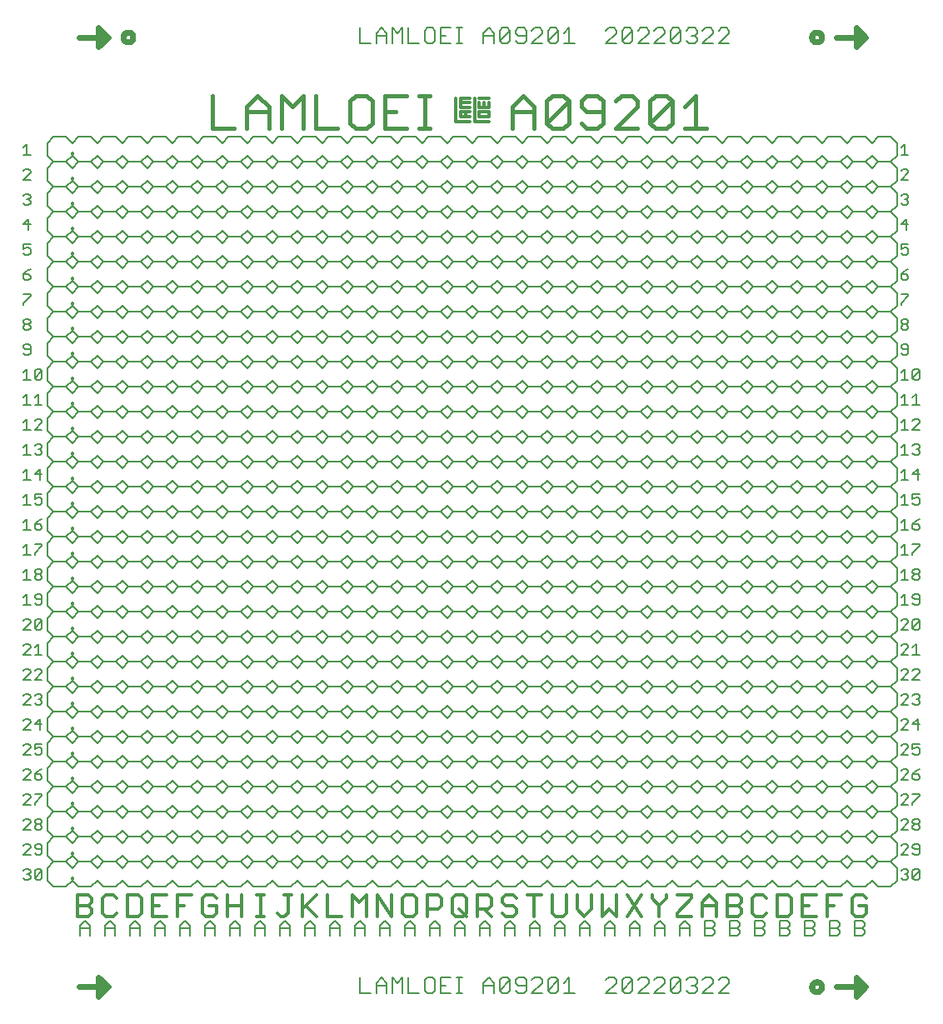
<source format=gto>
G75*
%MOIN*%
%OFA0B0*%
%FSLAX25Y25*%
%IPPOS*%
%LPD*%
%AMOC8*
5,1,8,0,0,1.08239X$1,22.5*
%
%ADD10C,0.00600*%
%ADD11C,0.01800*%
%ADD12C,0.01200*%
%ADD13C,0.00800*%
%ADD14C,0.00700*%
%ADD15C,0.02400*%
%ADD16C,0.00787*%
D10*
X0004783Y0051450D02*
X0004050Y0052184D01*
X0004783Y0051450D02*
X0006251Y0051450D01*
X0006985Y0052184D01*
X0006985Y0052918D01*
X0006251Y0053652D01*
X0005517Y0053652D01*
X0006251Y0053652D02*
X0006985Y0054386D01*
X0006985Y0055120D01*
X0006251Y0055854D01*
X0004783Y0055854D01*
X0004050Y0055120D01*
X0008653Y0055120D02*
X0009387Y0055854D01*
X0010855Y0055854D01*
X0011589Y0055120D01*
X0008653Y0052184D01*
X0009387Y0051450D01*
X0010855Y0051450D01*
X0011589Y0052184D01*
X0011589Y0055120D01*
X0008653Y0055120D02*
X0008653Y0052184D01*
X0009387Y0061450D02*
X0010855Y0061450D01*
X0011589Y0062184D01*
X0011589Y0065120D01*
X0010855Y0065854D01*
X0009387Y0065854D01*
X0008653Y0065120D01*
X0008653Y0064386D01*
X0009387Y0063652D01*
X0011589Y0063652D01*
X0009387Y0061450D02*
X0008653Y0062184D01*
X0006985Y0061450D02*
X0004050Y0061450D01*
X0006985Y0064386D01*
X0006985Y0065120D01*
X0006251Y0065854D01*
X0004783Y0065854D01*
X0004050Y0065120D01*
X0004050Y0071450D02*
X0006985Y0074386D01*
X0006985Y0075120D01*
X0006251Y0075854D01*
X0004783Y0075854D01*
X0004050Y0075120D01*
X0004050Y0071450D02*
X0006985Y0071450D01*
X0008653Y0072184D02*
X0008653Y0072918D01*
X0009387Y0073652D01*
X0010855Y0073652D01*
X0011589Y0072918D01*
X0011589Y0072184D01*
X0010855Y0071450D01*
X0009387Y0071450D01*
X0008653Y0072184D01*
X0009387Y0073652D02*
X0008653Y0074386D01*
X0008653Y0075120D01*
X0009387Y0075854D01*
X0010855Y0075854D01*
X0011589Y0075120D01*
X0011589Y0074386D01*
X0010855Y0073652D01*
X0008653Y0081450D02*
X0008653Y0082184D01*
X0011589Y0085120D01*
X0011589Y0085854D01*
X0008653Y0085854D01*
X0006985Y0085120D02*
X0006251Y0085854D01*
X0004783Y0085854D01*
X0004050Y0085120D01*
X0006985Y0085120D02*
X0006985Y0084386D01*
X0004050Y0081450D01*
X0006985Y0081450D01*
X0006985Y0091450D02*
X0004050Y0091450D01*
X0006985Y0094386D01*
X0006985Y0095120D01*
X0006251Y0095854D01*
X0004783Y0095854D01*
X0004050Y0095120D01*
X0008653Y0093652D02*
X0010855Y0093652D01*
X0011589Y0092918D01*
X0011589Y0092184D01*
X0010855Y0091450D01*
X0009387Y0091450D01*
X0008653Y0092184D01*
X0008653Y0093652D01*
X0010121Y0095120D01*
X0011589Y0095854D01*
X0010855Y0101450D02*
X0009387Y0101450D01*
X0008653Y0102184D01*
X0008653Y0103652D02*
X0010121Y0104386D01*
X0010855Y0104386D01*
X0011589Y0103652D01*
X0011589Y0102184D01*
X0010855Y0101450D01*
X0008653Y0103652D02*
X0008653Y0105854D01*
X0011589Y0105854D01*
X0006985Y0105120D02*
X0006251Y0105854D01*
X0004783Y0105854D01*
X0004050Y0105120D01*
X0006985Y0105120D02*
X0006985Y0104386D01*
X0004050Y0101450D01*
X0006985Y0101450D01*
X0006985Y0111450D02*
X0004050Y0111450D01*
X0006985Y0114386D01*
X0006985Y0115120D01*
X0006251Y0115854D01*
X0004783Y0115854D01*
X0004050Y0115120D01*
X0008653Y0113652D02*
X0010855Y0115854D01*
X0010855Y0111450D01*
X0011589Y0113652D02*
X0008653Y0113652D01*
X0009387Y0121450D02*
X0008653Y0122184D01*
X0009387Y0121450D02*
X0010855Y0121450D01*
X0011589Y0122184D01*
X0011589Y0122918D01*
X0010855Y0123652D01*
X0010121Y0123652D01*
X0010855Y0123652D02*
X0011589Y0124386D01*
X0011589Y0125120D01*
X0010855Y0125854D01*
X0009387Y0125854D01*
X0008653Y0125120D01*
X0006985Y0125120D02*
X0006251Y0125854D01*
X0004783Y0125854D01*
X0004050Y0125120D01*
X0006985Y0125120D02*
X0006985Y0124386D01*
X0004050Y0121450D01*
X0006985Y0121450D01*
X0006985Y0131450D02*
X0004050Y0131450D01*
X0006985Y0134386D01*
X0006985Y0135120D01*
X0006251Y0135854D01*
X0004783Y0135854D01*
X0004050Y0135120D01*
X0008653Y0135120D02*
X0009387Y0135854D01*
X0010855Y0135854D01*
X0011589Y0135120D01*
X0011589Y0134386D01*
X0008653Y0131450D01*
X0011589Y0131450D01*
X0011589Y0141450D02*
X0008653Y0141450D01*
X0010121Y0141450D02*
X0010121Y0145854D01*
X0008653Y0144386D01*
X0006985Y0144386D02*
X0004050Y0141450D01*
X0006985Y0141450D01*
X0006985Y0144386D02*
X0006985Y0145120D01*
X0006251Y0145854D01*
X0004783Y0145854D01*
X0004050Y0145120D01*
X0004050Y0151450D02*
X0006985Y0154386D01*
X0006985Y0155120D01*
X0006251Y0155854D01*
X0004783Y0155854D01*
X0004050Y0155120D01*
X0004050Y0151450D02*
X0006985Y0151450D01*
X0008653Y0152184D02*
X0008653Y0155120D01*
X0009387Y0155854D01*
X0010855Y0155854D01*
X0011589Y0155120D01*
X0008653Y0152184D01*
X0009387Y0151450D01*
X0010855Y0151450D01*
X0011589Y0152184D01*
X0011589Y0155120D01*
X0010855Y0161450D02*
X0011589Y0162184D01*
X0011589Y0165120D01*
X0010855Y0165854D01*
X0009387Y0165854D01*
X0008653Y0165120D01*
X0008653Y0164386D01*
X0009387Y0163652D01*
X0011589Y0163652D01*
X0010855Y0161450D02*
X0009387Y0161450D01*
X0008653Y0162184D01*
X0006985Y0161450D02*
X0004050Y0161450D01*
X0005517Y0161450D02*
X0005517Y0165854D01*
X0004050Y0164386D01*
X0004050Y0171450D02*
X0006985Y0171450D01*
X0005517Y0171450D02*
X0005517Y0175854D01*
X0004050Y0174386D01*
X0008653Y0174386D02*
X0008653Y0175120D01*
X0009387Y0175854D01*
X0010855Y0175854D01*
X0011589Y0175120D01*
X0011589Y0174386D01*
X0010855Y0173652D01*
X0009387Y0173652D01*
X0008653Y0174386D01*
X0009387Y0173652D02*
X0008653Y0172918D01*
X0008653Y0172184D01*
X0009387Y0171450D01*
X0010855Y0171450D01*
X0011589Y0172184D01*
X0011589Y0172918D01*
X0010855Y0173652D01*
X0008653Y0181450D02*
X0008653Y0182184D01*
X0011589Y0185120D01*
X0011589Y0185854D01*
X0008653Y0185854D01*
X0005517Y0185854D02*
X0005517Y0181450D01*
X0004050Y0181450D02*
X0006985Y0181450D01*
X0004050Y0184386D02*
X0005517Y0185854D01*
X0005517Y0191450D02*
X0005517Y0195854D01*
X0004050Y0194386D01*
X0004050Y0191450D02*
X0006985Y0191450D01*
X0008653Y0192184D02*
X0009387Y0191450D01*
X0010855Y0191450D01*
X0011589Y0192184D01*
X0011589Y0192918D01*
X0010855Y0193652D01*
X0008653Y0193652D01*
X0008653Y0192184D01*
X0008653Y0193652D02*
X0010121Y0195120D01*
X0011589Y0195854D01*
X0010855Y0201450D02*
X0009387Y0201450D01*
X0008653Y0202184D01*
X0008653Y0203652D02*
X0010121Y0204386D01*
X0010855Y0204386D01*
X0011589Y0203652D01*
X0011589Y0202184D01*
X0010855Y0201450D01*
X0008653Y0203652D02*
X0008653Y0205854D01*
X0011589Y0205854D01*
X0010855Y0211450D02*
X0010855Y0215854D01*
X0008653Y0213652D01*
X0011589Y0213652D01*
X0006985Y0211450D02*
X0004050Y0211450D01*
X0005517Y0211450D02*
X0005517Y0215854D01*
X0004050Y0214386D01*
X0004050Y0221450D02*
X0006985Y0221450D01*
X0005517Y0221450D02*
X0005517Y0225854D01*
X0004050Y0224386D01*
X0008653Y0225120D02*
X0009387Y0225854D01*
X0010855Y0225854D01*
X0011589Y0225120D01*
X0011589Y0224386D01*
X0010855Y0223652D01*
X0011589Y0222918D01*
X0011589Y0222184D01*
X0010855Y0221450D01*
X0009387Y0221450D01*
X0008653Y0222184D01*
X0010121Y0223652D02*
X0010855Y0223652D01*
X0011589Y0231450D02*
X0008653Y0231450D01*
X0011589Y0234386D01*
X0011589Y0235120D01*
X0010855Y0235854D01*
X0009387Y0235854D01*
X0008653Y0235120D01*
X0005517Y0235854D02*
X0005517Y0231450D01*
X0004050Y0231450D02*
X0006985Y0231450D01*
X0004050Y0234386D02*
X0005517Y0235854D01*
X0005517Y0241450D02*
X0005517Y0245854D01*
X0004050Y0244386D01*
X0004050Y0241450D02*
X0006985Y0241450D01*
X0008653Y0241450D02*
X0011589Y0241450D01*
X0010121Y0241450D02*
X0010121Y0245854D01*
X0008653Y0244386D01*
X0009387Y0251450D02*
X0008653Y0252184D01*
X0011589Y0255120D01*
X0011589Y0252184D01*
X0010855Y0251450D01*
X0009387Y0251450D01*
X0008653Y0252184D02*
X0008653Y0255120D01*
X0009387Y0255854D01*
X0010855Y0255854D01*
X0011589Y0255120D01*
X0006985Y0251450D02*
X0004050Y0251450D01*
X0005517Y0251450D02*
X0005517Y0255854D01*
X0004050Y0254386D01*
X0004783Y0261450D02*
X0006251Y0261450D01*
X0006985Y0262184D01*
X0006985Y0265120D01*
X0006251Y0265854D01*
X0004783Y0265854D01*
X0004050Y0265120D01*
X0004050Y0264386D01*
X0004783Y0263652D01*
X0006985Y0263652D01*
X0004783Y0261450D02*
X0004050Y0262184D01*
X0004783Y0271450D02*
X0004050Y0272184D01*
X0004050Y0272918D01*
X0004783Y0273652D01*
X0006251Y0273652D01*
X0006985Y0272918D01*
X0006985Y0272184D01*
X0006251Y0271450D01*
X0004783Y0271450D01*
X0004783Y0273652D02*
X0004050Y0274386D01*
X0004050Y0275120D01*
X0004783Y0275854D01*
X0006251Y0275854D01*
X0006985Y0275120D01*
X0006985Y0274386D01*
X0006251Y0273652D01*
X0004050Y0281450D02*
X0004050Y0282184D01*
X0006985Y0285120D01*
X0006985Y0285854D01*
X0004050Y0285854D01*
X0004783Y0291450D02*
X0006251Y0291450D01*
X0006985Y0292184D01*
X0006985Y0292918D01*
X0006251Y0293652D01*
X0004050Y0293652D01*
X0004050Y0292184D01*
X0004783Y0291450D01*
X0004050Y0293652D02*
X0005517Y0295120D01*
X0006985Y0295854D01*
X0006251Y0301450D02*
X0004783Y0301450D01*
X0004050Y0302184D01*
X0004050Y0303652D02*
X0005517Y0304386D01*
X0006251Y0304386D01*
X0006985Y0303652D01*
X0006985Y0302184D01*
X0006251Y0301450D01*
X0004050Y0303652D02*
X0004050Y0305854D01*
X0006985Y0305854D01*
X0006251Y0311450D02*
X0006251Y0315854D01*
X0004050Y0313652D01*
X0006985Y0313652D01*
X0006251Y0321450D02*
X0004783Y0321450D01*
X0004050Y0322184D01*
X0005517Y0323652D02*
X0006251Y0323652D01*
X0006985Y0322918D01*
X0006985Y0322184D01*
X0006251Y0321450D01*
X0006251Y0323652D02*
X0006985Y0324386D01*
X0006985Y0325120D01*
X0006251Y0325854D01*
X0004783Y0325854D01*
X0004050Y0325120D01*
X0004050Y0331450D02*
X0006985Y0334386D01*
X0006985Y0335120D01*
X0006251Y0335854D01*
X0004783Y0335854D01*
X0004050Y0335120D01*
X0004050Y0331450D02*
X0006985Y0331450D01*
X0006985Y0341450D02*
X0004050Y0341450D01*
X0005517Y0341450D02*
X0005517Y0345854D01*
X0004050Y0344386D01*
X0005517Y0205854D02*
X0005517Y0201450D01*
X0004050Y0201450D02*
X0006985Y0201450D01*
X0004050Y0204386D02*
X0005517Y0205854D01*
X0355300Y0204386D02*
X0356767Y0205854D01*
X0356767Y0201450D01*
X0355300Y0201450D02*
X0358235Y0201450D01*
X0359903Y0202184D02*
X0360637Y0201450D01*
X0362105Y0201450D01*
X0362839Y0202184D01*
X0362839Y0203652D01*
X0362105Y0204386D01*
X0361371Y0204386D01*
X0359903Y0203652D01*
X0359903Y0205854D01*
X0362839Y0205854D01*
X0362105Y0211450D02*
X0362105Y0215854D01*
X0359903Y0213652D01*
X0362839Y0213652D01*
X0358235Y0211450D02*
X0355300Y0211450D01*
X0356767Y0211450D02*
X0356767Y0215854D01*
X0355300Y0214386D01*
X0355300Y0221450D02*
X0358235Y0221450D01*
X0356767Y0221450D02*
X0356767Y0225854D01*
X0355300Y0224386D01*
X0359903Y0225120D02*
X0360637Y0225854D01*
X0362105Y0225854D01*
X0362839Y0225120D01*
X0362839Y0224386D01*
X0362105Y0223652D01*
X0362839Y0222918D01*
X0362839Y0222184D01*
X0362105Y0221450D01*
X0360637Y0221450D01*
X0359903Y0222184D01*
X0361371Y0223652D02*
X0362105Y0223652D01*
X0362839Y0231450D02*
X0359903Y0231450D01*
X0362839Y0234386D01*
X0362839Y0235120D01*
X0362105Y0235854D01*
X0360637Y0235854D01*
X0359903Y0235120D01*
X0356767Y0235854D02*
X0356767Y0231450D01*
X0355300Y0231450D02*
X0358235Y0231450D01*
X0355300Y0234386D02*
X0356767Y0235854D01*
X0356767Y0241450D02*
X0356767Y0245854D01*
X0355300Y0244386D01*
X0355300Y0241450D02*
X0358235Y0241450D01*
X0359903Y0241450D02*
X0362839Y0241450D01*
X0361371Y0241450D02*
X0361371Y0245854D01*
X0359903Y0244386D01*
X0360637Y0251450D02*
X0359903Y0252184D01*
X0362839Y0255120D01*
X0362839Y0252184D01*
X0362105Y0251450D01*
X0360637Y0251450D01*
X0359903Y0252184D02*
X0359903Y0255120D01*
X0360637Y0255854D01*
X0362105Y0255854D01*
X0362839Y0255120D01*
X0358235Y0251450D02*
X0355300Y0251450D01*
X0356767Y0251450D02*
X0356767Y0255854D01*
X0355300Y0254386D01*
X0356033Y0261450D02*
X0355300Y0262184D01*
X0356033Y0261450D02*
X0357501Y0261450D01*
X0358235Y0262184D01*
X0358235Y0265120D01*
X0357501Y0265854D01*
X0356033Y0265854D01*
X0355300Y0265120D01*
X0355300Y0264386D01*
X0356033Y0263652D01*
X0358235Y0263652D01*
X0357501Y0271450D02*
X0356033Y0271450D01*
X0355300Y0272184D01*
X0355300Y0272918D01*
X0356033Y0273652D01*
X0357501Y0273652D01*
X0358235Y0272918D01*
X0358235Y0272184D01*
X0357501Y0271450D01*
X0357501Y0273652D02*
X0358235Y0274386D01*
X0358235Y0275120D01*
X0357501Y0275854D01*
X0356033Y0275854D01*
X0355300Y0275120D01*
X0355300Y0274386D01*
X0356033Y0273652D01*
X0355300Y0281450D02*
X0355300Y0282184D01*
X0358235Y0285120D01*
X0358235Y0285854D01*
X0355300Y0285854D01*
X0356033Y0291450D02*
X0355300Y0292184D01*
X0355300Y0293652D01*
X0357501Y0293652D01*
X0358235Y0292918D01*
X0358235Y0292184D01*
X0357501Y0291450D01*
X0356033Y0291450D01*
X0355300Y0293652D02*
X0356767Y0295120D01*
X0358235Y0295854D01*
X0357501Y0301450D02*
X0356033Y0301450D01*
X0355300Y0302184D01*
X0355300Y0303652D02*
X0356767Y0304386D01*
X0357501Y0304386D01*
X0358235Y0303652D01*
X0358235Y0302184D01*
X0357501Y0301450D01*
X0355300Y0303652D02*
X0355300Y0305854D01*
X0358235Y0305854D01*
X0357501Y0311450D02*
X0357501Y0315854D01*
X0355300Y0313652D01*
X0358235Y0313652D01*
X0357501Y0321450D02*
X0356033Y0321450D01*
X0355300Y0322184D01*
X0356767Y0323652D02*
X0357501Y0323652D01*
X0358235Y0322918D01*
X0358235Y0322184D01*
X0357501Y0321450D01*
X0357501Y0323652D02*
X0358235Y0324386D01*
X0358235Y0325120D01*
X0357501Y0325854D01*
X0356033Y0325854D01*
X0355300Y0325120D01*
X0355300Y0331450D02*
X0358235Y0334386D01*
X0358235Y0335120D01*
X0357501Y0335854D01*
X0356033Y0335854D01*
X0355300Y0335120D01*
X0355300Y0331450D02*
X0358235Y0331450D01*
X0358235Y0341450D02*
X0355300Y0341450D01*
X0356767Y0341450D02*
X0356767Y0345854D01*
X0355300Y0344386D01*
X0356767Y0195854D02*
X0356767Y0191450D01*
X0355300Y0191450D02*
X0358235Y0191450D01*
X0359903Y0192184D02*
X0360637Y0191450D01*
X0362105Y0191450D01*
X0362839Y0192184D01*
X0362839Y0192918D01*
X0362105Y0193652D01*
X0359903Y0193652D01*
X0359903Y0192184D01*
X0359903Y0193652D02*
X0361371Y0195120D01*
X0362839Y0195854D01*
X0356767Y0195854D02*
X0355300Y0194386D01*
X0356767Y0185854D02*
X0355300Y0184386D01*
X0356767Y0185854D02*
X0356767Y0181450D01*
X0355300Y0181450D02*
X0358235Y0181450D01*
X0359903Y0181450D02*
X0359903Y0182184D01*
X0362839Y0185120D01*
X0362839Y0185854D01*
X0359903Y0185854D01*
X0360637Y0175854D02*
X0362105Y0175854D01*
X0362839Y0175120D01*
X0362839Y0174386D01*
X0362105Y0173652D01*
X0360637Y0173652D01*
X0359903Y0174386D01*
X0359903Y0175120D01*
X0360637Y0175854D01*
X0360637Y0173652D02*
X0359903Y0172918D01*
X0359903Y0172184D01*
X0360637Y0171450D01*
X0362105Y0171450D01*
X0362839Y0172184D01*
X0362839Y0172918D01*
X0362105Y0173652D01*
X0358235Y0171450D02*
X0355300Y0171450D01*
X0356767Y0171450D02*
X0356767Y0175854D01*
X0355300Y0174386D01*
X0356767Y0165854D02*
X0355300Y0164386D01*
X0356767Y0165854D02*
X0356767Y0161450D01*
X0355300Y0161450D02*
X0358235Y0161450D01*
X0359903Y0162184D02*
X0360637Y0161450D01*
X0362105Y0161450D01*
X0362839Y0162184D01*
X0362839Y0165120D01*
X0362105Y0165854D01*
X0360637Y0165854D01*
X0359903Y0165120D01*
X0359903Y0164386D01*
X0360637Y0163652D01*
X0362839Y0163652D01*
X0362105Y0155854D02*
X0362839Y0155120D01*
X0359903Y0152184D01*
X0360637Y0151450D01*
X0362105Y0151450D01*
X0362839Y0152184D01*
X0362839Y0155120D01*
X0362105Y0155854D02*
X0360637Y0155854D01*
X0359903Y0155120D01*
X0359903Y0152184D01*
X0358235Y0151450D02*
X0355300Y0151450D01*
X0358235Y0154386D01*
X0358235Y0155120D01*
X0357501Y0155854D01*
X0356033Y0155854D01*
X0355300Y0155120D01*
X0356033Y0145854D02*
X0355300Y0145120D01*
X0356033Y0145854D02*
X0357501Y0145854D01*
X0358235Y0145120D01*
X0358235Y0144386D01*
X0355300Y0141450D01*
X0358235Y0141450D01*
X0359903Y0141450D02*
X0362839Y0141450D01*
X0361371Y0141450D02*
X0361371Y0145854D01*
X0359903Y0144386D01*
X0360637Y0135854D02*
X0359903Y0135120D01*
X0360637Y0135854D02*
X0362105Y0135854D01*
X0362839Y0135120D01*
X0362839Y0134386D01*
X0359903Y0131450D01*
X0362839Y0131450D01*
X0358235Y0131450D02*
X0355300Y0131450D01*
X0358235Y0134386D01*
X0358235Y0135120D01*
X0357501Y0135854D01*
X0356033Y0135854D01*
X0355300Y0135120D01*
X0356033Y0125854D02*
X0355300Y0125120D01*
X0356033Y0125854D02*
X0357501Y0125854D01*
X0358235Y0125120D01*
X0358235Y0124386D01*
X0355300Y0121450D01*
X0358235Y0121450D01*
X0359903Y0122184D02*
X0360637Y0121450D01*
X0362105Y0121450D01*
X0362839Y0122184D01*
X0362839Y0122918D01*
X0362105Y0123652D01*
X0361371Y0123652D01*
X0362105Y0123652D02*
X0362839Y0124386D01*
X0362839Y0125120D01*
X0362105Y0125854D01*
X0360637Y0125854D01*
X0359903Y0125120D01*
X0362105Y0115854D02*
X0359903Y0113652D01*
X0362839Y0113652D01*
X0362105Y0111450D02*
X0362105Y0115854D01*
X0358235Y0115120D02*
X0357501Y0115854D01*
X0356033Y0115854D01*
X0355300Y0115120D01*
X0358235Y0115120D02*
X0358235Y0114386D01*
X0355300Y0111450D01*
X0358235Y0111450D01*
X0357501Y0105854D02*
X0356033Y0105854D01*
X0355300Y0105120D01*
X0357501Y0105854D02*
X0358235Y0105120D01*
X0358235Y0104386D01*
X0355300Y0101450D01*
X0358235Y0101450D01*
X0359903Y0102184D02*
X0360637Y0101450D01*
X0362105Y0101450D01*
X0362839Y0102184D01*
X0362839Y0103652D01*
X0362105Y0104386D01*
X0361371Y0104386D01*
X0359903Y0103652D01*
X0359903Y0105854D01*
X0362839Y0105854D01*
X0362839Y0095854D02*
X0361371Y0095120D01*
X0359903Y0093652D01*
X0362105Y0093652D01*
X0362839Y0092918D01*
X0362839Y0092184D01*
X0362105Y0091450D01*
X0360637Y0091450D01*
X0359903Y0092184D01*
X0359903Y0093652D01*
X0358235Y0094386D02*
X0358235Y0095120D01*
X0357501Y0095854D01*
X0356033Y0095854D01*
X0355300Y0095120D01*
X0358235Y0094386D02*
X0355300Y0091450D01*
X0358235Y0091450D01*
X0357501Y0085854D02*
X0356033Y0085854D01*
X0355300Y0085120D01*
X0357501Y0085854D02*
X0358235Y0085120D01*
X0358235Y0084386D01*
X0355300Y0081450D01*
X0358235Y0081450D01*
X0359903Y0081450D02*
X0359903Y0082184D01*
X0362839Y0085120D01*
X0362839Y0085854D01*
X0359903Y0085854D01*
X0360637Y0075854D02*
X0362105Y0075854D01*
X0362839Y0075120D01*
X0362839Y0074386D01*
X0362105Y0073652D01*
X0360637Y0073652D01*
X0359903Y0074386D01*
X0359903Y0075120D01*
X0360637Y0075854D01*
X0360637Y0073652D02*
X0359903Y0072918D01*
X0359903Y0072184D01*
X0360637Y0071450D01*
X0362105Y0071450D01*
X0362839Y0072184D01*
X0362839Y0072918D01*
X0362105Y0073652D01*
X0358235Y0074386D02*
X0358235Y0075120D01*
X0357501Y0075854D01*
X0356033Y0075854D01*
X0355300Y0075120D01*
X0358235Y0074386D02*
X0355300Y0071450D01*
X0358235Y0071450D01*
X0357501Y0065854D02*
X0356033Y0065854D01*
X0355300Y0065120D01*
X0357501Y0065854D02*
X0358235Y0065120D01*
X0358235Y0064386D01*
X0355300Y0061450D01*
X0358235Y0061450D01*
X0359903Y0062184D02*
X0360637Y0061450D01*
X0362105Y0061450D01*
X0362839Y0062184D01*
X0362839Y0065120D01*
X0362105Y0065854D01*
X0360637Y0065854D01*
X0359903Y0065120D01*
X0359903Y0064386D01*
X0360637Y0063652D01*
X0362839Y0063652D01*
X0362105Y0055854D02*
X0362839Y0055120D01*
X0359903Y0052184D01*
X0360637Y0051450D01*
X0362105Y0051450D01*
X0362839Y0052184D01*
X0362839Y0055120D01*
X0362105Y0055854D02*
X0360637Y0055854D01*
X0359903Y0055120D01*
X0359903Y0052184D01*
X0358235Y0052184D02*
X0357501Y0051450D01*
X0356033Y0051450D01*
X0355300Y0052184D01*
X0356767Y0053652D02*
X0357501Y0053652D01*
X0358235Y0052918D01*
X0358235Y0052184D01*
X0357501Y0053652D02*
X0358235Y0054386D01*
X0358235Y0055120D01*
X0357501Y0055854D01*
X0356033Y0055854D01*
X0355300Y0055120D01*
D11*
X0277516Y0352050D02*
X0268709Y0352050D01*
X0273112Y0352050D02*
X0273112Y0365262D01*
X0268709Y0360858D01*
X0263704Y0363060D02*
X0263704Y0354252D01*
X0261502Y0352050D01*
X0257099Y0352050D01*
X0254897Y0354252D01*
X0263704Y0363060D01*
X0261502Y0365262D01*
X0257099Y0365262D01*
X0254897Y0363060D01*
X0254897Y0354252D01*
X0249892Y0352050D02*
X0241085Y0352050D01*
X0249892Y0360858D01*
X0249892Y0363060D01*
X0247691Y0365262D01*
X0243287Y0365262D01*
X0241085Y0363060D01*
X0236081Y0363060D02*
X0233879Y0365262D01*
X0229475Y0365262D01*
X0227273Y0363060D01*
X0227273Y0360858D01*
X0229475Y0358656D01*
X0236081Y0358656D01*
X0236081Y0354252D02*
X0236081Y0363060D01*
X0236081Y0354252D02*
X0233879Y0352050D01*
X0229475Y0352050D01*
X0227273Y0354252D01*
X0222269Y0354252D02*
X0220067Y0352050D01*
X0215663Y0352050D01*
X0213461Y0354252D01*
X0222269Y0363060D01*
X0222269Y0354252D01*
X0213461Y0354252D02*
X0213461Y0363060D01*
X0215663Y0365262D01*
X0220067Y0365262D01*
X0222269Y0363060D01*
X0208457Y0360858D02*
X0208457Y0352050D01*
X0208457Y0358656D02*
X0199650Y0358656D01*
X0199650Y0360858D02*
X0204053Y0365262D01*
X0208457Y0360858D01*
X0199650Y0360858D02*
X0199650Y0352050D01*
X0166924Y0352050D02*
X0162520Y0352050D01*
X0164722Y0352050D02*
X0164722Y0365262D01*
X0162520Y0365262D02*
X0166924Y0365262D01*
X0157516Y0365262D02*
X0148709Y0365262D01*
X0148709Y0352050D01*
X0157516Y0352050D01*
X0153112Y0358656D02*
X0148709Y0358656D01*
X0143704Y0354252D02*
X0143704Y0363060D01*
X0141502Y0365262D01*
X0137099Y0365262D01*
X0134897Y0363060D01*
X0134897Y0354252D01*
X0137099Y0352050D01*
X0141502Y0352050D01*
X0143704Y0354252D01*
X0129892Y0352050D02*
X0121085Y0352050D01*
X0121085Y0365262D01*
X0116081Y0365262D02*
X0116081Y0352050D01*
X0107273Y0352050D02*
X0107273Y0365262D01*
X0111677Y0360858D01*
X0116081Y0365262D01*
X0102269Y0360858D02*
X0102269Y0352050D01*
X0102269Y0358656D02*
X0093461Y0358656D01*
X0093461Y0360858D02*
X0097865Y0365262D01*
X0102269Y0360858D01*
X0093461Y0360858D02*
X0093461Y0352050D01*
X0088457Y0352050D02*
X0079650Y0352050D01*
X0079650Y0365262D01*
D12*
X0177187Y0364275D02*
X0177187Y0354900D01*
X0182812Y0354900D01*
X0184687Y0354900D02*
X0190312Y0354900D01*
X0190312Y0356775D02*
X0190312Y0358650D01*
X0186562Y0358650D01*
X0186562Y0356775D01*
X0190312Y0356775D01*
X0190312Y0360525D02*
X0186562Y0360525D01*
X0186562Y0362400D01*
X0188437Y0362400D02*
X0188437Y0361150D01*
X0190312Y0360525D02*
X0190312Y0362400D01*
X0190312Y0364275D02*
X0186562Y0364275D01*
X0184687Y0364275D02*
X0184687Y0354900D01*
X0182812Y0356775D02*
X0180937Y0356775D01*
X0180937Y0358650D01*
X0182812Y0358650D01*
X0180937Y0358650D02*
X0179062Y0358650D01*
X0179062Y0356775D01*
X0180937Y0356775D01*
X0179062Y0360525D02*
X0179062Y0362400D01*
X0179062Y0364275D01*
X0182812Y0364275D01*
X0182812Y0362400D02*
X0179062Y0362400D01*
X0179062Y0360525D02*
X0182812Y0360525D01*
X0185600Y0045558D02*
X0190003Y0045558D01*
X0191471Y0044090D01*
X0191471Y0041154D01*
X0190003Y0039686D01*
X0185600Y0039686D01*
X0188535Y0039686D02*
X0191471Y0036750D01*
X0195600Y0038218D02*
X0197067Y0036750D01*
X0200003Y0036750D01*
X0201471Y0038218D01*
X0201471Y0039686D01*
X0200003Y0041154D01*
X0197067Y0041154D01*
X0195600Y0042622D01*
X0195600Y0044090D01*
X0197067Y0045558D01*
X0200003Y0045558D01*
X0201471Y0044090D01*
X0205600Y0045558D02*
X0211471Y0045558D01*
X0208535Y0045558D02*
X0208535Y0036750D01*
X0215600Y0038218D02*
X0215600Y0045558D01*
X0221471Y0045558D02*
X0221471Y0038218D01*
X0220003Y0036750D01*
X0217067Y0036750D01*
X0215600Y0038218D01*
X0225600Y0039686D02*
X0228535Y0036750D01*
X0231471Y0039686D01*
X0231471Y0045558D01*
X0235600Y0045558D02*
X0235600Y0036750D01*
X0238535Y0039686D01*
X0241471Y0036750D01*
X0241471Y0045558D01*
X0245600Y0045558D02*
X0251471Y0036750D01*
X0245600Y0036750D02*
X0251471Y0045558D01*
X0255600Y0045558D02*
X0255600Y0044090D01*
X0258535Y0041154D01*
X0258535Y0036750D01*
X0258535Y0041154D02*
X0261471Y0044090D01*
X0261471Y0045558D01*
X0265600Y0045558D02*
X0271471Y0045558D01*
X0271471Y0044090D01*
X0265600Y0038218D01*
X0265600Y0036750D01*
X0271471Y0036750D01*
X0275600Y0036750D02*
X0275600Y0042622D01*
X0278535Y0045558D01*
X0281471Y0042622D01*
X0281471Y0036750D01*
X0285600Y0036750D02*
X0290003Y0036750D01*
X0291471Y0038218D01*
X0291471Y0039686D01*
X0290003Y0041154D01*
X0285600Y0041154D01*
X0281471Y0041154D02*
X0275600Y0041154D01*
X0285600Y0036750D02*
X0285600Y0045558D01*
X0290003Y0045558D01*
X0291471Y0044090D01*
X0291471Y0042622D01*
X0290003Y0041154D01*
X0295600Y0038218D02*
X0297067Y0036750D01*
X0300003Y0036750D01*
X0301471Y0038218D01*
X0305600Y0036750D02*
X0310003Y0036750D01*
X0311471Y0038218D01*
X0311471Y0044090D01*
X0310003Y0045558D01*
X0305600Y0045558D01*
X0305600Y0036750D01*
X0301471Y0044090D02*
X0300003Y0045558D01*
X0297067Y0045558D01*
X0295600Y0044090D01*
X0295600Y0038218D01*
X0315600Y0036750D02*
X0321471Y0036750D01*
X0325600Y0036750D02*
X0325600Y0045558D01*
X0331471Y0045558D01*
X0335600Y0044090D02*
X0335600Y0038218D01*
X0337067Y0036750D01*
X0340003Y0036750D01*
X0341471Y0038218D01*
X0341471Y0041154D01*
X0338535Y0041154D01*
X0335600Y0044090D02*
X0337067Y0045558D01*
X0340003Y0045558D01*
X0341471Y0044090D01*
X0328535Y0041154D02*
X0325600Y0041154D01*
X0321471Y0045558D02*
X0315600Y0045558D01*
X0315600Y0036750D01*
X0315600Y0041154D02*
X0318535Y0041154D01*
X0225600Y0039686D02*
X0225600Y0045558D01*
X0185600Y0045558D02*
X0185600Y0036750D01*
X0181471Y0036750D02*
X0178535Y0039686D01*
X0175600Y0038218D02*
X0177067Y0036750D01*
X0180003Y0036750D01*
X0181471Y0038218D01*
X0181471Y0044090D01*
X0180003Y0045558D01*
X0177067Y0045558D01*
X0175600Y0044090D01*
X0175600Y0038218D01*
X0171471Y0041154D02*
X0170003Y0039686D01*
X0165600Y0039686D01*
X0165600Y0036750D02*
X0165600Y0045558D01*
X0170003Y0045558D01*
X0171471Y0044090D01*
X0171471Y0041154D01*
X0161471Y0038218D02*
X0161471Y0044090D01*
X0160003Y0045558D01*
X0157067Y0045558D01*
X0155600Y0044090D01*
X0155600Y0038218D01*
X0157067Y0036750D01*
X0160003Y0036750D01*
X0161471Y0038218D01*
X0151471Y0036750D02*
X0151471Y0045558D01*
X0145600Y0045558D02*
X0145600Y0036750D01*
X0141471Y0036750D02*
X0141471Y0045558D01*
X0138535Y0042622D01*
X0135600Y0045558D01*
X0135600Y0036750D01*
X0131471Y0036750D02*
X0125600Y0036750D01*
X0125600Y0045558D01*
X0121471Y0045558D02*
X0115600Y0039686D01*
X0117067Y0041154D02*
X0121471Y0036750D01*
X0115600Y0036750D02*
X0115600Y0045558D01*
X0111471Y0045558D02*
X0108535Y0045558D01*
X0110003Y0045558D02*
X0110003Y0038218D01*
X0108535Y0036750D01*
X0107067Y0036750D01*
X0105600Y0038218D01*
X0100410Y0036750D02*
X0097475Y0036750D01*
X0098942Y0036750D02*
X0098942Y0045558D01*
X0097475Y0045558D02*
X0100410Y0045558D01*
X0091471Y0045558D02*
X0091471Y0036750D01*
X0091471Y0041154D02*
X0085600Y0041154D01*
X0081471Y0041154D02*
X0081471Y0038218D01*
X0080003Y0036750D01*
X0077067Y0036750D01*
X0075600Y0038218D01*
X0075600Y0044090D01*
X0077067Y0045558D01*
X0080003Y0045558D01*
X0081471Y0044090D01*
X0081471Y0041154D02*
X0078535Y0041154D01*
X0071471Y0045558D02*
X0065600Y0045558D01*
X0065600Y0036750D01*
X0061471Y0036750D02*
X0055600Y0036750D01*
X0055600Y0045558D01*
X0061471Y0045558D01*
X0058535Y0041154D02*
X0055600Y0041154D01*
X0051471Y0038218D02*
X0051471Y0044090D01*
X0050003Y0045558D01*
X0045600Y0045558D01*
X0045600Y0036750D01*
X0050003Y0036750D01*
X0051471Y0038218D01*
X0041471Y0038218D02*
X0040003Y0036750D01*
X0037067Y0036750D01*
X0035600Y0038218D01*
X0035600Y0044090D01*
X0037067Y0045558D01*
X0040003Y0045558D01*
X0041471Y0044090D01*
X0031471Y0044090D02*
X0031471Y0042622D01*
X0030003Y0041154D01*
X0025600Y0041154D01*
X0025600Y0036750D02*
X0030003Y0036750D01*
X0031471Y0038218D01*
X0031471Y0039686D01*
X0030003Y0041154D01*
X0031471Y0044090D02*
X0030003Y0045558D01*
X0025600Y0045558D01*
X0025600Y0036750D01*
X0065600Y0041154D02*
X0068535Y0041154D01*
X0085600Y0036750D02*
X0085600Y0045558D01*
X0145600Y0045558D02*
X0151471Y0036750D01*
D13*
X0148718Y0035256D02*
X0150786Y0033187D01*
X0150786Y0029050D01*
X0150786Y0032153D02*
X0146650Y0032153D01*
X0146650Y0033187D02*
X0148718Y0035256D01*
X0146650Y0033187D02*
X0146650Y0029050D01*
X0140786Y0029050D02*
X0140786Y0033187D01*
X0138718Y0035256D01*
X0136650Y0033187D01*
X0136650Y0029050D01*
X0136650Y0032153D02*
X0140786Y0032153D01*
X0130786Y0032153D02*
X0126650Y0032153D01*
X0126650Y0033187D02*
X0128718Y0035256D01*
X0130786Y0033187D01*
X0130786Y0029050D01*
X0126650Y0029050D02*
X0126650Y0033187D01*
X0120786Y0033187D02*
X0120786Y0029050D01*
X0120786Y0032153D02*
X0116650Y0032153D01*
X0116650Y0033187D02*
X0118718Y0035256D01*
X0120786Y0033187D01*
X0116650Y0033187D02*
X0116650Y0029050D01*
X0110786Y0029050D02*
X0110786Y0033187D01*
X0108718Y0035256D01*
X0106650Y0033187D01*
X0106650Y0029050D01*
X0106650Y0032153D02*
X0110786Y0032153D01*
X0100786Y0032153D02*
X0096650Y0032153D01*
X0096650Y0033187D02*
X0098718Y0035256D01*
X0100786Y0033187D01*
X0100786Y0029050D01*
X0096650Y0029050D02*
X0096650Y0033187D01*
X0090786Y0033187D02*
X0090786Y0029050D01*
X0090786Y0032153D02*
X0086650Y0032153D01*
X0086650Y0033187D02*
X0088718Y0035256D01*
X0090786Y0033187D01*
X0086650Y0033187D02*
X0086650Y0029050D01*
X0080786Y0029050D02*
X0080786Y0033187D01*
X0078718Y0035256D01*
X0076650Y0033187D01*
X0076650Y0029050D01*
X0076650Y0032153D02*
X0080786Y0032153D01*
X0070786Y0032153D02*
X0066650Y0032153D01*
X0066650Y0033187D02*
X0068718Y0035256D01*
X0070786Y0033187D01*
X0070786Y0029050D01*
X0066650Y0029050D02*
X0066650Y0033187D01*
X0060786Y0033187D02*
X0060786Y0029050D01*
X0060786Y0032153D02*
X0056650Y0032153D01*
X0056650Y0033187D02*
X0058718Y0035256D01*
X0060786Y0033187D01*
X0056650Y0033187D02*
X0056650Y0029050D01*
X0050786Y0029050D02*
X0050786Y0033187D01*
X0048718Y0035256D01*
X0046650Y0033187D01*
X0046650Y0029050D01*
X0046650Y0032153D02*
X0050786Y0032153D01*
X0040786Y0032153D02*
X0036650Y0032153D01*
X0036650Y0033187D02*
X0038718Y0035256D01*
X0040786Y0033187D01*
X0040786Y0029050D01*
X0036650Y0029050D02*
X0036650Y0033187D01*
X0030786Y0033187D02*
X0030786Y0029050D01*
X0030786Y0032153D02*
X0026650Y0032153D01*
X0026650Y0033187D02*
X0028718Y0035256D01*
X0030786Y0033187D01*
X0026650Y0033187D02*
X0026650Y0029050D01*
X0026250Y0048650D02*
X0023750Y0051150D01*
X0021250Y0048650D01*
X0016250Y0048650D01*
X0013750Y0051150D01*
X0013750Y0056150D01*
X0016250Y0058650D01*
X0021250Y0058650D01*
X0023750Y0056150D01*
X0026250Y0058650D01*
X0031250Y0058650D01*
X0033750Y0056150D01*
X0036250Y0058650D01*
X0041250Y0058650D01*
X0043750Y0056150D01*
X0046250Y0058650D01*
X0051250Y0058650D01*
X0053750Y0056150D01*
X0056250Y0058650D01*
X0061250Y0058650D01*
X0063750Y0056150D01*
X0066250Y0058650D01*
X0071250Y0058650D01*
X0073750Y0056150D01*
X0076250Y0058650D01*
X0081250Y0058650D01*
X0083750Y0056150D01*
X0086250Y0058650D01*
X0091250Y0058650D01*
X0093750Y0056150D01*
X0096250Y0058650D01*
X0101250Y0058650D01*
X0103750Y0056150D01*
X0106250Y0058650D01*
X0111250Y0058650D01*
X0113750Y0056150D01*
X0116250Y0058650D01*
X0121250Y0058650D01*
X0123750Y0056150D01*
X0126250Y0058650D01*
X0131250Y0058650D01*
X0133750Y0056150D01*
X0136250Y0058650D01*
X0141250Y0058650D01*
X0143750Y0056150D01*
X0146250Y0058650D01*
X0151250Y0058650D01*
X0153750Y0056150D01*
X0156250Y0058650D01*
X0161250Y0058650D01*
X0163750Y0056150D01*
X0166250Y0058650D01*
X0171250Y0058650D01*
X0173750Y0056150D01*
X0176250Y0058650D01*
X0181250Y0058650D01*
X0183750Y0056150D01*
X0186250Y0058650D01*
X0191250Y0058650D01*
X0193750Y0056150D01*
X0196250Y0058650D01*
X0201250Y0058650D01*
X0203750Y0056150D01*
X0206250Y0058650D01*
X0211250Y0058650D01*
X0213750Y0056150D01*
X0216250Y0058650D01*
X0221250Y0058650D01*
X0223750Y0056150D01*
X0226250Y0058650D01*
X0231250Y0058650D01*
X0233750Y0056150D01*
X0236250Y0058650D01*
X0241250Y0058650D01*
X0243750Y0056150D01*
X0246250Y0058650D01*
X0251250Y0058650D01*
X0253750Y0056150D01*
X0256250Y0058650D01*
X0261250Y0058650D01*
X0263750Y0056150D01*
X0266250Y0058650D01*
X0271250Y0058650D01*
X0273750Y0056150D01*
X0276250Y0058650D01*
X0281250Y0058650D01*
X0283750Y0056150D01*
X0286250Y0058650D01*
X0291250Y0058650D01*
X0293750Y0056150D01*
X0296250Y0058650D01*
X0301250Y0058650D01*
X0303750Y0056150D01*
X0306250Y0058650D01*
X0311250Y0058650D01*
X0313750Y0056150D01*
X0316250Y0058650D01*
X0321250Y0058650D01*
X0323750Y0056150D01*
X0326250Y0058650D01*
X0331250Y0058650D01*
X0333750Y0056150D01*
X0336250Y0058650D01*
X0341250Y0058650D01*
X0343750Y0056150D01*
X0346250Y0058650D01*
X0351250Y0058650D01*
X0353750Y0056150D01*
X0353750Y0051150D01*
X0351250Y0048650D01*
X0346250Y0048650D01*
X0343750Y0051150D01*
X0341250Y0048650D01*
X0336250Y0048650D01*
X0333750Y0051150D01*
X0331250Y0048650D01*
X0326250Y0048650D01*
X0323750Y0051150D01*
X0321250Y0048650D01*
X0316250Y0048650D01*
X0313750Y0051150D01*
X0311250Y0048650D01*
X0306250Y0048650D01*
X0303750Y0051150D01*
X0301250Y0048650D01*
X0296250Y0048650D01*
X0293750Y0051150D01*
X0291250Y0048650D01*
X0286250Y0048650D01*
X0283750Y0051150D01*
X0281250Y0048650D01*
X0276250Y0048650D01*
X0273750Y0051150D01*
X0271250Y0048650D01*
X0266250Y0048650D01*
X0263750Y0051150D01*
X0261250Y0048650D01*
X0256250Y0048650D01*
X0253750Y0051150D01*
X0251250Y0048650D01*
X0246250Y0048650D01*
X0243750Y0051150D01*
X0241250Y0048650D01*
X0236250Y0048650D01*
X0233750Y0051150D01*
X0231250Y0048650D01*
X0226250Y0048650D01*
X0223750Y0051150D01*
X0221250Y0048650D01*
X0216250Y0048650D01*
X0213750Y0051150D01*
X0211250Y0048650D01*
X0206250Y0048650D01*
X0203750Y0051150D01*
X0201250Y0048650D01*
X0196250Y0048650D01*
X0193750Y0051150D01*
X0191250Y0048650D01*
X0186250Y0048650D01*
X0183750Y0051150D01*
X0181250Y0048650D01*
X0176250Y0048650D01*
X0173750Y0051150D01*
X0171250Y0048650D01*
X0166250Y0048650D01*
X0163750Y0051150D01*
X0161250Y0048650D01*
X0156250Y0048650D01*
X0153750Y0051150D01*
X0151250Y0048650D01*
X0146250Y0048650D01*
X0143750Y0051150D01*
X0141250Y0048650D01*
X0136250Y0048650D01*
X0133750Y0051150D01*
X0131250Y0048650D01*
X0126250Y0048650D01*
X0123750Y0051150D01*
X0121250Y0048650D01*
X0116250Y0048650D01*
X0113750Y0051150D01*
X0111250Y0048650D01*
X0106250Y0048650D01*
X0103750Y0051150D01*
X0101250Y0048650D01*
X0096250Y0048650D01*
X0093750Y0051150D01*
X0091250Y0048650D01*
X0086250Y0048650D01*
X0083750Y0051150D01*
X0081250Y0048650D01*
X0076250Y0048650D01*
X0073750Y0051150D01*
X0071250Y0048650D01*
X0066250Y0048650D01*
X0063750Y0051150D01*
X0061250Y0048650D01*
X0056250Y0048650D01*
X0053750Y0051150D01*
X0051250Y0048650D01*
X0046250Y0048650D01*
X0043750Y0051150D01*
X0041250Y0048650D01*
X0036250Y0048650D01*
X0033750Y0051150D01*
X0031250Y0048650D01*
X0026250Y0048650D01*
X0026250Y0058650D02*
X0031250Y0058650D01*
X0033750Y0061150D01*
X0036250Y0058650D01*
X0041250Y0058650D01*
X0043750Y0061150D01*
X0046250Y0058650D01*
X0051250Y0058650D01*
X0053750Y0061150D01*
X0056250Y0058650D01*
X0061250Y0058650D01*
X0063750Y0061150D01*
X0066250Y0058650D01*
X0071250Y0058650D01*
X0073750Y0061150D01*
X0076250Y0058650D01*
X0081250Y0058650D01*
X0083750Y0061150D01*
X0086250Y0058650D01*
X0091250Y0058650D01*
X0093750Y0061150D01*
X0096250Y0058650D01*
X0101250Y0058650D01*
X0103750Y0061150D01*
X0106250Y0058650D01*
X0111250Y0058650D01*
X0113750Y0061150D01*
X0116250Y0058650D01*
X0121250Y0058650D01*
X0123750Y0061150D01*
X0126250Y0058650D01*
X0131250Y0058650D01*
X0133750Y0061150D01*
X0136250Y0058650D01*
X0141250Y0058650D01*
X0143750Y0061150D01*
X0146250Y0058650D01*
X0151250Y0058650D01*
X0153750Y0061150D01*
X0156250Y0058650D01*
X0161250Y0058650D01*
X0163750Y0061150D01*
X0166250Y0058650D01*
X0171250Y0058650D01*
X0173750Y0061150D01*
X0176250Y0058650D01*
X0181250Y0058650D01*
X0183750Y0061150D01*
X0186250Y0058650D01*
X0191250Y0058650D01*
X0193750Y0061150D01*
X0196250Y0058650D01*
X0201250Y0058650D01*
X0203750Y0061150D01*
X0206250Y0058650D01*
X0211250Y0058650D01*
X0213750Y0061150D01*
X0216250Y0058650D01*
X0221250Y0058650D01*
X0223750Y0061150D01*
X0226250Y0058650D01*
X0231250Y0058650D01*
X0233750Y0061150D01*
X0236250Y0058650D01*
X0241250Y0058650D01*
X0243750Y0061150D01*
X0246250Y0058650D01*
X0251250Y0058650D01*
X0253750Y0061150D01*
X0256250Y0058650D01*
X0261250Y0058650D01*
X0263750Y0061150D01*
X0266250Y0058650D01*
X0271250Y0058650D01*
X0273750Y0061150D01*
X0276250Y0058650D01*
X0281250Y0058650D01*
X0283750Y0061150D01*
X0286250Y0058650D01*
X0291250Y0058650D01*
X0293750Y0061150D01*
X0296250Y0058650D01*
X0301250Y0058650D01*
X0303750Y0061150D01*
X0306250Y0058650D01*
X0311250Y0058650D01*
X0313750Y0061150D01*
X0316250Y0058650D01*
X0321250Y0058650D01*
X0323750Y0061150D01*
X0326250Y0058650D01*
X0331250Y0058650D01*
X0333750Y0061150D01*
X0336250Y0058650D01*
X0341250Y0058650D01*
X0343750Y0061150D01*
X0346250Y0058650D01*
X0351250Y0058650D01*
X0353750Y0061150D01*
X0353750Y0066150D01*
X0351250Y0068650D01*
X0346250Y0068650D01*
X0343750Y0066150D01*
X0341250Y0068650D01*
X0336250Y0068650D01*
X0333750Y0066150D01*
X0331250Y0068650D01*
X0326250Y0068650D01*
X0323750Y0066150D01*
X0321250Y0068650D01*
X0316250Y0068650D01*
X0313750Y0066150D01*
X0311250Y0068650D01*
X0306250Y0068650D01*
X0303750Y0066150D01*
X0301250Y0068650D01*
X0296250Y0068650D01*
X0293750Y0066150D01*
X0291250Y0068650D01*
X0286250Y0068650D01*
X0283750Y0066150D01*
X0281250Y0068650D01*
X0276250Y0068650D01*
X0273750Y0066150D01*
X0271250Y0068650D01*
X0266250Y0068650D01*
X0263750Y0066150D01*
X0261250Y0068650D01*
X0256250Y0068650D01*
X0253750Y0066150D01*
X0251250Y0068650D01*
X0246250Y0068650D01*
X0243750Y0066150D01*
X0241250Y0068650D01*
X0236250Y0068650D01*
X0233750Y0066150D01*
X0231250Y0068650D01*
X0226250Y0068650D01*
X0223750Y0066150D01*
X0221250Y0068650D01*
X0216250Y0068650D01*
X0213750Y0066150D01*
X0211250Y0068650D01*
X0206250Y0068650D01*
X0203750Y0066150D01*
X0201250Y0068650D01*
X0196250Y0068650D01*
X0193750Y0066150D01*
X0191250Y0068650D01*
X0186250Y0068650D01*
X0183750Y0066150D01*
X0181250Y0068650D01*
X0176250Y0068650D01*
X0173750Y0066150D01*
X0171250Y0068650D01*
X0166250Y0068650D01*
X0163750Y0066150D01*
X0161250Y0068650D01*
X0156250Y0068650D01*
X0153750Y0066150D01*
X0151250Y0068650D01*
X0146250Y0068650D01*
X0143750Y0066150D01*
X0141250Y0068650D01*
X0136250Y0068650D01*
X0133750Y0066150D01*
X0131250Y0068650D01*
X0126250Y0068650D01*
X0123750Y0066150D01*
X0121250Y0068650D01*
X0116250Y0068650D01*
X0113750Y0066150D01*
X0111250Y0068650D01*
X0106250Y0068650D01*
X0103750Y0066150D01*
X0101250Y0068650D01*
X0096250Y0068650D01*
X0093750Y0066150D01*
X0091250Y0068650D01*
X0086250Y0068650D01*
X0083750Y0066150D01*
X0081250Y0068650D01*
X0076250Y0068650D01*
X0073750Y0066150D01*
X0071250Y0068650D01*
X0066250Y0068650D01*
X0063750Y0066150D01*
X0061250Y0068650D01*
X0056250Y0068650D01*
X0053750Y0066150D01*
X0051250Y0068650D01*
X0046250Y0068650D01*
X0043750Y0066150D01*
X0041250Y0068650D01*
X0036250Y0068650D01*
X0033750Y0066150D01*
X0031250Y0068650D01*
X0026250Y0068650D01*
X0023750Y0066150D01*
X0021250Y0068650D01*
X0016250Y0068650D01*
X0013750Y0066150D01*
X0013750Y0061150D01*
X0016250Y0058650D01*
X0021250Y0058650D01*
X0023750Y0061150D01*
X0026250Y0058650D01*
X0026250Y0068650D02*
X0023750Y0071150D01*
X0021250Y0068650D01*
X0016250Y0068650D01*
X0013750Y0071150D01*
X0013750Y0076150D01*
X0016250Y0078650D01*
X0021250Y0078650D01*
X0023750Y0076150D01*
X0026250Y0078650D01*
X0031250Y0078650D01*
X0033750Y0076150D01*
X0036250Y0078650D01*
X0041250Y0078650D01*
X0043750Y0076150D01*
X0046250Y0078650D01*
X0051250Y0078650D01*
X0053750Y0076150D01*
X0056250Y0078650D01*
X0061250Y0078650D01*
X0063750Y0076150D01*
X0066250Y0078650D01*
X0071250Y0078650D01*
X0073750Y0076150D01*
X0076250Y0078650D01*
X0081250Y0078650D01*
X0083750Y0076150D01*
X0086250Y0078650D01*
X0091250Y0078650D01*
X0093750Y0076150D01*
X0096250Y0078650D01*
X0101250Y0078650D01*
X0103750Y0076150D01*
X0106250Y0078650D01*
X0111250Y0078650D01*
X0113750Y0076150D01*
X0116250Y0078650D01*
X0121250Y0078650D01*
X0123750Y0076150D01*
X0126250Y0078650D01*
X0131250Y0078650D01*
X0133750Y0076150D01*
X0136250Y0078650D01*
X0141250Y0078650D01*
X0143750Y0076150D01*
X0146250Y0078650D01*
X0151250Y0078650D01*
X0153750Y0076150D01*
X0156250Y0078650D01*
X0161250Y0078650D01*
X0163750Y0076150D01*
X0166250Y0078650D01*
X0171250Y0078650D01*
X0173750Y0076150D01*
X0176250Y0078650D01*
X0181250Y0078650D01*
X0183750Y0076150D01*
X0186250Y0078650D01*
X0191250Y0078650D01*
X0193750Y0076150D01*
X0196250Y0078650D01*
X0201250Y0078650D01*
X0203750Y0076150D01*
X0206250Y0078650D01*
X0211250Y0078650D01*
X0213750Y0076150D01*
X0216250Y0078650D01*
X0221250Y0078650D01*
X0223750Y0076150D01*
X0226250Y0078650D01*
X0231250Y0078650D01*
X0233750Y0076150D01*
X0236250Y0078650D01*
X0241250Y0078650D01*
X0243750Y0076150D01*
X0246250Y0078650D01*
X0251250Y0078650D01*
X0253750Y0076150D01*
X0256250Y0078650D01*
X0261250Y0078650D01*
X0263750Y0076150D01*
X0266250Y0078650D01*
X0271250Y0078650D01*
X0273750Y0076150D01*
X0276250Y0078650D01*
X0281250Y0078650D01*
X0283750Y0076150D01*
X0286250Y0078650D01*
X0291250Y0078650D01*
X0293750Y0076150D01*
X0296250Y0078650D01*
X0301250Y0078650D01*
X0303750Y0076150D01*
X0306250Y0078650D01*
X0311250Y0078650D01*
X0313750Y0076150D01*
X0316250Y0078650D01*
X0321250Y0078650D01*
X0323750Y0076150D01*
X0326250Y0078650D01*
X0331250Y0078650D01*
X0333750Y0076150D01*
X0336250Y0078650D01*
X0341250Y0078650D01*
X0343750Y0076150D01*
X0346250Y0078650D01*
X0351250Y0078650D01*
X0353750Y0076150D01*
X0353750Y0071150D01*
X0351250Y0068650D01*
X0346250Y0068650D01*
X0343750Y0071150D01*
X0341250Y0068650D01*
X0336250Y0068650D01*
X0333750Y0071150D01*
X0331250Y0068650D01*
X0326250Y0068650D01*
X0323750Y0071150D01*
X0321250Y0068650D01*
X0316250Y0068650D01*
X0313750Y0071150D01*
X0311250Y0068650D01*
X0306250Y0068650D01*
X0303750Y0071150D01*
X0301250Y0068650D01*
X0296250Y0068650D01*
X0293750Y0071150D01*
X0291250Y0068650D01*
X0286250Y0068650D01*
X0283750Y0071150D01*
X0281250Y0068650D01*
X0276250Y0068650D01*
X0273750Y0071150D01*
X0271250Y0068650D01*
X0266250Y0068650D01*
X0263750Y0071150D01*
X0261250Y0068650D01*
X0256250Y0068650D01*
X0253750Y0071150D01*
X0251250Y0068650D01*
X0246250Y0068650D01*
X0243750Y0071150D01*
X0241250Y0068650D01*
X0236250Y0068650D01*
X0233750Y0071150D01*
X0231250Y0068650D01*
X0226250Y0068650D01*
X0223750Y0071150D01*
X0221250Y0068650D01*
X0216250Y0068650D01*
X0213750Y0071150D01*
X0211250Y0068650D01*
X0206250Y0068650D01*
X0203750Y0071150D01*
X0201250Y0068650D01*
X0196250Y0068650D01*
X0193750Y0071150D01*
X0191250Y0068650D01*
X0186250Y0068650D01*
X0183750Y0071150D01*
X0181250Y0068650D01*
X0176250Y0068650D01*
X0173750Y0071150D01*
X0171250Y0068650D01*
X0166250Y0068650D01*
X0163750Y0071150D01*
X0161250Y0068650D01*
X0156250Y0068650D01*
X0153750Y0071150D01*
X0151250Y0068650D01*
X0146250Y0068650D01*
X0143750Y0071150D01*
X0141250Y0068650D01*
X0136250Y0068650D01*
X0133750Y0071150D01*
X0131250Y0068650D01*
X0126250Y0068650D01*
X0123750Y0071150D01*
X0121250Y0068650D01*
X0116250Y0068650D01*
X0113750Y0071150D01*
X0111250Y0068650D01*
X0106250Y0068650D01*
X0103750Y0071150D01*
X0101250Y0068650D01*
X0096250Y0068650D01*
X0093750Y0071150D01*
X0091250Y0068650D01*
X0086250Y0068650D01*
X0083750Y0071150D01*
X0081250Y0068650D01*
X0076250Y0068650D01*
X0073750Y0071150D01*
X0071250Y0068650D01*
X0066250Y0068650D01*
X0063750Y0071150D01*
X0061250Y0068650D01*
X0056250Y0068650D01*
X0053750Y0071150D01*
X0051250Y0068650D01*
X0046250Y0068650D01*
X0043750Y0071150D01*
X0041250Y0068650D01*
X0036250Y0068650D01*
X0033750Y0071150D01*
X0031250Y0068650D01*
X0026250Y0068650D01*
X0026250Y0078650D02*
X0031250Y0078650D01*
X0033750Y0081150D01*
X0036250Y0078650D01*
X0041250Y0078650D01*
X0043750Y0081150D01*
X0046250Y0078650D01*
X0051250Y0078650D01*
X0053750Y0081150D01*
X0056250Y0078650D01*
X0061250Y0078650D01*
X0063750Y0081150D01*
X0066250Y0078650D01*
X0071250Y0078650D01*
X0073750Y0081150D01*
X0076250Y0078650D01*
X0081250Y0078650D01*
X0083750Y0081150D01*
X0086250Y0078650D01*
X0091250Y0078650D01*
X0093750Y0081150D01*
X0096250Y0078650D01*
X0101250Y0078650D01*
X0103750Y0081150D01*
X0106250Y0078650D01*
X0111250Y0078650D01*
X0113750Y0081150D01*
X0116250Y0078650D01*
X0121250Y0078650D01*
X0123750Y0081150D01*
X0126250Y0078650D01*
X0131250Y0078650D01*
X0133750Y0081150D01*
X0136250Y0078650D01*
X0141250Y0078650D01*
X0143750Y0081150D01*
X0146250Y0078650D01*
X0151250Y0078650D01*
X0153750Y0081150D01*
X0156250Y0078650D01*
X0161250Y0078650D01*
X0163750Y0081150D01*
X0166250Y0078650D01*
X0171250Y0078650D01*
X0173750Y0081150D01*
X0176250Y0078650D01*
X0181250Y0078650D01*
X0183750Y0081150D01*
X0186250Y0078650D01*
X0191250Y0078650D01*
X0193750Y0081150D01*
X0196250Y0078650D01*
X0201250Y0078650D01*
X0203750Y0081150D01*
X0206250Y0078650D01*
X0211250Y0078650D01*
X0213750Y0081150D01*
X0216250Y0078650D01*
X0221250Y0078650D01*
X0223750Y0081150D01*
X0226250Y0078650D01*
X0231250Y0078650D01*
X0233750Y0081150D01*
X0236250Y0078650D01*
X0241250Y0078650D01*
X0243750Y0081150D01*
X0246250Y0078650D01*
X0251250Y0078650D01*
X0253750Y0081150D01*
X0256250Y0078650D01*
X0261250Y0078650D01*
X0263750Y0081150D01*
X0266250Y0078650D01*
X0271250Y0078650D01*
X0273750Y0081150D01*
X0276250Y0078650D01*
X0281250Y0078650D01*
X0283750Y0081150D01*
X0286250Y0078650D01*
X0291250Y0078650D01*
X0293750Y0081150D01*
X0296250Y0078650D01*
X0301250Y0078650D01*
X0303750Y0081150D01*
X0306250Y0078650D01*
X0311250Y0078650D01*
X0313750Y0081150D01*
X0316250Y0078650D01*
X0321250Y0078650D01*
X0323750Y0081150D01*
X0326250Y0078650D01*
X0331250Y0078650D01*
X0333750Y0081150D01*
X0336250Y0078650D01*
X0341250Y0078650D01*
X0343750Y0081150D01*
X0346250Y0078650D01*
X0351250Y0078650D01*
X0353750Y0081150D01*
X0353750Y0086150D01*
X0351250Y0088650D01*
X0346250Y0088650D01*
X0343750Y0086150D01*
X0341250Y0088650D01*
X0336250Y0088650D01*
X0333750Y0086150D01*
X0331250Y0088650D01*
X0326250Y0088650D01*
X0323750Y0086150D01*
X0321250Y0088650D01*
X0316250Y0088650D01*
X0313750Y0086150D01*
X0311250Y0088650D01*
X0306250Y0088650D01*
X0303750Y0086150D01*
X0301250Y0088650D01*
X0296250Y0088650D01*
X0293750Y0086150D01*
X0291250Y0088650D01*
X0286250Y0088650D01*
X0283750Y0086150D01*
X0281250Y0088650D01*
X0276250Y0088650D01*
X0273750Y0086150D01*
X0271250Y0088650D01*
X0266250Y0088650D01*
X0263750Y0086150D01*
X0261250Y0088650D01*
X0256250Y0088650D01*
X0253750Y0086150D01*
X0251250Y0088650D01*
X0246250Y0088650D01*
X0243750Y0086150D01*
X0241250Y0088650D01*
X0236250Y0088650D01*
X0233750Y0086150D01*
X0231250Y0088650D01*
X0226250Y0088650D01*
X0223750Y0086150D01*
X0221250Y0088650D01*
X0216250Y0088650D01*
X0213750Y0086150D01*
X0211250Y0088650D01*
X0206250Y0088650D01*
X0203750Y0086150D01*
X0201250Y0088650D01*
X0196250Y0088650D01*
X0193750Y0086150D01*
X0191250Y0088650D01*
X0186250Y0088650D01*
X0183750Y0086150D01*
X0181250Y0088650D01*
X0176250Y0088650D01*
X0173750Y0086150D01*
X0171250Y0088650D01*
X0166250Y0088650D01*
X0163750Y0086150D01*
X0161250Y0088650D01*
X0156250Y0088650D01*
X0153750Y0086150D01*
X0151250Y0088650D01*
X0146250Y0088650D01*
X0143750Y0086150D01*
X0141250Y0088650D01*
X0136250Y0088650D01*
X0133750Y0086150D01*
X0131250Y0088650D01*
X0126250Y0088650D01*
X0123750Y0086150D01*
X0121250Y0088650D01*
X0116250Y0088650D01*
X0113750Y0086150D01*
X0111250Y0088650D01*
X0106250Y0088650D01*
X0103750Y0086150D01*
X0101250Y0088650D01*
X0096250Y0088650D01*
X0093750Y0086150D01*
X0091250Y0088650D01*
X0086250Y0088650D01*
X0083750Y0086150D01*
X0081250Y0088650D01*
X0076250Y0088650D01*
X0073750Y0086150D01*
X0071250Y0088650D01*
X0066250Y0088650D01*
X0063750Y0086150D01*
X0061250Y0088650D01*
X0056250Y0088650D01*
X0053750Y0086150D01*
X0051250Y0088650D01*
X0046250Y0088650D01*
X0043750Y0086150D01*
X0041250Y0088650D01*
X0036250Y0088650D01*
X0033750Y0086150D01*
X0031250Y0088650D01*
X0026250Y0088650D01*
X0023750Y0086150D01*
X0021250Y0088650D01*
X0016250Y0088650D01*
X0013750Y0086150D01*
X0013750Y0081150D01*
X0016250Y0078650D01*
X0021250Y0078650D01*
X0023750Y0081150D01*
X0026250Y0078650D01*
X0026250Y0088650D02*
X0023750Y0091150D01*
X0021250Y0088650D01*
X0016250Y0088650D01*
X0013750Y0091150D01*
X0013750Y0096150D01*
X0016250Y0098650D01*
X0021250Y0098650D01*
X0023750Y0096150D01*
X0026250Y0098650D01*
X0031250Y0098650D01*
X0033750Y0096150D01*
X0036250Y0098650D01*
X0041250Y0098650D01*
X0043750Y0096150D01*
X0046250Y0098650D01*
X0051250Y0098650D01*
X0053750Y0096150D01*
X0056250Y0098650D01*
X0061250Y0098650D01*
X0063750Y0096150D01*
X0066250Y0098650D01*
X0071250Y0098650D01*
X0073750Y0096150D01*
X0076250Y0098650D01*
X0081250Y0098650D01*
X0083750Y0096150D01*
X0086250Y0098650D01*
X0091250Y0098650D01*
X0093750Y0096150D01*
X0096250Y0098650D01*
X0101250Y0098650D01*
X0103750Y0096150D01*
X0106250Y0098650D01*
X0111250Y0098650D01*
X0113750Y0096150D01*
X0116250Y0098650D01*
X0121250Y0098650D01*
X0123750Y0096150D01*
X0126250Y0098650D01*
X0131250Y0098650D01*
X0133750Y0096150D01*
X0136250Y0098650D01*
X0141250Y0098650D01*
X0143750Y0096150D01*
X0146250Y0098650D01*
X0151250Y0098650D01*
X0153750Y0096150D01*
X0156250Y0098650D01*
X0161250Y0098650D01*
X0163750Y0096150D01*
X0166250Y0098650D01*
X0171250Y0098650D01*
X0173750Y0096150D01*
X0176250Y0098650D01*
X0181250Y0098650D01*
X0183750Y0096150D01*
X0186250Y0098650D01*
X0191250Y0098650D01*
X0193750Y0096150D01*
X0196250Y0098650D01*
X0201250Y0098650D01*
X0203750Y0096150D01*
X0206250Y0098650D01*
X0211250Y0098650D01*
X0213750Y0096150D01*
X0216250Y0098650D01*
X0221250Y0098650D01*
X0223750Y0096150D01*
X0226250Y0098650D01*
X0231250Y0098650D01*
X0233750Y0096150D01*
X0236250Y0098650D01*
X0241250Y0098650D01*
X0243750Y0096150D01*
X0246250Y0098650D01*
X0251250Y0098650D01*
X0253750Y0096150D01*
X0256250Y0098650D01*
X0261250Y0098650D01*
X0263750Y0096150D01*
X0266250Y0098650D01*
X0271250Y0098650D01*
X0273750Y0096150D01*
X0276250Y0098650D01*
X0281250Y0098650D01*
X0283750Y0096150D01*
X0286250Y0098650D01*
X0291250Y0098650D01*
X0293750Y0096150D01*
X0296250Y0098650D01*
X0301250Y0098650D01*
X0303750Y0096150D01*
X0306250Y0098650D01*
X0311250Y0098650D01*
X0313750Y0096150D01*
X0316250Y0098650D01*
X0321250Y0098650D01*
X0323750Y0096150D01*
X0326250Y0098650D01*
X0331250Y0098650D01*
X0333750Y0096150D01*
X0336250Y0098650D01*
X0341250Y0098650D01*
X0343750Y0096150D01*
X0346250Y0098650D01*
X0351250Y0098650D01*
X0353750Y0096150D01*
X0353750Y0091150D01*
X0351250Y0088650D01*
X0346250Y0088650D01*
X0343750Y0091150D01*
X0341250Y0088650D01*
X0336250Y0088650D01*
X0333750Y0091150D01*
X0331250Y0088650D01*
X0326250Y0088650D01*
X0323750Y0091150D01*
X0321250Y0088650D01*
X0316250Y0088650D01*
X0313750Y0091150D01*
X0311250Y0088650D01*
X0306250Y0088650D01*
X0303750Y0091150D01*
X0301250Y0088650D01*
X0296250Y0088650D01*
X0293750Y0091150D01*
X0291250Y0088650D01*
X0286250Y0088650D01*
X0283750Y0091150D01*
X0281250Y0088650D01*
X0276250Y0088650D01*
X0273750Y0091150D01*
X0271250Y0088650D01*
X0266250Y0088650D01*
X0263750Y0091150D01*
X0261250Y0088650D01*
X0256250Y0088650D01*
X0253750Y0091150D01*
X0251250Y0088650D01*
X0246250Y0088650D01*
X0243750Y0091150D01*
X0241250Y0088650D01*
X0236250Y0088650D01*
X0233750Y0091150D01*
X0231250Y0088650D01*
X0226250Y0088650D01*
X0223750Y0091150D01*
X0221250Y0088650D01*
X0216250Y0088650D01*
X0213750Y0091150D01*
X0211250Y0088650D01*
X0206250Y0088650D01*
X0203750Y0091150D01*
X0201250Y0088650D01*
X0196250Y0088650D01*
X0193750Y0091150D01*
X0191250Y0088650D01*
X0186250Y0088650D01*
X0183750Y0091150D01*
X0181250Y0088650D01*
X0176250Y0088650D01*
X0173750Y0091150D01*
X0171250Y0088650D01*
X0166250Y0088650D01*
X0163750Y0091150D01*
X0161250Y0088650D01*
X0156250Y0088650D01*
X0153750Y0091150D01*
X0151250Y0088650D01*
X0146250Y0088650D01*
X0143750Y0091150D01*
X0141250Y0088650D01*
X0136250Y0088650D01*
X0133750Y0091150D01*
X0131250Y0088650D01*
X0126250Y0088650D01*
X0123750Y0091150D01*
X0121250Y0088650D01*
X0116250Y0088650D01*
X0113750Y0091150D01*
X0111250Y0088650D01*
X0106250Y0088650D01*
X0103750Y0091150D01*
X0101250Y0088650D01*
X0096250Y0088650D01*
X0093750Y0091150D01*
X0091250Y0088650D01*
X0086250Y0088650D01*
X0083750Y0091150D01*
X0081250Y0088650D01*
X0076250Y0088650D01*
X0073750Y0091150D01*
X0071250Y0088650D01*
X0066250Y0088650D01*
X0063750Y0091150D01*
X0061250Y0088650D01*
X0056250Y0088650D01*
X0053750Y0091150D01*
X0051250Y0088650D01*
X0046250Y0088650D01*
X0043750Y0091150D01*
X0041250Y0088650D01*
X0036250Y0088650D01*
X0033750Y0091150D01*
X0031250Y0088650D01*
X0026250Y0088650D01*
X0026250Y0098650D02*
X0031250Y0098650D01*
X0033750Y0101150D01*
X0036250Y0098650D01*
X0041250Y0098650D01*
X0043750Y0101150D01*
X0046250Y0098650D01*
X0051250Y0098650D01*
X0053750Y0101150D01*
X0056250Y0098650D01*
X0061250Y0098650D01*
X0063750Y0101150D01*
X0066250Y0098650D01*
X0071250Y0098650D01*
X0073750Y0101150D01*
X0076250Y0098650D01*
X0081250Y0098650D01*
X0083750Y0101150D01*
X0086250Y0098650D01*
X0091250Y0098650D01*
X0093750Y0101150D01*
X0096250Y0098650D01*
X0101250Y0098650D01*
X0103750Y0101150D01*
X0106250Y0098650D01*
X0111250Y0098650D01*
X0113750Y0101150D01*
X0116250Y0098650D01*
X0121250Y0098650D01*
X0123750Y0101150D01*
X0126250Y0098650D01*
X0131250Y0098650D01*
X0133750Y0101150D01*
X0136250Y0098650D01*
X0141250Y0098650D01*
X0143750Y0101150D01*
X0146250Y0098650D01*
X0151250Y0098650D01*
X0153750Y0101150D01*
X0156250Y0098650D01*
X0161250Y0098650D01*
X0163750Y0101150D01*
X0166250Y0098650D01*
X0171250Y0098650D01*
X0173750Y0101150D01*
X0176250Y0098650D01*
X0181250Y0098650D01*
X0183750Y0101150D01*
X0186250Y0098650D01*
X0191250Y0098650D01*
X0193750Y0101150D01*
X0196250Y0098650D01*
X0201250Y0098650D01*
X0203750Y0101150D01*
X0206250Y0098650D01*
X0211250Y0098650D01*
X0213750Y0101150D01*
X0216250Y0098650D01*
X0221250Y0098650D01*
X0223750Y0101150D01*
X0226250Y0098650D01*
X0231250Y0098650D01*
X0233750Y0101150D01*
X0236250Y0098650D01*
X0241250Y0098650D01*
X0243750Y0101150D01*
X0246250Y0098650D01*
X0251250Y0098650D01*
X0253750Y0101150D01*
X0256250Y0098650D01*
X0261250Y0098650D01*
X0263750Y0101150D01*
X0266250Y0098650D01*
X0271250Y0098650D01*
X0273750Y0101150D01*
X0276250Y0098650D01*
X0281250Y0098650D01*
X0283750Y0101150D01*
X0286250Y0098650D01*
X0291250Y0098650D01*
X0293750Y0101150D01*
X0296250Y0098650D01*
X0301250Y0098650D01*
X0303750Y0101150D01*
X0306250Y0098650D01*
X0311250Y0098650D01*
X0313750Y0101150D01*
X0316250Y0098650D01*
X0321250Y0098650D01*
X0323750Y0101150D01*
X0326250Y0098650D01*
X0331250Y0098650D01*
X0333750Y0101150D01*
X0336250Y0098650D01*
X0341250Y0098650D01*
X0343750Y0101150D01*
X0346250Y0098650D01*
X0351250Y0098650D01*
X0353750Y0101150D01*
X0353750Y0106150D01*
X0351250Y0108650D01*
X0346250Y0108650D01*
X0343750Y0106150D01*
X0341250Y0108650D01*
X0336250Y0108650D01*
X0333750Y0106150D01*
X0331250Y0108650D01*
X0326250Y0108650D01*
X0323750Y0106150D01*
X0321250Y0108650D01*
X0316250Y0108650D01*
X0313750Y0106150D01*
X0311250Y0108650D01*
X0306250Y0108650D01*
X0303750Y0106150D01*
X0301250Y0108650D01*
X0296250Y0108650D01*
X0293750Y0106150D01*
X0291250Y0108650D01*
X0286250Y0108650D01*
X0283750Y0106150D01*
X0281250Y0108650D01*
X0276250Y0108650D01*
X0273750Y0106150D01*
X0271250Y0108650D01*
X0266250Y0108650D01*
X0263750Y0106150D01*
X0261250Y0108650D01*
X0256250Y0108650D01*
X0253750Y0106150D01*
X0251250Y0108650D01*
X0246250Y0108650D01*
X0243750Y0106150D01*
X0241250Y0108650D01*
X0236250Y0108650D01*
X0233750Y0106150D01*
X0231250Y0108650D01*
X0226250Y0108650D01*
X0223750Y0106150D01*
X0221250Y0108650D01*
X0216250Y0108650D01*
X0213750Y0106150D01*
X0211250Y0108650D01*
X0206250Y0108650D01*
X0203750Y0106150D01*
X0201250Y0108650D01*
X0196250Y0108650D01*
X0193750Y0106150D01*
X0191250Y0108650D01*
X0186250Y0108650D01*
X0183750Y0106150D01*
X0181250Y0108650D01*
X0176250Y0108650D01*
X0173750Y0106150D01*
X0171250Y0108650D01*
X0166250Y0108650D01*
X0163750Y0106150D01*
X0161250Y0108650D01*
X0156250Y0108650D01*
X0153750Y0106150D01*
X0151250Y0108650D01*
X0146250Y0108650D01*
X0143750Y0106150D01*
X0141250Y0108650D01*
X0136250Y0108650D01*
X0133750Y0106150D01*
X0131250Y0108650D01*
X0126250Y0108650D01*
X0123750Y0106150D01*
X0121250Y0108650D01*
X0116250Y0108650D01*
X0113750Y0106150D01*
X0111250Y0108650D01*
X0106250Y0108650D01*
X0103750Y0106150D01*
X0101250Y0108650D01*
X0096250Y0108650D01*
X0093750Y0106150D01*
X0091250Y0108650D01*
X0086250Y0108650D01*
X0083750Y0106150D01*
X0081250Y0108650D01*
X0076250Y0108650D01*
X0073750Y0106150D01*
X0071250Y0108650D01*
X0066250Y0108650D01*
X0063750Y0106150D01*
X0061250Y0108650D01*
X0056250Y0108650D01*
X0053750Y0106150D01*
X0051250Y0108650D01*
X0046250Y0108650D01*
X0043750Y0106150D01*
X0041250Y0108650D01*
X0036250Y0108650D01*
X0033750Y0106150D01*
X0031250Y0108650D01*
X0026250Y0108650D01*
X0023750Y0106150D01*
X0021250Y0108650D01*
X0016250Y0108650D01*
X0013750Y0106150D01*
X0013750Y0101150D01*
X0016250Y0098650D01*
X0021250Y0098650D01*
X0023750Y0101150D01*
X0026250Y0098650D01*
X0026250Y0108650D02*
X0023750Y0111150D01*
X0021250Y0108650D01*
X0016250Y0108650D01*
X0013750Y0111150D01*
X0013750Y0116150D01*
X0016250Y0118650D01*
X0021250Y0118650D01*
X0023750Y0116150D01*
X0026250Y0118650D01*
X0031250Y0118650D01*
X0033750Y0116150D01*
X0036250Y0118650D01*
X0041250Y0118650D01*
X0043750Y0116150D01*
X0046250Y0118650D01*
X0051250Y0118650D01*
X0053750Y0116150D01*
X0056250Y0118650D01*
X0061250Y0118650D01*
X0063750Y0116150D01*
X0066250Y0118650D01*
X0071250Y0118650D01*
X0073750Y0116150D01*
X0076250Y0118650D01*
X0081250Y0118650D01*
X0083750Y0116150D01*
X0086250Y0118650D01*
X0091250Y0118650D01*
X0093750Y0116150D01*
X0096250Y0118650D01*
X0101250Y0118650D01*
X0103750Y0116150D01*
X0106250Y0118650D01*
X0111250Y0118650D01*
X0113750Y0116150D01*
X0116250Y0118650D01*
X0121250Y0118650D01*
X0123750Y0116150D01*
X0126250Y0118650D01*
X0131250Y0118650D01*
X0133750Y0116150D01*
X0136250Y0118650D01*
X0141250Y0118650D01*
X0143750Y0116150D01*
X0146250Y0118650D01*
X0151250Y0118650D01*
X0153750Y0116150D01*
X0156250Y0118650D01*
X0161250Y0118650D01*
X0163750Y0116150D01*
X0166250Y0118650D01*
X0171250Y0118650D01*
X0173750Y0116150D01*
X0176250Y0118650D01*
X0181250Y0118650D01*
X0183750Y0116150D01*
X0186250Y0118650D01*
X0191250Y0118650D01*
X0193750Y0116150D01*
X0196250Y0118650D01*
X0201250Y0118650D01*
X0203750Y0116150D01*
X0206250Y0118650D01*
X0211250Y0118650D01*
X0213750Y0116150D01*
X0216250Y0118650D01*
X0221250Y0118650D01*
X0223750Y0116150D01*
X0226250Y0118650D01*
X0231250Y0118650D01*
X0233750Y0116150D01*
X0236250Y0118650D01*
X0241250Y0118650D01*
X0243750Y0116150D01*
X0246250Y0118650D01*
X0251250Y0118650D01*
X0253750Y0116150D01*
X0256250Y0118650D01*
X0261250Y0118650D01*
X0263750Y0116150D01*
X0266250Y0118650D01*
X0271250Y0118650D01*
X0273750Y0116150D01*
X0276250Y0118650D01*
X0281250Y0118650D01*
X0283750Y0116150D01*
X0286250Y0118650D01*
X0291250Y0118650D01*
X0293750Y0116150D01*
X0296250Y0118650D01*
X0301250Y0118650D01*
X0303750Y0116150D01*
X0306250Y0118650D01*
X0311250Y0118650D01*
X0313750Y0116150D01*
X0316250Y0118650D01*
X0321250Y0118650D01*
X0323750Y0116150D01*
X0326250Y0118650D01*
X0331250Y0118650D01*
X0333750Y0116150D01*
X0336250Y0118650D01*
X0341250Y0118650D01*
X0343750Y0116150D01*
X0346250Y0118650D01*
X0351250Y0118650D01*
X0353750Y0116150D01*
X0353750Y0111150D01*
X0351250Y0108650D01*
X0346250Y0108650D01*
X0343750Y0111150D01*
X0341250Y0108650D01*
X0336250Y0108650D01*
X0333750Y0111150D01*
X0331250Y0108650D01*
X0326250Y0108650D01*
X0323750Y0111150D01*
X0321250Y0108650D01*
X0316250Y0108650D01*
X0313750Y0111150D01*
X0311250Y0108650D01*
X0306250Y0108650D01*
X0303750Y0111150D01*
X0301250Y0108650D01*
X0296250Y0108650D01*
X0293750Y0111150D01*
X0291250Y0108650D01*
X0286250Y0108650D01*
X0283750Y0111150D01*
X0281250Y0108650D01*
X0276250Y0108650D01*
X0273750Y0111150D01*
X0271250Y0108650D01*
X0266250Y0108650D01*
X0263750Y0111150D01*
X0261250Y0108650D01*
X0256250Y0108650D01*
X0253750Y0111150D01*
X0251250Y0108650D01*
X0246250Y0108650D01*
X0243750Y0111150D01*
X0241250Y0108650D01*
X0236250Y0108650D01*
X0233750Y0111150D01*
X0231250Y0108650D01*
X0226250Y0108650D01*
X0223750Y0111150D01*
X0221250Y0108650D01*
X0216250Y0108650D01*
X0213750Y0111150D01*
X0211250Y0108650D01*
X0206250Y0108650D01*
X0203750Y0111150D01*
X0201250Y0108650D01*
X0196250Y0108650D01*
X0193750Y0111150D01*
X0191250Y0108650D01*
X0186250Y0108650D01*
X0183750Y0111150D01*
X0181250Y0108650D01*
X0176250Y0108650D01*
X0173750Y0111150D01*
X0171250Y0108650D01*
X0166250Y0108650D01*
X0163750Y0111150D01*
X0161250Y0108650D01*
X0156250Y0108650D01*
X0153750Y0111150D01*
X0151250Y0108650D01*
X0146250Y0108650D01*
X0143750Y0111150D01*
X0141250Y0108650D01*
X0136250Y0108650D01*
X0133750Y0111150D01*
X0131250Y0108650D01*
X0126250Y0108650D01*
X0123750Y0111150D01*
X0121250Y0108650D01*
X0116250Y0108650D01*
X0113750Y0111150D01*
X0111250Y0108650D01*
X0106250Y0108650D01*
X0103750Y0111150D01*
X0101250Y0108650D01*
X0096250Y0108650D01*
X0093750Y0111150D01*
X0091250Y0108650D01*
X0086250Y0108650D01*
X0083750Y0111150D01*
X0081250Y0108650D01*
X0076250Y0108650D01*
X0073750Y0111150D01*
X0071250Y0108650D01*
X0066250Y0108650D01*
X0063750Y0111150D01*
X0061250Y0108650D01*
X0056250Y0108650D01*
X0053750Y0111150D01*
X0051250Y0108650D01*
X0046250Y0108650D01*
X0043750Y0111150D01*
X0041250Y0108650D01*
X0036250Y0108650D01*
X0033750Y0111150D01*
X0031250Y0108650D01*
X0026250Y0108650D01*
X0026250Y0118650D02*
X0031250Y0118650D01*
X0033750Y0121150D01*
X0036250Y0118650D01*
X0041250Y0118650D01*
X0043750Y0121150D01*
X0046250Y0118650D01*
X0051250Y0118650D01*
X0053750Y0121150D01*
X0056250Y0118650D01*
X0061250Y0118650D01*
X0063750Y0121150D01*
X0066250Y0118650D01*
X0071250Y0118650D01*
X0073750Y0121150D01*
X0076250Y0118650D01*
X0081250Y0118650D01*
X0083750Y0121150D01*
X0086250Y0118650D01*
X0091250Y0118650D01*
X0093750Y0121150D01*
X0096250Y0118650D01*
X0101250Y0118650D01*
X0103750Y0121150D01*
X0106250Y0118650D01*
X0111250Y0118650D01*
X0113750Y0121150D01*
X0116250Y0118650D01*
X0121250Y0118650D01*
X0123750Y0121150D01*
X0126250Y0118650D01*
X0131250Y0118650D01*
X0133750Y0121150D01*
X0136250Y0118650D01*
X0141250Y0118650D01*
X0143750Y0121150D01*
X0146250Y0118650D01*
X0151250Y0118650D01*
X0153750Y0121150D01*
X0156250Y0118650D01*
X0161250Y0118650D01*
X0163750Y0121150D01*
X0166250Y0118650D01*
X0171250Y0118650D01*
X0173750Y0121150D01*
X0176250Y0118650D01*
X0181250Y0118650D01*
X0183750Y0121150D01*
X0186250Y0118650D01*
X0191250Y0118650D01*
X0193750Y0121150D01*
X0196250Y0118650D01*
X0201250Y0118650D01*
X0203750Y0121150D01*
X0206250Y0118650D01*
X0211250Y0118650D01*
X0213750Y0121150D01*
X0216250Y0118650D01*
X0221250Y0118650D01*
X0223750Y0121150D01*
X0226250Y0118650D01*
X0231250Y0118650D01*
X0233750Y0121150D01*
X0236250Y0118650D01*
X0241250Y0118650D01*
X0243750Y0121150D01*
X0246250Y0118650D01*
X0251250Y0118650D01*
X0253750Y0121150D01*
X0256250Y0118650D01*
X0261250Y0118650D01*
X0263750Y0121150D01*
X0266250Y0118650D01*
X0271250Y0118650D01*
X0273750Y0121150D01*
X0276250Y0118650D01*
X0281250Y0118650D01*
X0283750Y0121150D01*
X0286250Y0118650D01*
X0291250Y0118650D01*
X0293750Y0121150D01*
X0296250Y0118650D01*
X0301250Y0118650D01*
X0303750Y0121150D01*
X0306250Y0118650D01*
X0311250Y0118650D01*
X0313750Y0121150D01*
X0316250Y0118650D01*
X0321250Y0118650D01*
X0323750Y0121150D01*
X0326250Y0118650D01*
X0331250Y0118650D01*
X0333750Y0121150D01*
X0336250Y0118650D01*
X0341250Y0118650D01*
X0343750Y0121150D01*
X0346250Y0118650D01*
X0351250Y0118650D01*
X0353750Y0121150D01*
X0353750Y0126150D01*
X0351250Y0128650D01*
X0346250Y0128650D01*
X0343750Y0126150D01*
X0341250Y0128650D01*
X0336250Y0128650D01*
X0333750Y0126150D01*
X0331250Y0128650D01*
X0326250Y0128650D01*
X0323750Y0126150D01*
X0321250Y0128650D01*
X0316250Y0128650D01*
X0313750Y0126150D01*
X0311250Y0128650D01*
X0306250Y0128650D01*
X0303750Y0126150D01*
X0301250Y0128650D01*
X0296250Y0128650D01*
X0293750Y0126150D01*
X0291250Y0128650D01*
X0286250Y0128650D01*
X0283750Y0126150D01*
X0281250Y0128650D01*
X0276250Y0128650D01*
X0273750Y0126150D01*
X0271250Y0128650D01*
X0266250Y0128650D01*
X0263750Y0126150D01*
X0261250Y0128650D01*
X0256250Y0128650D01*
X0253750Y0126150D01*
X0251250Y0128650D01*
X0246250Y0128650D01*
X0243750Y0126150D01*
X0241250Y0128650D01*
X0236250Y0128650D01*
X0233750Y0126150D01*
X0231250Y0128650D01*
X0226250Y0128650D01*
X0223750Y0126150D01*
X0221250Y0128650D01*
X0216250Y0128650D01*
X0213750Y0126150D01*
X0211250Y0128650D01*
X0206250Y0128650D01*
X0203750Y0126150D01*
X0201250Y0128650D01*
X0196250Y0128650D01*
X0193750Y0126150D01*
X0191250Y0128650D01*
X0186250Y0128650D01*
X0183750Y0126150D01*
X0181250Y0128650D01*
X0176250Y0128650D01*
X0173750Y0126150D01*
X0171250Y0128650D01*
X0166250Y0128650D01*
X0163750Y0126150D01*
X0161250Y0128650D01*
X0156250Y0128650D01*
X0153750Y0126150D01*
X0151250Y0128650D01*
X0146250Y0128650D01*
X0143750Y0126150D01*
X0141250Y0128650D01*
X0136250Y0128650D01*
X0133750Y0126150D01*
X0131250Y0128650D01*
X0126250Y0128650D01*
X0123750Y0126150D01*
X0121250Y0128650D01*
X0116250Y0128650D01*
X0113750Y0126150D01*
X0111250Y0128650D01*
X0106250Y0128650D01*
X0103750Y0126150D01*
X0101250Y0128650D01*
X0096250Y0128650D01*
X0093750Y0126150D01*
X0091250Y0128650D01*
X0086250Y0128650D01*
X0083750Y0126150D01*
X0081250Y0128650D01*
X0076250Y0128650D01*
X0073750Y0126150D01*
X0071250Y0128650D01*
X0066250Y0128650D01*
X0063750Y0126150D01*
X0061250Y0128650D01*
X0056250Y0128650D01*
X0053750Y0126150D01*
X0051250Y0128650D01*
X0046250Y0128650D01*
X0043750Y0126150D01*
X0041250Y0128650D01*
X0036250Y0128650D01*
X0033750Y0126150D01*
X0031250Y0128650D01*
X0026250Y0128650D01*
X0023750Y0126150D01*
X0021250Y0128650D01*
X0016250Y0128650D01*
X0013750Y0126150D01*
X0013750Y0121150D01*
X0016250Y0118650D01*
X0021250Y0118650D01*
X0023750Y0121150D01*
X0026250Y0118650D01*
X0026250Y0128650D02*
X0031250Y0128650D01*
X0033750Y0131150D01*
X0036250Y0128650D01*
X0041250Y0128650D01*
X0043750Y0131150D01*
X0046250Y0128650D01*
X0051250Y0128650D01*
X0053750Y0131150D01*
X0056250Y0128650D01*
X0061250Y0128650D01*
X0063750Y0131150D01*
X0066250Y0128650D01*
X0071250Y0128650D01*
X0073750Y0131150D01*
X0076250Y0128650D01*
X0081250Y0128650D01*
X0083750Y0131150D01*
X0086250Y0128650D01*
X0091250Y0128650D01*
X0093750Y0131150D01*
X0096250Y0128650D01*
X0101250Y0128650D01*
X0103750Y0131150D01*
X0106250Y0128650D01*
X0111250Y0128650D01*
X0113750Y0131150D01*
X0116250Y0128650D01*
X0121250Y0128650D01*
X0123750Y0131150D01*
X0126250Y0128650D01*
X0131250Y0128650D01*
X0133750Y0131150D01*
X0136250Y0128650D01*
X0141250Y0128650D01*
X0143750Y0131150D01*
X0146250Y0128650D01*
X0151250Y0128650D01*
X0153750Y0131150D01*
X0156250Y0128650D01*
X0161250Y0128650D01*
X0163750Y0131150D01*
X0166250Y0128650D01*
X0171250Y0128650D01*
X0173750Y0131150D01*
X0176250Y0128650D01*
X0181250Y0128650D01*
X0183750Y0131150D01*
X0186250Y0128650D01*
X0191250Y0128650D01*
X0193750Y0131150D01*
X0196250Y0128650D01*
X0201250Y0128650D01*
X0203750Y0131150D01*
X0206250Y0128650D01*
X0211250Y0128650D01*
X0213750Y0131150D01*
X0216250Y0128650D01*
X0221250Y0128650D01*
X0223750Y0131150D01*
X0226250Y0128650D01*
X0231250Y0128650D01*
X0233750Y0131150D01*
X0236250Y0128650D01*
X0241250Y0128650D01*
X0243750Y0131150D01*
X0246250Y0128650D01*
X0251250Y0128650D01*
X0253750Y0131150D01*
X0256250Y0128650D01*
X0261250Y0128650D01*
X0263750Y0131150D01*
X0266250Y0128650D01*
X0271250Y0128650D01*
X0273750Y0131150D01*
X0276250Y0128650D01*
X0281250Y0128650D01*
X0283750Y0131150D01*
X0286250Y0128650D01*
X0291250Y0128650D01*
X0293750Y0131150D01*
X0296250Y0128650D01*
X0301250Y0128650D01*
X0303750Y0131150D01*
X0306250Y0128650D01*
X0311250Y0128650D01*
X0313750Y0131150D01*
X0316250Y0128650D01*
X0321250Y0128650D01*
X0323750Y0131150D01*
X0326250Y0128650D01*
X0331250Y0128650D01*
X0333750Y0131150D01*
X0336250Y0128650D01*
X0341250Y0128650D01*
X0343750Y0131150D01*
X0346250Y0128650D01*
X0351250Y0128650D01*
X0353750Y0131150D01*
X0353750Y0136150D01*
X0351250Y0138650D01*
X0346250Y0138650D01*
X0343750Y0136150D01*
X0341250Y0138650D01*
X0336250Y0138650D01*
X0333750Y0136150D01*
X0331250Y0138650D01*
X0326250Y0138650D01*
X0323750Y0136150D01*
X0321250Y0138650D01*
X0316250Y0138650D01*
X0313750Y0136150D01*
X0311250Y0138650D01*
X0306250Y0138650D01*
X0303750Y0136150D01*
X0301250Y0138650D01*
X0296250Y0138650D01*
X0293750Y0136150D01*
X0291250Y0138650D01*
X0286250Y0138650D01*
X0283750Y0136150D01*
X0281250Y0138650D01*
X0276250Y0138650D01*
X0273750Y0136150D01*
X0271250Y0138650D01*
X0266250Y0138650D01*
X0263750Y0136150D01*
X0261250Y0138650D01*
X0256250Y0138650D01*
X0253750Y0136150D01*
X0251250Y0138650D01*
X0246250Y0138650D01*
X0243750Y0136150D01*
X0241250Y0138650D01*
X0236250Y0138650D01*
X0233750Y0136150D01*
X0231250Y0138650D01*
X0226250Y0138650D01*
X0223750Y0136150D01*
X0221250Y0138650D01*
X0216250Y0138650D01*
X0213750Y0136150D01*
X0211250Y0138650D01*
X0206250Y0138650D01*
X0203750Y0136150D01*
X0201250Y0138650D01*
X0196250Y0138650D01*
X0193750Y0136150D01*
X0191250Y0138650D01*
X0186250Y0138650D01*
X0183750Y0136150D01*
X0181250Y0138650D01*
X0176250Y0138650D01*
X0173750Y0136150D01*
X0171250Y0138650D01*
X0166250Y0138650D01*
X0163750Y0136150D01*
X0161250Y0138650D01*
X0156250Y0138650D01*
X0153750Y0136150D01*
X0151250Y0138650D01*
X0146250Y0138650D01*
X0143750Y0136150D01*
X0141250Y0138650D01*
X0136250Y0138650D01*
X0133750Y0136150D01*
X0131250Y0138650D01*
X0126250Y0138650D01*
X0123750Y0136150D01*
X0121250Y0138650D01*
X0116250Y0138650D01*
X0113750Y0136150D01*
X0111250Y0138650D01*
X0106250Y0138650D01*
X0103750Y0136150D01*
X0101250Y0138650D01*
X0096250Y0138650D01*
X0093750Y0136150D01*
X0091250Y0138650D01*
X0086250Y0138650D01*
X0083750Y0136150D01*
X0081250Y0138650D01*
X0076250Y0138650D01*
X0073750Y0136150D01*
X0071250Y0138650D01*
X0066250Y0138650D01*
X0063750Y0136150D01*
X0061250Y0138650D01*
X0056250Y0138650D01*
X0053750Y0136150D01*
X0051250Y0138650D01*
X0046250Y0138650D01*
X0043750Y0136150D01*
X0041250Y0138650D01*
X0036250Y0138650D01*
X0033750Y0136150D01*
X0031250Y0138650D01*
X0026250Y0138650D01*
X0023750Y0136150D01*
X0021250Y0138650D01*
X0016250Y0138650D01*
X0013750Y0136150D01*
X0013750Y0131150D01*
X0016250Y0128650D01*
X0021250Y0128650D01*
X0023750Y0131150D01*
X0026250Y0128650D01*
X0026250Y0138650D02*
X0031250Y0138650D01*
X0033750Y0141150D01*
X0036250Y0138650D01*
X0041250Y0138650D01*
X0043750Y0141150D01*
X0046250Y0138650D01*
X0051250Y0138650D01*
X0053750Y0141150D01*
X0056250Y0138650D01*
X0061250Y0138650D01*
X0063750Y0141150D01*
X0066250Y0138650D01*
X0071250Y0138650D01*
X0073750Y0141150D01*
X0076250Y0138650D01*
X0081250Y0138650D01*
X0083750Y0141150D01*
X0086250Y0138650D01*
X0091250Y0138650D01*
X0093750Y0141150D01*
X0096250Y0138650D01*
X0101250Y0138650D01*
X0103750Y0141150D01*
X0106250Y0138650D01*
X0111250Y0138650D01*
X0113750Y0141150D01*
X0116250Y0138650D01*
X0121250Y0138650D01*
X0123750Y0141150D01*
X0126250Y0138650D01*
X0131250Y0138650D01*
X0133750Y0141150D01*
X0136250Y0138650D01*
X0141250Y0138650D01*
X0143750Y0141150D01*
X0146250Y0138650D01*
X0151250Y0138650D01*
X0153750Y0141150D01*
X0156250Y0138650D01*
X0161250Y0138650D01*
X0163750Y0141150D01*
X0166250Y0138650D01*
X0171250Y0138650D01*
X0173750Y0141150D01*
X0176250Y0138650D01*
X0181250Y0138650D01*
X0183750Y0141150D01*
X0186250Y0138650D01*
X0191250Y0138650D01*
X0193750Y0141150D01*
X0196250Y0138650D01*
X0201250Y0138650D01*
X0203750Y0141150D01*
X0206250Y0138650D01*
X0211250Y0138650D01*
X0213750Y0141150D01*
X0216250Y0138650D01*
X0221250Y0138650D01*
X0223750Y0141150D01*
X0226250Y0138650D01*
X0231250Y0138650D01*
X0233750Y0141150D01*
X0236250Y0138650D01*
X0241250Y0138650D01*
X0243750Y0141150D01*
X0246250Y0138650D01*
X0251250Y0138650D01*
X0253750Y0141150D01*
X0256250Y0138650D01*
X0261250Y0138650D01*
X0263750Y0141150D01*
X0266250Y0138650D01*
X0271250Y0138650D01*
X0273750Y0141150D01*
X0276250Y0138650D01*
X0281250Y0138650D01*
X0283750Y0141150D01*
X0286250Y0138650D01*
X0291250Y0138650D01*
X0293750Y0141150D01*
X0296250Y0138650D01*
X0301250Y0138650D01*
X0303750Y0141150D01*
X0306250Y0138650D01*
X0311250Y0138650D01*
X0313750Y0141150D01*
X0316250Y0138650D01*
X0321250Y0138650D01*
X0323750Y0141150D01*
X0326250Y0138650D01*
X0331250Y0138650D01*
X0333750Y0141150D01*
X0336250Y0138650D01*
X0341250Y0138650D01*
X0343750Y0141150D01*
X0346250Y0138650D01*
X0351250Y0138650D01*
X0353750Y0141150D01*
X0353750Y0146150D01*
X0351250Y0148650D01*
X0346250Y0148650D01*
X0343750Y0146150D01*
X0341250Y0148650D01*
X0336250Y0148650D01*
X0333750Y0146150D01*
X0331250Y0148650D01*
X0326250Y0148650D01*
X0323750Y0146150D01*
X0321250Y0148650D01*
X0316250Y0148650D01*
X0313750Y0146150D01*
X0311250Y0148650D01*
X0306250Y0148650D01*
X0303750Y0146150D01*
X0301250Y0148650D01*
X0296250Y0148650D01*
X0293750Y0146150D01*
X0291250Y0148650D01*
X0286250Y0148650D01*
X0283750Y0146150D01*
X0281250Y0148650D01*
X0276250Y0148650D01*
X0273750Y0146150D01*
X0271250Y0148650D01*
X0266250Y0148650D01*
X0263750Y0146150D01*
X0261250Y0148650D01*
X0256250Y0148650D01*
X0253750Y0146150D01*
X0251250Y0148650D01*
X0246250Y0148650D01*
X0243750Y0146150D01*
X0241250Y0148650D01*
X0236250Y0148650D01*
X0233750Y0146150D01*
X0231250Y0148650D01*
X0226250Y0148650D01*
X0223750Y0146150D01*
X0221250Y0148650D01*
X0216250Y0148650D01*
X0213750Y0146150D01*
X0211250Y0148650D01*
X0206250Y0148650D01*
X0203750Y0146150D01*
X0201250Y0148650D01*
X0196250Y0148650D01*
X0193750Y0146150D01*
X0191250Y0148650D01*
X0186250Y0148650D01*
X0183750Y0146150D01*
X0181250Y0148650D01*
X0176250Y0148650D01*
X0173750Y0146150D01*
X0171250Y0148650D01*
X0166250Y0148650D01*
X0163750Y0146150D01*
X0161250Y0148650D01*
X0156250Y0148650D01*
X0153750Y0146150D01*
X0151250Y0148650D01*
X0146250Y0148650D01*
X0143750Y0146150D01*
X0141250Y0148650D01*
X0136250Y0148650D01*
X0133750Y0146150D01*
X0131250Y0148650D01*
X0126250Y0148650D01*
X0123750Y0146150D01*
X0121250Y0148650D01*
X0116250Y0148650D01*
X0113750Y0146150D01*
X0111250Y0148650D01*
X0106250Y0148650D01*
X0103750Y0146150D01*
X0101250Y0148650D01*
X0096250Y0148650D01*
X0093750Y0146150D01*
X0091250Y0148650D01*
X0086250Y0148650D01*
X0083750Y0146150D01*
X0081250Y0148650D01*
X0076250Y0148650D01*
X0073750Y0146150D01*
X0071250Y0148650D01*
X0066250Y0148650D01*
X0063750Y0146150D01*
X0061250Y0148650D01*
X0056250Y0148650D01*
X0053750Y0146150D01*
X0051250Y0148650D01*
X0046250Y0148650D01*
X0043750Y0146150D01*
X0041250Y0148650D01*
X0036250Y0148650D01*
X0033750Y0146150D01*
X0031250Y0148650D01*
X0026250Y0148650D01*
X0023750Y0146150D01*
X0021250Y0148650D01*
X0016250Y0148650D01*
X0013750Y0146150D01*
X0013750Y0141150D01*
X0016250Y0138650D01*
X0021250Y0138650D01*
X0023750Y0141150D01*
X0026250Y0138650D01*
X0026250Y0148650D02*
X0031250Y0148650D01*
X0033750Y0151150D01*
X0036250Y0148650D01*
X0041250Y0148650D01*
X0043750Y0151150D01*
X0046250Y0148650D01*
X0051250Y0148650D01*
X0053750Y0151150D01*
X0056250Y0148650D01*
X0061250Y0148650D01*
X0063750Y0151150D01*
X0066250Y0148650D01*
X0071250Y0148650D01*
X0073750Y0151150D01*
X0076250Y0148650D01*
X0081250Y0148650D01*
X0083750Y0151150D01*
X0086250Y0148650D01*
X0091250Y0148650D01*
X0093750Y0151150D01*
X0096250Y0148650D01*
X0101250Y0148650D01*
X0103750Y0151150D01*
X0106250Y0148650D01*
X0111250Y0148650D01*
X0113750Y0151150D01*
X0116250Y0148650D01*
X0121250Y0148650D01*
X0123750Y0151150D01*
X0126250Y0148650D01*
X0131250Y0148650D01*
X0133750Y0151150D01*
X0136250Y0148650D01*
X0141250Y0148650D01*
X0143750Y0151150D01*
X0146250Y0148650D01*
X0151250Y0148650D01*
X0153750Y0151150D01*
X0156250Y0148650D01*
X0161250Y0148650D01*
X0163750Y0151150D01*
X0166250Y0148650D01*
X0171250Y0148650D01*
X0173750Y0151150D01*
X0176250Y0148650D01*
X0181250Y0148650D01*
X0183750Y0151150D01*
X0186250Y0148650D01*
X0191250Y0148650D01*
X0193750Y0151150D01*
X0196250Y0148650D01*
X0201250Y0148650D01*
X0203750Y0151150D01*
X0206250Y0148650D01*
X0211250Y0148650D01*
X0213750Y0151150D01*
X0216250Y0148650D01*
X0221250Y0148650D01*
X0223750Y0151150D01*
X0226250Y0148650D01*
X0231250Y0148650D01*
X0233750Y0151150D01*
X0236250Y0148650D01*
X0241250Y0148650D01*
X0243750Y0151150D01*
X0246250Y0148650D01*
X0251250Y0148650D01*
X0253750Y0151150D01*
X0256250Y0148650D01*
X0261250Y0148650D01*
X0263750Y0151150D01*
X0266250Y0148650D01*
X0271250Y0148650D01*
X0273750Y0151150D01*
X0276250Y0148650D01*
X0281250Y0148650D01*
X0283750Y0151150D01*
X0286250Y0148650D01*
X0291250Y0148650D01*
X0293750Y0151150D01*
X0296250Y0148650D01*
X0301250Y0148650D01*
X0303750Y0151150D01*
X0306250Y0148650D01*
X0311250Y0148650D01*
X0313750Y0151150D01*
X0316250Y0148650D01*
X0321250Y0148650D01*
X0323750Y0151150D01*
X0326250Y0148650D01*
X0331250Y0148650D01*
X0333750Y0151150D01*
X0336250Y0148650D01*
X0341250Y0148650D01*
X0343750Y0151150D01*
X0346250Y0148650D01*
X0351250Y0148650D01*
X0353750Y0151150D01*
X0353750Y0156150D01*
X0351250Y0158650D01*
X0346250Y0158650D01*
X0343750Y0156150D01*
X0341250Y0158650D01*
X0336250Y0158650D01*
X0333750Y0156150D01*
X0331250Y0158650D01*
X0326250Y0158650D01*
X0323750Y0156150D01*
X0321250Y0158650D01*
X0316250Y0158650D01*
X0313750Y0156150D01*
X0311250Y0158650D01*
X0306250Y0158650D01*
X0303750Y0156150D01*
X0301250Y0158650D01*
X0296250Y0158650D01*
X0293750Y0156150D01*
X0291250Y0158650D01*
X0286250Y0158650D01*
X0283750Y0156150D01*
X0281250Y0158650D01*
X0276250Y0158650D01*
X0273750Y0156150D01*
X0271250Y0158650D01*
X0266250Y0158650D01*
X0263750Y0156150D01*
X0261250Y0158650D01*
X0256250Y0158650D01*
X0253750Y0156150D01*
X0251250Y0158650D01*
X0246250Y0158650D01*
X0243750Y0156150D01*
X0241250Y0158650D01*
X0236250Y0158650D01*
X0233750Y0156150D01*
X0231250Y0158650D01*
X0226250Y0158650D01*
X0223750Y0156150D01*
X0221250Y0158650D01*
X0216250Y0158650D01*
X0213750Y0156150D01*
X0211250Y0158650D01*
X0206250Y0158650D01*
X0203750Y0156150D01*
X0201250Y0158650D01*
X0196250Y0158650D01*
X0193750Y0156150D01*
X0191250Y0158650D01*
X0186250Y0158650D01*
X0183750Y0156150D01*
X0181250Y0158650D01*
X0176250Y0158650D01*
X0173750Y0156150D01*
X0171250Y0158650D01*
X0166250Y0158650D01*
X0163750Y0156150D01*
X0161250Y0158650D01*
X0156250Y0158650D01*
X0153750Y0156150D01*
X0151250Y0158650D01*
X0146250Y0158650D01*
X0143750Y0156150D01*
X0141250Y0158650D01*
X0136250Y0158650D01*
X0133750Y0156150D01*
X0131250Y0158650D01*
X0126250Y0158650D01*
X0123750Y0156150D01*
X0121250Y0158650D01*
X0116250Y0158650D01*
X0113750Y0156150D01*
X0111250Y0158650D01*
X0106250Y0158650D01*
X0103750Y0156150D01*
X0101250Y0158650D01*
X0096250Y0158650D01*
X0093750Y0156150D01*
X0091250Y0158650D01*
X0086250Y0158650D01*
X0083750Y0156150D01*
X0081250Y0158650D01*
X0076250Y0158650D01*
X0073750Y0156150D01*
X0071250Y0158650D01*
X0066250Y0158650D01*
X0063750Y0156150D01*
X0061250Y0158650D01*
X0056250Y0158650D01*
X0053750Y0156150D01*
X0051250Y0158650D01*
X0046250Y0158650D01*
X0043750Y0156150D01*
X0041250Y0158650D01*
X0036250Y0158650D01*
X0033750Y0156150D01*
X0031250Y0158650D01*
X0026250Y0158650D01*
X0023750Y0156150D01*
X0021250Y0158650D01*
X0016250Y0158650D01*
X0013750Y0156150D01*
X0013750Y0151150D01*
X0016250Y0148650D01*
X0021250Y0148650D01*
X0023750Y0151150D01*
X0026250Y0148650D01*
X0026250Y0158650D02*
X0031250Y0158650D01*
X0033750Y0161150D01*
X0036250Y0158650D01*
X0041250Y0158650D01*
X0043750Y0161150D01*
X0046250Y0158650D01*
X0051250Y0158650D01*
X0053750Y0161150D01*
X0056250Y0158650D01*
X0061250Y0158650D01*
X0063750Y0161150D01*
X0066250Y0158650D01*
X0071250Y0158650D01*
X0073750Y0161150D01*
X0076250Y0158650D01*
X0081250Y0158650D01*
X0083750Y0161150D01*
X0086250Y0158650D01*
X0091250Y0158650D01*
X0093750Y0161150D01*
X0096250Y0158650D01*
X0101250Y0158650D01*
X0103750Y0161150D01*
X0106250Y0158650D01*
X0111250Y0158650D01*
X0113750Y0161150D01*
X0116250Y0158650D01*
X0121250Y0158650D01*
X0123750Y0161150D01*
X0126250Y0158650D01*
X0131250Y0158650D01*
X0133750Y0161150D01*
X0136250Y0158650D01*
X0141250Y0158650D01*
X0143750Y0161150D01*
X0146250Y0158650D01*
X0151250Y0158650D01*
X0153750Y0161150D01*
X0156250Y0158650D01*
X0161250Y0158650D01*
X0163750Y0161150D01*
X0166250Y0158650D01*
X0171250Y0158650D01*
X0173750Y0161150D01*
X0176250Y0158650D01*
X0181250Y0158650D01*
X0183750Y0161150D01*
X0186250Y0158650D01*
X0191250Y0158650D01*
X0193750Y0161150D01*
X0196250Y0158650D01*
X0201250Y0158650D01*
X0203750Y0161150D01*
X0206250Y0158650D01*
X0211250Y0158650D01*
X0213750Y0161150D01*
X0216250Y0158650D01*
X0221250Y0158650D01*
X0223750Y0161150D01*
X0226250Y0158650D01*
X0231250Y0158650D01*
X0233750Y0161150D01*
X0236250Y0158650D01*
X0241250Y0158650D01*
X0243750Y0161150D01*
X0246250Y0158650D01*
X0251250Y0158650D01*
X0253750Y0161150D01*
X0256250Y0158650D01*
X0261250Y0158650D01*
X0263750Y0161150D01*
X0266250Y0158650D01*
X0271250Y0158650D01*
X0273750Y0161150D01*
X0276250Y0158650D01*
X0281250Y0158650D01*
X0283750Y0161150D01*
X0286250Y0158650D01*
X0291250Y0158650D01*
X0293750Y0161150D01*
X0296250Y0158650D01*
X0301250Y0158650D01*
X0303750Y0161150D01*
X0306250Y0158650D01*
X0311250Y0158650D01*
X0313750Y0161150D01*
X0316250Y0158650D01*
X0321250Y0158650D01*
X0323750Y0161150D01*
X0326250Y0158650D01*
X0331250Y0158650D01*
X0333750Y0161150D01*
X0336250Y0158650D01*
X0341250Y0158650D01*
X0343750Y0161150D01*
X0346250Y0158650D01*
X0351250Y0158650D01*
X0353750Y0161150D01*
X0353750Y0166150D01*
X0351250Y0168650D01*
X0346250Y0168650D01*
X0343750Y0166150D01*
X0341250Y0168650D01*
X0336250Y0168650D01*
X0333750Y0166150D01*
X0331250Y0168650D01*
X0326250Y0168650D01*
X0323750Y0166150D01*
X0321250Y0168650D01*
X0316250Y0168650D01*
X0313750Y0166150D01*
X0311250Y0168650D01*
X0306250Y0168650D01*
X0303750Y0166150D01*
X0301250Y0168650D01*
X0296250Y0168650D01*
X0293750Y0166150D01*
X0291250Y0168650D01*
X0286250Y0168650D01*
X0283750Y0166150D01*
X0281250Y0168650D01*
X0276250Y0168650D01*
X0273750Y0166150D01*
X0271250Y0168650D01*
X0266250Y0168650D01*
X0263750Y0166150D01*
X0261250Y0168650D01*
X0256250Y0168650D01*
X0253750Y0166150D01*
X0251250Y0168650D01*
X0246250Y0168650D01*
X0243750Y0166150D01*
X0241250Y0168650D01*
X0236250Y0168650D01*
X0233750Y0166150D01*
X0231250Y0168650D01*
X0226250Y0168650D01*
X0223750Y0166150D01*
X0221250Y0168650D01*
X0216250Y0168650D01*
X0213750Y0166150D01*
X0211250Y0168650D01*
X0206250Y0168650D01*
X0203750Y0166150D01*
X0201250Y0168650D01*
X0196250Y0168650D01*
X0193750Y0166150D01*
X0191250Y0168650D01*
X0186250Y0168650D01*
X0183750Y0166150D01*
X0181250Y0168650D01*
X0176250Y0168650D01*
X0173750Y0166150D01*
X0171250Y0168650D01*
X0166250Y0168650D01*
X0163750Y0166150D01*
X0161250Y0168650D01*
X0156250Y0168650D01*
X0153750Y0166150D01*
X0151250Y0168650D01*
X0146250Y0168650D01*
X0143750Y0166150D01*
X0141250Y0168650D01*
X0136250Y0168650D01*
X0133750Y0166150D01*
X0131250Y0168650D01*
X0126250Y0168650D01*
X0123750Y0166150D01*
X0121250Y0168650D01*
X0116250Y0168650D01*
X0113750Y0166150D01*
X0111250Y0168650D01*
X0106250Y0168650D01*
X0103750Y0166150D01*
X0101250Y0168650D01*
X0096250Y0168650D01*
X0093750Y0166150D01*
X0091250Y0168650D01*
X0086250Y0168650D01*
X0083750Y0166150D01*
X0081250Y0168650D01*
X0076250Y0168650D01*
X0073750Y0166150D01*
X0071250Y0168650D01*
X0066250Y0168650D01*
X0063750Y0166150D01*
X0061250Y0168650D01*
X0056250Y0168650D01*
X0053750Y0166150D01*
X0051250Y0168650D01*
X0046250Y0168650D01*
X0043750Y0166150D01*
X0041250Y0168650D01*
X0036250Y0168650D01*
X0033750Y0166150D01*
X0031250Y0168650D01*
X0026250Y0168650D01*
X0023750Y0166150D01*
X0021250Y0168650D01*
X0016250Y0168650D01*
X0013750Y0166150D01*
X0013750Y0161150D01*
X0016250Y0158650D01*
X0021250Y0158650D01*
X0023750Y0161150D01*
X0026250Y0158650D01*
X0026250Y0168650D02*
X0031250Y0168650D01*
X0033750Y0171150D01*
X0036250Y0168650D01*
X0041250Y0168650D01*
X0043750Y0171150D01*
X0046250Y0168650D01*
X0051250Y0168650D01*
X0053750Y0171150D01*
X0056250Y0168650D01*
X0061250Y0168650D01*
X0063750Y0171150D01*
X0066250Y0168650D01*
X0071250Y0168650D01*
X0073750Y0171150D01*
X0076250Y0168650D01*
X0081250Y0168650D01*
X0083750Y0171150D01*
X0086250Y0168650D01*
X0091250Y0168650D01*
X0093750Y0171150D01*
X0096250Y0168650D01*
X0101250Y0168650D01*
X0103750Y0171150D01*
X0106250Y0168650D01*
X0111250Y0168650D01*
X0113750Y0171150D01*
X0116250Y0168650D01*
X0121250Y0168650D01*
X0123750Y0171150D01*
X0126250Y0168650D01*
X0131250Y0168650D01*
X0133750Y0171150D01*
X0136250Y0168650D01*
X0141250Y0168650D01*
X0143750Y0171150D01*
X0146250Y0168650D01*
X0151250Y0168650D01*
X0153750Y0171150D01*
X0156250Y0168650D01*
X0161250Y0168650D01*
X0163750Y0171150D01*
X0166250Y0168650D01*
X0171250Y0168650D01*
X0173750Y0171150D01*
X0176250Y0168650D01*
X0181250Y0168650D01*
X0183750Y0171150D01*
X0186250Y0168650D01*
X0191250Y0168650D01*
X0193750Y0171150D01*
X0196250Y0168650D01*
X0201250Y0168650D01*
X0203750Y0171150D01*
X0206250Y0168650D01*
X0211250Y0168650D01*
X0213750Y0171150D01*
X0216250Y0168650D01*
X0221250Y0168650D01*
X0223750Y0171150D01*
X0226250Y0168650D01*
X0231250Y0168650D01*
X0233750Y0171150D01*
X0236250Y0168650D01*
X0241250Y0168650D01*
X0243750Y0171150D01*
X0246250Y0168650D01*
X0251250Y0168650D01*
X0253750Y0171150D01*
X0256250Y0168650D01*
X0261250Y0168650D01*
X0263750Y0171150D01*
X0266250Y0168650D01*
X0271250Y0168650D01*
X0273750Y0171150D01*
X0276250Y0168650D01*
X0281250Y0168650D01*
X0283750Y0171150D01*
X0286250Y0168650D01*
X0291250Y0168650D01*
X0293750Y0171150D01*
X0296250Y0168650D01*
X0301250Y0168650D01*
X0303750Y0171150D01*
X0306250Y0168650D01*
X0311250Y0168650D01*
X0313750Y0171150D01*
X0316250Y0168650D01*
X0321250Y0168650D01*
X0323750Y0171150D01*
X0326250Y0168650D01*
X0331250Y0168650D01*
X0333750Y0171150D01*
X0336250Y0168650D01*
X0341250Y0168650D01*
X0343750Y0171150D01*
X0346250Y0168650D01*
X0351250Y0168650D01*
X0353750Y0171150D01*
X0353750Y0176150D01*
X0351250Y0178650D01*
X0346250Y0178650D01*
X0343750Y0176150D01*
X0341250Y0178650D01*
X0336250Y0178650D01*
X0333750Y0176150D01*
X0331250Y0178650D01*
X0326250Y0178650D01*
X0323750Y0176150D01*
X0321250Y0178650D01*
X0316250Y0178650D01*
X0313750Y0176150D01*
X0311250Y0178650D01*
X0306250Y0178650D01*
X0303750Y0176150D01*
X0301250Y0178650D01*
X0296250Y0178650D01*
X0293750Y0176150D01*
X0291250Y0178650D01*
X0286250Y0178650D01*
X0283750Y0176150D01*
X0281250Y0178650D01*
X0276250Y0178650D01*
X0273750Y0176150D01*
X0271250Y0178650D01*
X0266250Y0178650D01*
X0263750Y0176150D01*
X0261250Y0178650D01*
X0256250Y0178650D01*
X0253750Y0176150D01*
X0251250Y0178650D01*
X0246250Y0178650D01*
X0243750Y0176150D01*
X0241250Y0178650D01*
X0236250Y0178650D01*
X0233750Y0176150D01*
X0231250Y0178650D01*
X0226250Y0178650D01*
X0223750Y0176150D01*
X0221250Y0178650D01*
X0216250Y0178650D01*
X0213750Y0176150D01*
X0211250Y0178650D01*
X0206250Y0178650D01*
X0203750Y0176150D01*
X0201250Y0178650D01*
X0196250Y0178650D01*
X0193750Y0176150D01*
X0191250Y0178650D01*
X0186250Y0178650D01*
X0183750Y0176150D01*
X0181250Y0178650D01*
X0176250Y0178650D01*
X0173750Y0176150D01*
X0171250Y0178650D01*
X0166250Y0178650D01*
X0163750Y0176150D01*
X0161250Y0178650D01*
X0156250Y0178650D01*
X0153750Y0176150D01*
X0151250Y0178650D01*
X0146250Y0178650D01*
X0143750Y0176150D01*
X0141250Y0178650D01*
X0136250Y0178650D01*
X0133750Y0176150D01*
X0131250Y0178650D01*
X0126250Y0178650D01*
X0123750Y0176150D01*
X0121250Y0178650D01*
X0116250Y0178650D01*
X0113750Y0176150D01*
X0111250Y0178650D01*
X0106250Y0178650D01*
X0103750Y0176150D01*
X0101250Y0178650D01*
X0096250Y0178650D01*
X0093750Y0176150D01*
X0091250Y0178650D01*
X0086250Y0178650D01*
X0083750Y0176150D01*
X0081250Y0178650D01*
X0076250Y0178650D01*
X0073750Y0176150D01*
X0071250Y0178650D01*
X0066250Y0178650D01*
X0063750Y0176150D01*
X0061250Y0178650D01*
X0056250Y0178650D01*
X0053750Y0176150D01*
X0051250Y0178650D01*
X0046250Y0178650D01*
X0043750Y0176150D01*
X0041250Y0178650D01*
X0036250Y0178650D01*
X0033750Y0176150D01*
X0031250Y0178650D01*
X0026250Y0178650D01*
X0023750Y0176150D01*
X0021250Y0178650D01*
X0016250Y0178650D01*
X0013750Y0176150D01*
X0013750Y0171150D01*
X0016250Y0168650D01*
X0021250Y0168650D01*
X0023750Y0171150D01*
X0026250Y0168650D01*
X0026250Y0178650D02*
X0031250Y0178650D01*
X0033750Y0181150D01*
X0036250Y0178650D01*
X0041250Y0178650D01*
X0043750Y0181150D01*
X0046250Y0178650D01*
X0051250Y0178650D01*
X0053750Y0181150D01*
X0056250Y0178650D01*
X0061250Y0178650D01*
X0063750Y0181150D01*
X0066250Y0178650D01*
X0071250Y0178650D01*
X0073750Y0181150D01*
X0076250Y0178650D01*
X0081250Y0178650D01*
X0083750Y0181150D01*
X0086250Y0178650D01*
X0091250Y0178650D01*
X0093750Y0181150D01*
X0096250Y0178650D01*
X0101250Y0178650D01*
X0103750Y0181150D01*
X0106250Y0178650D01*
X0111250Y0178650D01*
X0113750Y0181150D01*
X0116250Y0178650D01*
X0121250Y0178650D01*
X0123750Y0181150D01*
X0126250Y0178650D01*
X0131250Y0178650D01*
X0133750Y0181150D01*
X0136250Y0178650D01*
X0141250Y0178650D01*
X0143750Y0181150D01*
X0146250Y0178650D01*
X0151250Y0178650D01*
X0153750Y0181150D01*
X0156250Y0178650D01*
X0161250Y0178650D01*
X0163750Y0181150D01*
X0166250Y0178650D01*
X0171250Y0178650D01*
X0173750Y0181150D01*
X0176250Y0178650D01*
X0181250Y0178650D01*
X0183750Y0181150D01*
X0186250Y0178650D01*
X0191250Y0178650D01*
X0193750Y0181150D01*
X0196250Y0178650D01*
X0201250Y0178650D01*
X0203750Y0181150D01*
X0206250Y0178650D01*
X0211250Y0178650D01*
X0213750Y0181150D01*
X0216250Y0178650D01*
X0221250Y0178650D01*
X0223750Y0181150D01*
X0226250Y0178650D01*
X0231250Y0178650D01*
X0233750Y0181150D01*
X0236250Y0178650D01*
X0241250Y0178650D01*
X0243750Y0181150D01*
X0246250Y0178650D01*
X0251250Y0178650D01*
X0253750Y0181150D01*
X0256250Y0178650D01*
X0261250Y0178650D01*
X0263750Y0181150D01*
X0266250Y0178650D01*
X0271250Y0178650D01*
X0273750Y0181150D01*
X0276250Y0178650D01*
X0281250Y0178650D01*
X0283750Y0181150D01*
X0286250Y0178650D01*
X0291250Y0178650D01*
X0293750Y0181150D01*
X0296250Y0178650D01*
X0301250Y0178650D01*
X0303750Y0181150D01*
X0306250Y0178650D01*
X0311250Y0178650D01*
X0313750Y0181150D01*
X0316250Y0178650D01*
X0321250Y0178650D01*
X0323750Y0181150D01*
X0326250Y0178650D01*
X0331250Y0178650D01*
X0333750Y0181150D01*
X0336250Y0178650D01*
X0341250Y0178650D01*
X0343750Y0181150D01*
X0346250Y0178650D01*
X0351250Y0178650D01*
X0353750Y0181150D01*
X0353750Y0186150D01*
X0351250Y0188650D01*
X0346250Y0188650D01*
X0343750Y0186150D01*
X0341250Y0188650D01*
X0336250Y0188650D01*
X0333750Y0186150D01*
X0331250Y0188650D01*
X0326250Y0188650D01*
X0323750Y0186150D01*
X0321250Y0188650D01*
X0316250Y0188650D01*
X0313750Y0186150D01*
X0311250Y0188650D01*
X0306250Y0188650D01*
X0303750Y0186150D01*
X0301250Y0188650D01*
X0296250Y0188650D01*
X0293750Y0186150D01*
X0291250Y0188650D01*
X0286250Y0188650D01*
X0283750Y0186150D01*
X0281250Y0188650D01*
X0276250Y0188650D01*
X0273750Y0186150D01*
X0271250Y0188650D01*
X0266250Y0188650D01*
X0263750Y0186150D01*
X0261250Y0188650D01*
X0256250Y0188650D01*
X0253750Y0186150D01*
X0251250Y0188650D01*
X0246250Y0188650D01*
X0243750Y0186150D01*
X0241250Y0188650D01*
X0236250Y0188650D01*
X0233750Y0186150D01*
X0231250Y0188650D01*
X0226250Y0188650D01*
X0223750Y0186150D01*
X0221250Y0188650D01*
X0216250Y0188650D01*
X0213750Y0186150D01*
X0211250Y0188650D01*
X0206250Y0188650D01*
X0203750Y0186150D01*
X0201250Y0188650D01*
X0196250Y0188650D01*
X0193750Y0186150D01*
X0191250Y0188650D01*
X0186250Y0188650D01*
X0183750Y0186150D01*
X0181250Y0188650D01*
X0176250Y0188650D01*
X0173750Y0186150D01*
X0171250Y0188650D01*
X0166250Y0188650D01*
X0163750Y0186150D01*
X0161250Y0188650D01*
X0156250Y0188650D01*
X0153750Y0186150D01*
X0151250Y0188650D01*
X0146250Y0188650D01*
X0143750Y0186150D01*
X0141250Y0188650D01*
X0136250Y0188650D01*
X0133750Y0186150D01*
X0131250Y0188650D01*
X0126250Y0188650D01*
X0123750Y0186150D01*
X0121250Y0188650D01*
X0116250Y0188650D01*
X0113750Y0186150D01*
X0111250Y0188650D01*
X0106250Y0188650D01*
X0103750Y0186150D01*
X0101250Y0188650D01*
X0096250Y0188650D01*
X0093750Y0186150D01*
X0091250Y0188650D01*
X0086250Y0188650D01*
X0083750Y0186150D01*
X0081250Y0188650D01*
X0076250Y0188650D01*
X0073750Y0186150D01*
X0071250Y0188650D01*
X0066250Y0188650D01*
X0063750Y0186150D01*
X0061250Y0188650D01*
X0056250Y0188650D01*
X0053750Y0186150D01*
X0051250Y0188650D01*
X0046250Y0188650D01*
X0043750Y0186150D01*
X0041250Y0188650D01*
X0036250Y0188650D01*
X0033750Y0186150D01*
X0031250Y0188650D01*
X0026250Y0188650D01*
X0023750Y0186150D01*
X0021250Y0188650D01*
X0016250Y0188650D01*
X0013750Y0186150D01*
X0013750Y0181150D01*
X0016250Y0178650D01*
X0021250Y0178650D01*
X0023750Y0181150D01*
X0026250Y0178650D01*
X0026250Y0188650D02*
X0031250Y0188650D01*
X0033750Y0191150D01*
X0036250Y0188650D01*
X0041250Y0188650D01*
X0043750Y0191150D01*
X0046250Y0188650D01*
X0051250Y0188650D01*
X0053750Y0191150D01*
X0056250Y0188650D01*
X0061250Y0188650D01*
X0063750Y0191150D01*
X0066250Y0188650D01*
X0071250Y0188650D01*
X0073750Y0191150D01*
X0076250Y0188650D01*
X0081250Y0188650D01*
X0083750Y0191150D01*
X0086250Y0188650D01*
X0091250Y0188650D01*
X0093750Y0191150D01*
X0096250Y0188650D01*
X0101250Y0188650D01*
X0103750Y0191150D01*
X0106250Y0188650D01*
X0111250Y0188650D01*
X0113750Y0191150D01*
X0116250Y0188650D01*
X0121250Y0188650D01*
X0123750Y0191150D01*
X0126250Y0188650D01*
X0131250Y0188650D01*
X0133750Y0191150D01*
X0136250Y0188650D01*
X0141250Y0188650D01*
X0143750Y0191150D01*
X0146250Y0188650D01*
X0151250Y0188650D01*
X0153750Y0191150D01*
X0156250Y0188650D01*
X0161250Y0188650D01*
X0163750Y0191150D01*
X0166250Y0188650D01*
X0171250Y0188650D01*
X0173750Y0191150D01*
X0176250Y0188650D01*
X0181250Y0188650D01*
X0183750Y0191150D01*
X0186250Y0188650D01*
X0191250Y0188650D01*
X0193750Y0191150D01*
X0196250Y0188650D01*
X0201250Y0188650D01*
X0203750Y0191150D01*
X0206250Y0188650D01*
X0211250Y0188650D01*
X0213750Y0191150D01*
X0216250Y0188650D01*
X0221250Y0188650D01*
X0223750Y0191150D01*
X0226250Y0188650D01*
X0231250Y0188650D01*
X0233750Y0191150D01*
X0236250Y0188650D01*
X0241250Y0188650D01*
X0243750Y0191150D01*
X0246250Y0188650D01*
X0251250Y0188650D01*
X0253750Y0191150D01*
X0256250Y0188650D01*
X0261250Y0188650D01*
X0263750Y0191150D01*
X0266250Y0188650D01*
X0271250Y0188650D01*
X0273750Y0191150D01*
X0276250Y0188650D01*
X0281250Y0188650D01*
X0283750Y0191150D01*
X0286250Y0188650D01*
X0291250Y0188650D01*
X0293750Y0191150D01*
X0296250Y0188650D01*
X0301250Y0188650D01*
X0303750Y0191150D01*
X0306250Y0188650D01*
X0311250Y0188650D01*
X0313750Y0191150D01*
X0316250Y0188650D01*
X0321250Y0188650D01*
X0323750Y0191150D01*
X0326250Y0188650D01*
X0331250Y0188650D01*
X0333750Y0191150D01*
X0336250Y0188650D01*
X0341250Y0188650D01*
X0343750Y0191150D01*
X0346250Y0188650D01*
X0351250Y0188650D01*
X0353750Y0191150D01*
X0353750Y0196150D01*
X0351250Y0198650D01*
X0346250Y0198650D01*
X0343750Y0201150D01*
X0341250Y0198650D01*
X0343750Y0196150D01*
X0346250Y0198650D01*
X0351250Y0198650D01*
X0353750Y0201150D01*
X0353750Y0206150D01*
X0351250Y0208650D01*
X0346250Y0208650D01*
X0343750Y0206150D01*
X0341250Y0208650D01*
X0336250Y0208650D01*
X0333750Y0206150D01*
X0331250Y0208650D01*
X0326250Y0208650D01*
X0323750Y0206150D01*
X0321250Y0208650D01*
X0316250Y0208650D01*
X0313750Y0206150D01*
X0311250Y0208650D01*
X0306250Y0208650D01*
X0303750Y0206150D01*
X0301250Y0208650D01*
X0296250Y0208650D01*
X0293750Y0206150D01*
X0291250Y0208650D01*
X0286250Y0208650D01*
X0283750Y0206150D01*
X0281250Y0208650D01*
X0276250Y0208650D01*
X0273750Y0206150D01*
X0271250Y0208650D01*
X0266250Y0208650D01*
X0263750Y0206150D01*
X0261250Y0208650D01*
X0256250Y0208650D01*
X0253750Y0206150D01*
X0251250Y0208650D01*
X0246250Y0208650D01*
X0243750Y0206150D01*
X0241250Y0208650D01*
X0236250Y0208650D01*
X0233750Y0206150D01*
X0231250Y0208650D01*
X0226250Y0208650D01*
X0223750Y0206150D01*
X0221250Y0208650D01*
X0216250Y0208650D01*
X0213750Y0206150D01*
X0211250Y0208650D01*
X0206250Y0208650D01*
X0203750Y0206150D01*
X0201250Y0208650D01*
X0196250Y0208650D01*
X0193750Y0206150D01*
X0191250Y0208650D01*
X0186250Y0208650D01*
X0183750Y0206150D01*
X0181250Y0208650D01*
X0176250Y0208650D01*
X0173750Y0206150D01*
X0171250Y0208650D01*
X0166250Y0208650D01*
X0163750Y0206150D01*
X0161250Y0208650D01*
X0156250Y0208650D01*
X0153750Y0206150D01*
X0151250Y0208650D01*
X0146250Y0208650D01*
X0143750Y0206150D01*
X0141250Y0208650D01*
X0136250Y0208650D01*
X0133750Y0206150D01*
X0131250Y0208650D01*
X0126250Y0208650D01*
X0123750Y0206150D01*
X0121250Y0208650D01*
X0116250Y0208650D01*
X0113750Y0206150D01*
X0111250Y0208650D01*
X0106250Y0208650D01*
X0103750Y0206150D01*
X0101250Y0208650D01*
X0096250Y0208650D01*
X0093750Y0206150D01*
X0091250Y0208650D01*
X0086250Y0208650D01*
X0083750Y0206150D01*
X0081250Y0208650D01*
X0076250Y0208650D01*
X0073750Y0206150D01*
X0071250Y0208650D01*
X0066250Y0208650D01*
X0063750Y0206150D01*
X0061250Y0208650D01*
X0056250Y0208650D01*
X0053750Y0206150D01*
X0051250Y0208650D01*
X0046250Y0208650D01*
X0043750Y0206150D01*
X0041250Y0208650D01*
X0036250Y0208650D01*
X0033750Y0206150D01*
X0031250Y0208650D01*
X0026250Y0208650D01*
X0023750Y0206150D01*
X0021250Y0208650D01*
X0016250Y0208650D01*
X0013750Y0206150D01*
X0013750Y0201150D01*
X0016250Y0198650D01*
X0013750Y0196150D01*
X0013750Y0191150D01*
X0016250Y0188650D01*
X0021250Y0188650D01*
X0023750Y0191150D01*
X0026250Y0188650D01*
X0023750Y0196150D02*
X0021250Y0198650D01*
X0016250Y0198650D01*
X0021250Y0198650D01*
X0023750Y0201150D01*
X0026250Y0198650D01*
X0023750Y0196150D01*
X0026250Y0198650D02*
X0031250Y0198650D01*
X0026250Y0198650D01*
X0031250Y0198650D02*
X0033750Y0196150D01*
X0036250Y0198650D01*
X0041250Y0198650D01*
X0043750Y0196150D01*
X0046250Y0198650D01*
X0043750Y0201150D01*
X0041250Y0198650D01*
X0036250Y0198650D01*
X0033750Y0201150D01*
X0031250Y0198650D01*
X0031250Y0208650D02*
X0026250Y0208650D01*
X0023750Y0211150D01*
X0021250Y0208650D01*
X0016250Y0208650D01*
X0013750Y0211150D01*
X0013750Y0216150D01*
X0016250Y0218650D01*
X0021250Y0218650D01*
X0023750Y0216150D01*
X0026250Y0218650D01*
X0031250Y0218650D01*
X0033750Y0216150D01*
X0036250Y0218650D01*
X0041250Y0218650D01*
X0043750Y0216150D01*
X0046250Y0218650D01*
X0051250Y0218650D01*
X0053750Y0216150D01*
X0056250Y0218650D01*
X0061250Y0218650D01*
X0063750Y0216150D01*
X0066250Y0218650D01*
X0071250Y0218650D01*
X0073750Y0216150D01*
X0076250Y0218650D01*
X0081250Y0218650D01*
X0083750Y0216150D01*
X0086250Y0218650D01*
X0091250Y0218650D01*
X0093750Y0216150D01*
X0096250Y0218650D01*
X0101250Y0218650D01*
X0103750Y0216150D01*
X0106250Y0218650D01*
X0111250Y0218650D01*
X0113750Y0216150D01*
X0116250Y0218650D01*
X0121250Y0218650D01*
X0123750Y0216150D01*
X0126250Y0218650D01*
X0131250Y0218650D01*
X0133750Y0216150D01*
X0136250Y0218650D01*
X0141250Y0218650D01*
X0143750Y0216150D01*
X0146250Y0218650D01*
X0151250Y0218650D01*
X0153750Y0216150D01*
X0156250Y0218650D01*
X0161250Y0218650D01*
X0163750Y0216150D01*
X0166250Y0218650D01*
X0171250Y0218650D01*
X0173750Y0216150D01*
X0176250Y0218650D01*
X0181250Y0218650D01*
X0183750Y0216150D01*
X0186250Y0218650D01*
X0191250Y0218650D01*
X0193750Y0216150D01*
X0196250Y0218650D01*
X0201250Y0218650D01*
X0203750Y0216150D01*
X0206250Y0218650D01*
X0211250Y0218650D01*
X0213750Y0216150D01*
X0216250Y0218650D01*
X0221250Y0218650D01*
X0223750Y0216150D01*
X0226250Y0218650D01*
X0231250Y0218650D01*
X0233750Y0216150D01*
X0236250Y0218650D01*
X0241250Y0218650D01*
X0243750Y0216150D01*
X0246250Y0218650D01*
X0251250Y0218650D01*
X0253750Y0216150D01*
X0256250Y0218650D01*
X0261250Y0218650D01*
X0263750Y0216150D01*
X0266250Y0218650D01*
X0271250Y0218650D01*
X0273750Y0216150D01*
X0276250Y0218650D01*
X0281250Y0218650D01*
X0283750Y0216150D01*
X0286250Y0218650D01*
X0291250Y0218650D01*
X0293750Y0216150D01*
X0296250Y0218650D01*
X0301250Y0218650D01*
X0303750Y0216150D01*
X0306250Y0218650D01*
X0311250Y0218650D01*
X0313750Y0216150D01*
X0316250Y0218650D01*
X0321250Y0218650D01*
X0323750Y0216150D01*
X0326250Y0218650D01*
X0331250Y0218650D01*
X0333750Y0216150D01*
X0336250Y0218650D01*
X0341250Y0218650D01*
X0343750Y0216150D01*
X0346250Y0218650D01*
X0351250Y0218650D01*
X0353750Y0216150D01*
X0353750Y0211150D01*
X0351250Y0208650D01*
X0346250Y0208650D01*
X0343750Y0211150D01*
X0341250Y0208650D01*
X0336250Y0208650D01*
X0333750Y0211150D01*
X0331250Y0208650D01*
X0326250Y0208650D01*
X0323750Y0211150D01*
X0321250Y0208650D01*
X0316250Y0208650D01*
X0313750Y0211150D01*
X0311250Y0208650D01*
X0306250Y0208650D01*
X0303750Y0211150D01*
X0301250Y0208650D01*
X0296250Y0208650D01*
X0293750Y0211150D01*
X0291250Y0208650D01*
X0286250Y0208650D01*
X0283750Y0211150D01*
X0281250Y0208650D01*
X0276250Y0208650D01*
X0273750Y0211150D01*
X0271250Y0208650D01*
X0266250Y0208650D01*
X0263750Y0211150D01*
X0261250Y0208650D01*
X0256250Y0208650D01*
X0253750Y0211150D01*
X0251250Y0208650D01*
X0246250Y0208650D01*
X0243750Y0211150D01*
X0241250Y0208650D01*
X0236250Y0208650D01*
X0233750Y0211150D01*
X0231250Y0208650D01*
X0226250Y0208650D01*
X0223750Y0211150D01*
X0221250Y0208650D01*
X0216250Y0208650D01*
X0213750Y0211150D01*
X0211250Y0208650D01*
X0206250Y0208650D01*
X0203750Y0211150D01*
X0201250Y0208650D01*
X0196250Y0208650D01*
X0193750Y0211150D01*
X0191250Y0208650D01*
X0186250Y0208650D01*
X0183750Y0211150D01*
X0181250Y0208650D01*
X0176250Y0208650D01*
X0173750Y0211150D01*
X0171250Y0208650D01*
X0166250Y0208650D01*
X0163750Y0211150D01*
X0161250Y0208650D01*
X0156250Y0208650D01*
X0153750Y0211150D01*
X0151250Y0208650D01*
X0146250Y0208650D01*
X0143750Y0211150D01*
X0141250Y0208650D01*
X0136250Y0208650D01*
X0133750Y0211150D01*
X0131250Y0208650D01*
X0126250Y0208650D01*
X0123750Y0211150D01*
X0121250Y0208650D01*
X0116250Y0208650D01*
X0113750Y0211150D01*
X0111250Y0208650D01*
X0106250Y0208650D01*
X0103750Y0211150D01*
X0101250Y0208650D01*
X0096250Y0208650D01*
X0093750Y0211150D01*
X0091250Y0208650D01*
X0086250Y0208650D01*
X0083750Y0211150D01*
X0081250Y0208650D01*
X0076250Y0208650D01*
X0073750Y0211150D01*
X0071250Y0208650D01*
X0066250Y0208650D01*
X0063750Y0211150D01*
X0061250Y0208650D01*
X0056250Y0208650D01*
X0053750Y0211150D01*
X0051250Y0208650D01*
X0046250Y0208650D01*
X0043750Y0211150D01*
X0041250Y0208650D01*
X0036250Y0208650D01*
X0033750Y0211150D01*
X0031250Y0208650D01*
X0031250Y0218650D02*
X0026250Y0218650D01*
X0023750Y0221150D01*
X0021250Y0218650D01*
X0016250Y0218650D01*
X0013750Y0221150D01*
X0013750Y0226150D01*
X0016250Y0228650D01*
X0021250Y0228650D01*
X0023750Y0226150D01*
X0026250Y0228650D01*
X0031250Y0228650D01*
X0033750Y0226150D01*
X0036250Y0228650D01*
X0041250Y0228650D01*
X0043750Y0226150D01*
X0046250Y0228650D01*
X0051250Y0228650D01*
X0053750Y0226150D01*
X0056250Y0228650D01*
X0061250Y0228650D01*
X0063750Y0226150D01*
X0066250Y0228650D01*
X0071250Y0228650D01*
X0073750Y0226150D01*
X0076250Y0228650D01*
X0081250Y0228650D01*
X0083750Y0226150D01*
X0086250Y0228650D01*
X0091250Y0228650D01*
X0093750Y0226150D01*
X0096250Y0228650D01*
X0101250Y0228650D01*
X0103750Y0226150D01*
X0106250Y0228650D01*
X0111250Y0228650D01*
X0113750Y0226150D01*
X0116250Y0228650D01*
X0121250Y0228650D01*
X0123750Y0226150D01*
X0126250Y0228650D01*
X0131250Y0228650D01*
X0133750Y0226150D01*
X0136250Y0228650D01*
X0141250Y0228650D01*
X0143750Y0226150D01*
X0146250Y0228650D01*
X0151250Y0228650D01*
X0153750Y0226150D01*
X0156250Y0228650D01*
X0161250Y0228650D01*
X0163750Y0226150D01*
X0166250Y0228650D01*
X0171250Y0228650D01*
X0173750Y0226150D01*
X0176250Y0228650D01*
X0181250Y0228650D01*
X0183750Y0226150D01*
X0186250Y0228650D01*
X0191250Y0228650D01*
X0193750Y0226150D01*
X0196250Y0228650D01*
X0201250Y0228650D01*
X0203750Y0226150D01*
X0206250Y0228650D01*
X0211250Y0228650D01*
X0213750Y0226150D01*
X0216250Y0228650D01*
X0221250Y0228650D01*
X0223750Y0226150D01*
X0226250Y0228650D01*
X0231250Y0228650D01*
X0233750Y0226150D01*
X0236250Y0228650D01*
X0241250Y0228650D01*
X0243750Y0226150D01*
X0246250Y0228650D01*
X0251250Y0228650D01*
X0253750Y0226150D01*
X0256250Y0228650D01*
X0261250Y0228650D01*
X0263750Y0226150D01*
X0266250Y0228650D01*
X0271250Y0228650D01*
X0273750Y0226150D01*
X0276250Y0228650D01*
X0281250Y0228650D01*
X0283750Y0226150D01*
X0286250Y0228650D01*
X0291250Y0228650D01*
X0293750Y0226150D01*
X0296250Y0228650D01*
X0301250Y0228650D01*
X0303750Y0226150D01*
X0306250Y0228650D01*
X0311250Y0228650D01*
X0313750Y0226150D01*
X0316250Y0228650D01*
X0321250Y0228650D01*
X0323750Y0226150D01*
X0326250Y0228650D01*
X0331250Y0228650D01*
X0333750Y0226150D01*
X0336250Y0228650D01*
X0341250Y0228650D01*
X0343750Y0226150D01*
X0346250Y0228650D01*
X0351250Y0228650D01*
X0353750Y0226150D01*
X0353750Y0221150D01*
X0351250Y0218650D01*
X0346250Y0218650D01*
X0343750Y0221150D01*
X0341250Y0218650D01*
X0336250Y0218650D01*
X0333750Y0221150D01*
X0331250Y0218650D01*
X0326250Y0218650D01*
X0323750Y0221150D01*
X0321250Y0218650D01*
X0316250Y0218650D01*
X0313750Y0221150D01*
X0311250Y0218650D01*
X0306250Y0218650D01*
X0303750Y0221150D01*
X0301250Y0218650D01*
X0296250Y0218650D01*
X0293750Y0221150D01*
X0291250Y0218650D01*
X0286250Y0218650D01*
X0283750Y0221150D01*
X0281250Y0218650D01*
X0276250Y0218650D01*
X0273750Y0221150D01*
X0271250Y0218650D01*
X0266250Y0218650D01*
X0263750Y0221150D01*
X0261250Y0218650D01*
X0256250Y0218650D01*
X0253750Y0221150D01*
X0251250Y0218650D01*
X0246250Y0218650D01*
X0243750Y0221150D01*
X0241250Y0218650D01*
X0236250Y0218650D01*
X0233750Y0221150D01*
X0231250Y0218650D01*
X0226250Y0218650D01*
X0223750Y0221150D01*
X0221250Y0218650D01*
X0216250Y0218650D01*
X0213750Y0221150D01*
X0211250Y0218650D01*
X0206250Y0218650D01*
X0203750Y0221150D01*
X0201250Y0218650D01*
X0196250Y0218650D01*
X0193750Y0221150D01*
X0191250Y0218650D01*
X0186250Y0218650D01*
X0183750Y0221150D01*
X0181250Y0218650D01*
X0176250Y0218650D01*
X0173750Y0221150D01*
X0171250Y0218650D01*
X0166250Y0218650D01*
X0163750Y0221150D01*
X0161250Y0218650D01*
X0156250Y0218650D01*
X0153750Y0221150D01*
X0151250Y0218650D01*
X0146250Y0218650D01*
X0143750Y0221150D01*
X0141250Y0218650D01*
X0136250Y0218650D01*
X0133750Y0221150D01*
X0131250Y0218650D01*
X0126250Y0218650D01*
X0123750Y0221150D01*
X0121250Y0218650D01*
X0116250Y0218650D01*
X0113750Y0221150D01*
X0111250Y0218650D01*
X0106250Y0218650D01*
X0103750Y0221150D01*
X0101250Y0218650D01*
X0096250Y0218650D01*
X0093750Y0221150D01*
X0091250Y0218650D01*
X0086250Y0218650D01*
X0083750Y0221150D01*
X0081250Y0218650D01*
X0076250Y0218650D01*
X0073750Y0221150D01*
X0071250Y0218650D01*
X0066250Y0218650D01*
X0063750Y0221150D01*
X0061250Y0218650D01*
X0056250Y0218650D01*
X0053750Y0221150D01*
X0051250Y0218650D01*
X0046250Y0218650D01*
X0043750Y0221150D01*
X0041250Y0218650D01*
X0036250Y0218650D01*
X0033750Y0221150D01*
X0031250Y0218650D01*
X0031250Y0228650D02*
X0026250Y0228650D01*
X0023750Y0231150D01*
X0021250Y0228650D01*
X0016250Y0228650D01*
X0013750Y0231150D01*
X0013750Y0236150D01*
X0016250Y0238650D01*
X0021250Y0238650D01*
X0023750Y0236150D01*
X0026250Y0238650D01*
X0031250Y0238650D01*
X0033750Y0236150D01*
X0036250Y0238650D01*
X0041250Y0238650D01*
X0043750Y0236150D01*
X0046250Y0238650D01*
X0051250Y0238650D01*
X0053750Y0236150D01*
X0056250Y0238650D01*
X0061250Y0238650D01*
X0063750Y0236150D01*
X0066250Y0238650D01*
X0071250Y0238650D01*
X0073750Y0236150D01*
X0076250Y0238650D01*
X0081250Y0238650D01*
X0083750Y0236150D01*
X0086250Y0238650D01*
X0091250Y0238650D01*
X0093750Y0236150D01*
X0096250Y0238650D01*
X0101250Y0238650D01*
X0103750Y0236150D01*
X0106250Y0238650D01*
X0111250Y0238650D01*
X0113750Y0236150D01*
X0116250Y0238650D01*
X0121250Y0238650D01*
X0123750Y0236150D01*
X0126250Y0238650D01*
X0131250Y0238650D01*
X0133750Y0236150D01*
X0136250Y0238650D01*
X0141250Y0238650D01*
X0143750Y0236150D01*
X0146250Y0238650D01*
X0151250Y0238650D01*
X0153750Y0236150D01*
X0156250Y0238650D01*
X0161250Y0238650D01*
X0163750Y0236150D01*
X0166250Y0238650D01*
X0171250Y0238650D01*
X0173750Y0236150D01*
X0176250Y0238650D01*
X0181250Y0238650D01*
X0183750Y0236150D01*
X0186250Y0238650D01*
X0191250Y0238650D01*
X0193750Y0236150D01*
X0196250Y0238650D01*
X0201250Y0238650D01*
X0203750Y0236150D01*
X0206250Y0238650D01*
X0211250Y0238650D01*
X0213750Y0236150D01*
X0216250Y0238650D01*
X0221250Y0238650D01*
X0223750Y0236150D01*
X0226250Y0238650D01*
X0231250Y0238650D01*
X0233750Y0236150D01*
X0236250Y0238650D01*
X0241250Y0238650D01*
X0243750Y0236150D01*
X0246250Y0238650D01*
X0251250Y0238650D01*
X0253750Y0236150D01*
X0256250Y0238650D01*
X0261250Y0238650D01*
X0263750Y0236150D01*
X0266250Y0238650D01*
X0271250Y0238650D01*
X0273750Y0236150D01*
X0276250Y0238650D01*
X0281250Y0238650D01*
X0283750Y0236150D01*
X0286250Y0238650D01*
X0291250Y0238650D01*
X0293750Y0236150D01*
X0296250Y0238650D01*
X0301250Y0238650D01*
X0303750Y0236150D01*
X0306250Y0238650D01*
X0311250Y0238650D01*
X0313750Y0236150D01*
X0316250Y0238650D01*
X0321250Y0238650D01*
X0323750Y0236150D01*
X0326250Y0238650D01*
X0331250Y0238650D01*
X0333750Y0236150D01*
X0336250Y0238650D01*
X0341250Y0238650D01*
X0343750Y0236150D01*
X0346250Y0238650D01*
X0351250Y0238650D01*
X0353750Y0236150D01*
X0353750Y0231150D01*
X0351250Y0228650D01*
X0346250Y0228650D01*
X0343750Y0231150D01*
X0341250Y0228650D01*
X0336250Y0228650D01*
X0333750Y0231150D01*
X0331250Y0228650D01*
X0326250Y0228650D01*
X0323750Y0231150D01*
X0321250Y0228650D01*
X0316250Y0228650D01*
X0313750Y0231150D01*
X0311250Y0228650D01*
X0306250Y0228650D01*
X0303750Y0231150D01*
X0301250Y0228650D01*
X0296250Y0228650D01*
X0293750Y0231150D01*
X0291250Y0228650D01*
X0286250Y0228650D01*
X0283750Y0231150D01*
X0281250Y0228650D01*
X0276250Y0228650D01*
X0273750Y0231150D01*
X0271250Y0228650D01*
X0266250Y0228650D01*
X0263750Y0231150D01*
X0261250Y0228650D01*
X0256250Y0228650D01*
X0253750Y0231150D01*
X0251250Y0228650D01*
X0246250Y0228650D01*
X0243750Y0231150D01*
X0241250Y0228650D01*
X0236250Y0228650D01*
X0233750Y0231150D01*
X0231250Y0228650D01*
X0226250Y0228650D01*
X0223750Y0231150D01*
X0221250Y0228650D01*
X0216250Y0228650D01*
X0213750Y0231150D01*
X0211250Y0228650D01*
X0206250Y0228650D01*
X0203750Y0231150D01*
X0201250Y0228650D01*
X0196250Y0228650D01*
X0193750Y0231150D01*
X0191250Y0228650D01*
X0186250Y0228650D01*
X0183750Y0231150D01*
X0181250Y0228650D01*
X0176250Y0228650D01*
X0173750Y0231150D01*
X0171250Y0228650D01*
X0166250Y0228650D01*
X0163750Y0231150D01*
X0161250Y0228650D01*
X0156250Y0228650D01*
X0153750Y0231150D01*
X0151250Y0228650D01*
X0146250Y0228650D01*
X0143750Y0231150D01*
X0141250Y0228650D01*
X0136250Y0228650D01*
X0133750Y0231150D01*
X0131250Y0228650D01*
X0126250Y0228650D01*
X0123750Y0231150D01*
X0121250Y0228650D01*
X0116250Y0228650D01*
X0113750Y0231150D01*
X0111250Y0228650D01*
X0106250Y0228650D01*
X0103750Y0231150D01*
X0101250Y0228650D01*
X0096250Y0228650D01*
X0093750Y0231150D01*
X0091250Y0228650D01*
X0086250Y0228650D01*
X0083750Y0231150D01*
X0081250Y0228650D01*
X0076250Y0228650D01*
X0073750Y0231150D01*
X0071250Y0228650D01*
X0066250Y0228650D01*
X0063750Y0231150D01*
X0061250Y0228650D01*
X0056250Y0228650D01*
X0053750Y0231150D01*
X0051250Y0228650D01*
X0046250Y0228650D01*
X0043750Y0231150D01*
X0041250Y0228650D01*
X0036250Y0228650D01*
X0033750Y0231150D01*
X0031250Y0228650D01*
X0031250Y0238650D02*
X0026250Y0238650D01*
X0023750Y0241150D01*
X0021250Y0238650D01*
X0016250Y0238650D01*
X0013750Y0241150D01*
X0013750Y0246150D01*
X0016250Y0248650D01*
X0021250Y0248650D01*
X0023750Y0246150D01*
X0026250Y0248650D01*
X0031250Y0248650D01*
X0033750Y0246150D01*
X0036250Y0248650D01*
X0041250Y0248650D01*
X0043750Y0246150D01*
X0046250Y0248650D01*
X0051250Y0248650D01*
X0053750Y0246150D01*
X0056250Y0248650D01*
X0061250Y0248650D01*
X0063750Y0246150D01*
X0066250Y0248650D01*
X0071250Y0248650D01*
X0073750Y0246150D01*
X0076250Y0248650D01*
X0081250Y0248650D01*
X0083750Y0246150D01*
X0086250Y0248650D01*
X0091250Y0248650D01*
X0093750Y0246150D01*
X0096250Y0248650D01*
X0101250Y0248650D01*
X0103750Y0246150D01*
X0106250Y0248650D01*
X0111250Y0248650D01*
X0113750Y0246150D01*
X0116250Y0248650D01*
X0121250Y0248650D01*
X0123750Y0246150D01*
X0126250Y0248650D01*
X0131250Y0248650D01*
X0133750Y0246150D01*
X0136250Y0248650D01*
X0141250Y0248650D01*
X0143750Y0246150D01*
X0146250Y0248650D01*
X0151250Y0248650D01*
X0153750Y0246150D01*
X0156250Y0248650D01*
X0161250Y0248650D01*
X0163750Y0246150D01*
X0166250Y0248650D01*
X0171250Y0248650D01*
X0173750Y0246150D01*
X0176250Y0248650D01*
X0181250Y0248650D01*
X0183750Y0246150D01*
X0186250Y0248650D01*
X0191250Y0248650D01*
X0193750Y0246150D01*
X0196250Y0248650D01*
X0201250Y0248650D01*
X0203750Y0246150D01*
X0206250Y0248650D01*
X0211250Y0248650D01*
X0213750Y0246150D01*
X0216250Y0248650D01*
X0221250Y0248650D01*
X0223750Y0246150D01*
X0226250Y0248650D01*
X0231250Y0248650D01*
X0233750Y0246150D01*
X0236250Y0248650D01*
X0241250Y0248650D01*
X0243750Y0246150D01*
X0246250Y0248650D01*
X0251250Y0248650D01*
X0253750Y0246150D01*
X0256250Y0248650D01*
X0261250Y0248650D01*
X0263750Y0246150D01*
X0266250Y0248650D01*
X0271250Y0248650D01*
X0273750Y0246150D01*
X0276250Y0248650D01*
X0281250Y0248650D01*
X0283750Y0246150D01*
X0286250Y0248650D01*
X0291250Y0248650D01*
X0293750Y0246150D01*
X0296250Y0248650D01*
X0301250Y0248650D01*
X0303750Y0246150D01*
X0306250Y0248650D01*
X0311250Y0248650D01*
X0313750Y0246150D01*
X0316250Y0248650D01*
X0321250Y0248650D01*
X0323750Y0246150D01*
X0326250Y0248650D01*
X0331250Y0248650D01*
X0333750Y0246150D01*
X0336250Y0248650D01*
X0341250Y0248650D01*
X0343750Y0246150D01*
X0346250Y0248650D01*
X0351250Y0248650D01*
X0353750Y0246150D01*
X0353750Y0241150D01*
X0351250Y0238650D01*
X0346250Y0238650D01*
X0343750Y0241150D01*
X0341250Y0238650D01*
X0336250Y0238650D01*
X0333750Y0241150D01*
X0331250Y0238650D01*
X0326250Y0238650D01*
X0323750Y0241150D01*
X0321250Y0238650D01*
X0316250Y0238650D01*
X0313750Y0241150D01*
X0311250Y0238650D01*
X0306250Y0238650D01*
X0303750Y0241150D01*
X0301250Y0238650D01*
X0296250Y0238650D01*
X0293750Y0241150D01*
X0291250Y0238650D01*
X0286250Y0238650D01*
X0283750Y0241150D01*
X0281250Y0238650D01*
X0276250Y0238650D01*
X0273750Y0241150D01*
X0271250Y0238650D01*
X0266250Y0238650D01*
X0263750Y0241150D01*
X0261250Y0238650D01*
X0256250Y0238650D01*
X0253750Y0241150D01*
X0251250Y0238650D01*
X0246250Y0238650D01*
X0243750Y0241150D01*
X0241250Y0238650D01*
X0236250Y0238650D01*
X0233750Y0241150D01*
X0231250Y0238650D01*
X0226250Y0238650D01*
X0223750Y0241150D01*
X0221250Y0238650D01*
X0216250Y0238650D01*
X0213750Y0241150D01*
X0211250Y0238650D01*
X0206250Y0238650D01*
X0203750Y0241150D01*
X0201250Y0238650D01*
X0196250Y0238650D01*
X0193750Y0241150D01*
X0191250Y0238650D01*
X0186250Y0238650D01*
X0183750Y0241150D01*
X0181250Y0238650D01*
X0176250Y0238650D01*
X0173750Y0241150D01*
X0171250Y0238650D01*
X0166250Y0238650D01*
X0163750Y0241150D01*
X0161250Y0238650D01*
X0156250Y0238650D01*
X0153750Y0241150D01*
X0151250Y0238650D01*
X0146250Y0238650D01*
X0143750Y0241150D01*
X0141250Y0238650D01*
X0136250Y0238650D01*
X0133750Y0241150D01*
X0131250Y0238650D01*
X0126250Y0238650D01*
X0123750Y0241150D01*
X0121250Y0238650D01*
X0116250Y0238650D01*
X0113750Y0241150D01*
X0111250Y0238650D01*
X0106250Y0238650D01*
X0103750Y0241150D01*
X0101250Y0238650D01*
X0096250Y0238650D01*
X0093750Y0241150D01*
X0091250Y0238650D01*
X0086250Y0238650D01*
X0083750Y0241150D01*
X0081250Y0238650D01*
X0076250Y0238650D01*
X0073750Y0241150D01*
X0071250Y0238650D01*
X0066250Y0238650D01*
X0063750Y0241150D01*
X0061250Y0238650D01*
X0056250Y0238650D01*
X0053750Y0241150D01*
X0051250Y0238650D01*
X0046250Y0238650D01*
X0043750Y0241150D01*
X0041250Y0238650D01*
X0036250Y0238650D01*
X0033750Y0241150D01*
X0031250Y0238650D01*
X0031250Y0248650D02*
X0026250Y0248650D01*
X0023750Y0251150D01*
X0021250Y0248650D01*
X0016250Y0248650D01*
X0013750Y0251150D01*
X0013750Y0256150D01*
X0016250Y0258650D01*
X0021250Y0258650D01*
X0023750Y0256150D01*
X0026250Y0258650D01*
X0031250Y0258650D01*
X0033750Y0256150D01*
X0036250Y0258650D01*
X0041250Y0258650D01*
X0043750Y0256150D01*
X0046250Y0258650D01*
X0051250Y0258650D01*
X0053750Y0256150D01*
X0056250Y0258650D01*
X0061250Y0258650D01*
X0063750Y0256150D01*
X0066250Y0258650D01*
X0071250Y0258650D01*
X0073750Y0256150D01*
X0076250Y0258650D01*
X0081250Y0258650D01*
X0083750Y0256150D01*
X0086250Y0258650D01*
X0091250Y0258650D01*
X0093750Y0256150D01*
X0096250Y0258650D01*
X0101250Y0258650D01*
X0103750Y0256150D01*
X0106250Y0258650D01*
X0111250Y0258650D01*
X0113750Y0256150D01*
X0116250Y0258650D01*
X0121250Y0258650D01*
X0123750Y0256150D01*
X0126250Y0258650D01*
X0131250Y0258650D01*
X0133750Y0256150D01*
X0136250Y0258650D01*
X0141250Y0258650D01*
X0143750Y0256150D01*
X0146250Y0258650D01*
X0151250Y0258650D01*
X0153750Y0256150D01*
X0156250Y0258650D01*
X0161250Y0258650D01*
X0163750Y0256150D01*
X0166250Y0258650D01*
X0171250Y0258650D01*
X0173750Y0256150D01*
X0176250Y0258650D01*
X0181250Y0258650D01*
X0183750Y0256150D01*
X0186250Y0258650D01*
X0191250Y0258650D01*
X0193750Y0256150D01*
X0196250Y0258650D01*
X0201250Y0258650D01*
X0203750Y0256150D01*
X0206250Y0258650D01*
X0211250Y0258650D01*
X0213750Y0256150D01*
X0216250Y0258650D01*
X0221250Y0258650D01*
X0223750Y0256150D01*
X0226250Y0258650D01*
X0231250Y0258650D01*
X0233750Y0256150D01*
X0236250Y0258650D01*
X0241250Y0258650D01*
X0243750Y0256150D01*
X0246250Y0258650D01*
X0251250Y0258650D01*
X0253750Y0256150D01*
X0256250Y0258650D01*
X0261250Y0258650D01*
X0263750Y0256150D01*
X0266250Y0258650D01*
X0271250Y0258650D01*
X0273750Y0256150D01*
X0276250Y0258650D01*
X0281250Y0258650D01*
X0283750Y0256150D01*
X0286250Y0258650D01*
X0291250Y0258650D01*
X0293750Y0256150D01*
X0296250Y0258650D01*
X0301250Y0258650D01*
X0303750Y0256150D01*
X0306250Y0258650D01*
X0311250Y0258650D01*
X0313750Y0256150D01*
X0316250Y0258650D01*
X0321250Y0258650D01*
X0323750Y0256150D01*
X0326250Y0258650D01*
X0331250Y0258650D01*
X0333750Y0256150D01*
X0336250Y0258650D01*
X0341250Y0258650D01*
X0343750Y0256150D01*
X0346250Y0258650D01*
X0351250Y0258650D01*
X0353750Y0256150D01*
X0353750Y0251150D01*
X0351250Y0248650D01*
X0346250Y0248650D01*
X0343750Y0251150D01*
X0341250Y0248650D01*
X0336250Y0248650D01*
X0333750Y0251150D01*
X0331250Y0248650D01*
X0326250Y0248650D01*
X0323750Y0251150D01*
X0321250Y0248650D01*
X0316250Y0248650D01*
X0313750Y0251150D01*
X0311250Y0248650D01*
X0306250Y0248650D01*
X0303750Y0251150D01*
X0301250Y0248650D01*
X0296250Y0248650D01*
X0293750Y0251150D01*
X0291250Y0248650D01*
X0286250Y0248650D01*
X0283750Y0251150D01*
X0281250Y0248650D01*
X0276250Y0248650D01*
X0273750Y0251150D01*
X0271250Y0248650D01*
X0266250Y0248650D01*
X0263750Y0251150D01*
X0261250Y0248650D01*
X0256250Y0248650D01*
X0253750Y0251150D01*
X0251250Y0248650D01*
X0246250Y0248650D01*
X0243750Y0251150D01*
X0241250Y0248650D01*
X0236250Y0248650D01*
X0233750Y0251150D01*
X0231250Y0248650D01*
X0226250Y0248650D01*
X0223750Y0251150D01*
X0221250Y0248650D01*
X0216250Y0248650D01*
X0213750Y0251150D01*
X0211250Y0248650D01*
X0206250Y0248650D01*
X0203750Y0251150D01*
X0201250Y0248650D01*
X0196250Y0248650D01*
X0193750Y0251150D01*
X0191250Y0248650D01*
X0186250Y0248650D01*
X0183750Y0251150D01*
X0181250Y0248650D01*
X0176250Y0248650D01*
X0173750Y0251150D01*
X0171250Y0248650D01*
X0166250Y0248650D01*
X0163750Y0251150D01*
X0161250Y0248650D01*
X0156250Y0248650D01*
X0153750Y0251150D01*
X0151250Y0248650D01*
X0146250Y0248650D01*
X0143750Y0251150D01*
X0141250Y0248650D01*
X0136250Y0248650D01*
X0133750Y0251150D01*
X0131250Y0248650D01*
X0126250Y0248650D01*
X0123750Y0251150D01*
X0121250Y0248650D01*
X0116250Y0248650D01*
X0113750Y0251150D01*
X0111250Y0248650D01*
X0106250Y0248650D01*
X0103750Y0251150D01*
X0101250Y0248650D01*
X0096250Y0248650D01*
X0093750Y0251150D01*
X0091250Y0248650D01*
X0086250Y0248650D01*
X0083750Y0251150D01*
X0081250Y0248650D01*
X0076250Y0248650D01*
X0073750Y0251150D01*
X0071250Y0248650D01*
X0066250Y0248650D01*
X0063750Y0251150D01*
X0061250Y0248650D01*
X0056250Y0248650D01*
X0053750Y0251150D01*
X0051250Y0248650D01*
X0046250Y0248650D01*
X0043750Y0251150D01*
X0041250Y0248650D01*
X0036250Y0248650D01*
X0033750Y0251150D01*
X0031250Y0248650D01*
X0031250Y0258650D02*
X0026250Y0258650D01*
X0023750Y0261150D01*
X0021250Y0258650D01*
X0016250Y0258650D01*
X0013750Y0261150D01*
X0013750Y0266150D01*
X0016250Y0268650D01*
X0021250Y0268650D01*
X0023750Y0266150D01*
X0026250Y0268650D01*
X0031250Y0268650D01*
X0033750Y0266150D01*
X0036250Y0268650D01*
X0041250Y0268650D01*
X0043750Y0266150D01*
X0046250Y0268650D01*
X0051250Y0268650D01*
X0053750Y0266150D01*
X0056250Y0268650D01*
X0061250Y0268650D01*
X0063750Y0266150D01*
X0066250Y0268650D01*
X0071250Y0268650D01*
X0073750Y0266150D01*
X0076250Y0268650D01*
X0081250Y0268650D01*
X0083750Y0266150D01*
X0086250Y0268650D01*
X0091250Y0268650D01*
X0093750Y0266150D01*
X0096250Y0268650D01*
X0101250Y0268650D01*
X0103750Y0266150D01*
X0106250Y0268650D01*
X0111250Y0268650D01*
X0113750Y0266150D01*
X0116250Y0268650D01*
X0121250Y0268650D01*
X0123750Y0266150D01*
X0126250Y0268650D01*
X0131250Y0268650D01*
X0133750Y0266150D01*
X0136250Y0268650D01*
X0141250Y0268650D01*
X0143750Y0266150D01*
X0146250Y0268650D01*
X0151250Y0268650D01*
X0153750Y0266150D01*
X0156250Y0268650D01*
X0161250Y0268650D01*
X0163750Y0266150D01*
X0166250Y0268650D01*
X0171250Y0268650D01*
X0173750Y0266150D01*
X0176250Y0268650D01*
X0181250Y0268650D01*
X0183750Y0266150D01*
X0186250Y0268650D01*
X0191250Y0268650D01*
X0193750Y0266150D01*
X0196250Y0268650D01*
X0201250Y0268650D01*
X0203750Y0266150D01*
X0206250Y0268650D01*
X0211250Y0268650D01*
X0213750Y0266150D01*
X0216250Y0268650D01*
X0221250Y0268650D01*
X0223750Y0266150D01*
X0226250Y0268650D01*
X0231250Y0268650D01*
X0233750Y0266150D01*
X0236250Y0268650D01*
X0241250Y0268650D01*
X0243750Y0266150D01*
X0246250Y0268650D01*
X0251250Y0268650D01*
X0253750Y0266150D01*
X0256250Y0268650D01*
X0261250Y0268650D01*
X0263750Y0266150D01*
X0266250Y0268650D01*
X0271250Y0268650D01*
X0273750Y0266150D01*
X0276250Y0268650D01*
X0281250Y0268650D01*
X0283750Y0266150D01*
X0286250Y0268650D01*
X0291250Y0268650D01*
X0293750Y0266150D01*
X0296250Y0268650D01*
X0301250Y0268650D01*
X0303750Y0266150D01*
X0306250Y0268650D01*
X0311250Y0268650D01*
X0313750Y0266150D01*
X0316250Y0268650D01*
X0321250Y0268650D01*
X0323750Y0266150D01*
X0326250Y0268650D01*
X0331250Y0268650D01*
X0333750Y0266150D01*
X0336250Y0268650D01*
X0341250Y0268650D01*
X0343750Y0266150D01*
X0346250Y0268650D01*
X0351250Y0268650D01*
X0353750Y0266150D01*
X0353750Y0261150D01*
X0351250Y0258650D01*
X0346250Y0258650D01*
X0343750Y0261150D01*
X0341250Y0258650D01*
X0336250Y0258650D01*
X0333750Y0261150D01*
X0331250Y0258650D01*
X0326250Y0258650D01*
X0323750Y0261150D01*
X0321250Y0258650D01*
X0316250Y0258650D01*
X0313750Y0261150D01*
X0311250Y0258650D01*
X0306250Y0258650D01*
X0303750Y0261150D01*
X0301250Y0258650D01*
X0296250Y0258650D01*
X0293750Y0261150D01*
X0291250Y0258650D01*
X0286250Y0258650D01*
X0283750Y0261150D01*
X0281250Y0258650D01*
X0276250Y0258650D01*
X0273750Y0261150D01*
X0271250Y0258650D01*
X0266250Y0258650D01*
X0263750Y0261150D01*
X0261250Y0258650D01*
X0256250Y0258650D01*
X0253750Y0261150D01*
X0251250Y0258650D01*
X0246250Y0258650D01*
X0243750Y0261150D01*
X0241250Y0258650D01*
X0236250Y0258650D01*
X0233750Y0261150D01*
X0231250Y0258650D01*
X0226250Y0258650D01*
X0223750Y0261150D01*
X0221250Y0258650D01*
X0216250Y0258650D01*
X0213750Y0261150D01*
X0211250Y0258650D01*
X0206250Y0258650D01*
X0203750Y0261150D01*
X0201250Y0258650D01*
X0196250Y0258650D01*
X0193750Y0261150D01*
X0191250Y0258650D01*
X0186250Y0258650D01*
X0183750Y0261150D01*
X0181250Y0258650D01*
X0176250Y0258650D01*
X0173750Y0261150D01*
X0171250Y0258650D01*
X0166250Y0258650D01*
X0163750Y0261150D01*
X0161250Y0258650D01*
X0156250Y0258650D01*
X0153750Y0261150D01*
X0151250Y0258650D01*
X0146250Y0258650D01*
X0143750Y0261150D01*
X0141250Y0258650D01*
X0136250Y0258650D01*
X0133750Y0261150D01*
X0131250Y0258650D01*
X0126250Y0258650D01*
X0123750Y0261150D01*
X0121250Y0258650D01*
X0116250Y0258650D01*
X0113750Y0261150D01*
X0111250Y0258650D01*
X0106250Y0258650D01*
X0103750Y0261150D01*
X0101250Y0258650D01*
X0096250Y0258650D01*
X0093750Y0261150D01*
X0091250Y0258650D01*
X0086250Y0258650D01*
X0083750Y0261150D01*
X0081250Y0258650D01*
X0076250Y0258650D01*
X0073750Y0261150D01*
X0071250Y0258650D01*
X0066250Y0258650D01*
X0063750Y0261150D01*
X0061250Y0258650D01*
X0056250Y0258650D01*
X0053750Y0261150D01*
X0051250Y0258650D01*
X0046250Y0258650D01*
X0043750Y0261150D01*
X0041250Y0258650D01*
X0036250Y0258650D01*
X0033750Y0261150D01*
X0031250Y0258650D01*
X0031250Y0268650D02*
X0026250Y0268650D01*
X0023750Y0271150D01*
X0021250Y0268650D01*
X0016250Y0268650D01*
X0013750Y0271150D01*
X0013750Y0276150D01*
X0016250Y0278650D01*
X0021250Y0278650D01*
X0023750Y0276150D01*
X0026250Y0278650D01*
X0031250Y0278650D01*
X0033750Y0276150D01*
X0036250Y0278650D01*
X0041250Y0278650D01*
X0043750Y0276150D01*
X0046250Y0278650D01*
X0051250Y0278650D01*
X0053750Y0276150D01*
X0056250Y0278650D01*
X0061250Y0278650D01*
X0063750Y0276150D01*
X0066250Y0278650D01*
X0071250Y0278650D01*
X0073750Y0276150D01*
X0076250Y0278650D01*
X0081250Y0278650D01*
X0083750Y0276150D01*
X0086250Y0278650D01*
X0091250Y0278650D01*
X0093750Y0276150D01*
X0096250Y0278650D01*
X0101250Y0278650D01*
X0103750Y0276150D01*
X0106250Y0278650D01*
X0111250Y0278650D01*
X0113750Y0276150D01*
X0116250Y0278650D01*
X0121250Y0278650D01*
X0123750Y0276150D01*
X0126250Y0278650D01*
X0131250Y0278650D01*
X0133750Y0276150D01*
X0136250Y0278650D01*
X0141250Y0278650D01*
X0143750Y0276150D01*
X0146250Y0278650D01*
X0151250Y0278650D01*
X0153750Y0276150D01*
X0156250Y0278650D01*
X0161250Y0278650D01*
X0163750Y0276150D01*
X0166250Y0278650D01*
X0171250Y0278650D01*
X0173750Y0276150D01*
X0176250Y0278650D01*
X0181250Y0278650D01*
X0183750Y0276150D01*
X0186250Y0278650D01*
X0191250Y0278650D01*
X0193750Y0276150D01*
X0196250Y0278650D01*
X0201250Y0278650D01*
X0203750Y0276150D01*
X0206250Y0278650D01*
X0211250Y0278650D01*
X0213750Y0276150D01*
X0216250Y0278650D01*
X0221250Y0278650D01*
X0223750Y0276150D01*
X0226250Y0278650D01*
X0231250Y0278650D01*
X0233750Y0276150D01*
X0236250Y0278650D01*
X0241250Y0278650D01*
X0243750Y0276150D01*
X0246250Y0278650D01*
X0251250Y0278650D01*
X0253750Y0276150D01*
X0256250Y0278650D01*
X0261250Y0278650D01*
X0263750Y0276150D01*
X0266250Y0278650D01*
X0271250Y0278650D01*
X0273750Y0276150D01*
X0276250Y0278650D01*
X0281250Y0278650D01*
X0283750Y0276150D01*
X0286250Y0278650D01*
X0291250Y0278650D01*
X0293750Y0276150D01*
X0296250Y0278650D01*
X0301250Y0278650D01*
X0303750Y0276150D01*
X0306250Y0278650D01*
X0311250Y0278650D01*
X0313750Y0276150D01*
X0316250Y0278650D01*
X0321250Y0278650D01*
X0323750Y0276150D01*
X0326250Y0278650D01*
X0331250Y0278650D01*
X0333750Y0276150D01*
X0336250Y0278650D01*
X0341250Y0278650D01*
X0343750Y0276150D01*
X0346250Y0278650D01*
X0351250Y0278650D01*
X0353750Y0276150D01*
X0353750Y0271150D01*
X0351250Y0268650D01*
X0346250Y0268650D01*
X0343750Y0271150D01*
X0341250Y0268650D01*
X0336250Y0268650D01*
X0333750Y0271150D01*
X0331250Y0268650D01*
X0326250Y0268650D01*
X0323750Y0271150D01*
X0321250Y0268650D01*
X0316250Y0268650D01*
X0313750Y0271150D01*
X0311250Y0268650D01*
X0306250Y0268650D01*
X0303750Y0271150D01*
X0301250Y0268650D01*
X0296250Y0268650D01*
X0293750Y0271150D01*
X0291250Y0268650D01*
X0286250Y0268650D01*
X0283750Y0271150D01*
X0281250Y0268650D01*
X0276250Y0268650D01*
X0273750Y0271150D01*
X0271250Y0268650D01*
X0266250Y0268650D01*
X0263750Y0271150D01*
X0261250Y0268650D01*
X0256250Y0268650D01*
X0253750Y0271150D01*
X0251250Y0268650D01*
X0246250Y0268650D01*
X0243750Y0271150D01*
X0241250Y0268650D01*
X0236250Y0268650D01*
X0233750Y0271150D01*
X0231250Y0268650D01*
X0226250Y0268650D01*
X0223750Y0271150D01*
X0221250Y0268650D01*
X0216250Y0268650D01*
X0213750Y0271150D01*
X0211250Y0268650D01*
X0206250Y0268650D01*
X0203750Y0271150D01*
X0201250Y0268650D01*
X0196250Y0268650D01*
X0193750Y0271150D01*
X0191250Y0268650D01*
X0186250Y0268650D01*
X0183750Y0271150D01*
X0181250Y0268650D01*
X0176250Y0268650D01*
X0173750Y0271150D01*
X0171250Y0268650D01*
X0166250Y0268650D01*
X0163750Y0271150D01*
X0161250Y0268650D01*
X0156250Y0268650D01*
X0153750Y0271150D01*
X0151250Y0268650D01*
X0146250Y0268650D01*
X0143750Y0271150D01*
X0141250Y0268650D01*
X0136250Y0268650D01*
X0133750Y0271150D01*
X0131250Y0268650D01*
X0126250Y0268650D01*
X0123750Y0271150D01*
X0121250Y0268650D01*
X0116250Y0268650D01*
X0113750Y0271150D01*
X0111250Y0268650D01*
X0106250Y0268650D01*
X0103750Y0271150D01*
X0101250Y0268650D01*
X0096250Y0268650D01*
X0093750Y0271150D01*
X0091250Y0268650D01*
X0086250Y0268650D01*
X0083750Y0271150D01*
X0081250Y0268650D01*
X0076250Y0268650D01*
X0073750Y0271150D01*
X0071250Y0268650D01*
X0066250Y0268650D01*
X0063750Y0271150D01*
X0061250Y0268650D01*
X0056250Y0268650D01*
X0053750Y0271150D01*
X0051250Y0268650D01*
X0046250Y0268650D01*
X0043750Y0271150D01*
X0041250Y0268650D01*
X0036250Y0268650D01*
X0033750Y0271150D01*
X0031250Y0268650D01*
X0031250Y0278650D02*
X0026250Y0278650D01*
X0023750Y0281150D01*
X0021250Y0278650D01*
X0016250Y0278650D01*
X0013750Y0281150D01*
X0013750Y0286150D01*
X0016250Y0288650D01*
X0021250Y0288650D01*
X0023750Y0286150D01*
X0026250Y0288650D01*
X0031250Y0288650D01*
X0033750Y0286150D01*
X0036250Y0288650D01*
X0041250Y0288650D01*
X0043750Y0286150D01*
X0046250Y0288650D01*
X0051250Y0288650D01*
X0053750Y0286150D01*
X0056250Y0288650D01*
X0061250Y0288650D01*
X0063750Y0286150D01*
X0066250Y0288650D01*
X0071250Y0288650D01*
X0073750Y0286150D01*
X0076250Y0288650D01*
X0081250Y0288650D01*
X0083750Y0286150D01*
X0086250Y0288650D01*
X0091250Y0288650D01*
X0093750Y0286150D01*
X0096250Y0288650D01*
X0101250Y0288650D01*
X0103750Y0286150D01*
X0106250Y0288650D01*
X0111250Y0288650D01*
X0113750Y0286150D01*
X0116250Y0288650D01*
X0121250Y0288650D01*
X0123750Y0286150D01*
X0126250Y0288650D01*
X0131250Y0288650D01*
X0133750Y0286150D01*
X0136250Y0288650D01*
X0141250Y0288650D01*
X0143750Y0286150D01*
X0146250Y0288650D01*
X0151250Y0288650D01*
X0153750Y0286150D01*
X0156250Y0288650D01*
X0161250Y0288650D01*
X0163750Y0286150D01*
X0166250Y0288650D01*
X0171250Y0288650D01*
X0173750Y0286150D01*
X0176250Y0288650D01*
X0181250Y0288650D01*
X0183750Y0286150D01*
X0186250Y0288650D01*
X0191250Y0288650D01*
X0193750Y0286150D01*
X0196250Y0288650D01*
X0201250Y0288650D01*
X0203750Y0286150D01*
X0206250Y0288650D01*
X0211250Y0288650D01*
X0213750Y0286150D01*
X0216250Y0288650D01*
X0221250Y0288650D01*
X0223750Y0286150D01*
X0226250Y0288650D01*
X0231250Y0288650D01*
X0233750Y0286150D01*
X0236250Y0288650D01*
X0241250Y0288650D01*
X0243750Y0286150D01*
X0246250Y0288650D01*
X0251250Y0288650D01*
X0253750Y0286150D01*
X0256250Y0288650D01*
X0261250Y0288650D01*
X0263750Y0286150D01*
X0266250Y0288650D01*
X0271250Y0288650D01*
X0273750Y0286150D01*
X0276250Y0288650D01*
X0281250Y0288650D01*
X0283750Y0286150D01*
X0286250Y0288650D01*
X0291250Y0288650D01*
X0293750Y0286150D01*
X0296250Y0288650D01*
X0301250Y0288650D01*
X0303750Y0286150D01*
X0306250Y0288650D01*
X0311250Y0288650D01*
X0313750Y0286150D01*
X0316250Y0288650D01*
X0321250Y0288650D01*
X0323750Y0286150D01*
X0326250Y0288650D01*
X0331250Y0288650D01*
X0333750Y0286150D01*
X0336250Y0288650D01*
X0341250Y0288650D01*
X0343750Y0286150D01*
X0346250Y0288650D01*
X0351250Y0288650D01*
X0353750Y0286150D01*
X0353750Y0281150D01*
X0351250Y0278650D01*
X0346250Y0278650D01*
X0343750Y0281150D01*
X0341250Y0278650D01*
X0336250Y0278650D01*
X0333750Y0281150D01*
X0331250Y0278650D01*
X0326250Y0278650D01*
X0323750Y0281150D01*
X0321250Y0278650D01*
X0316250Y0278650D01*
X0313750Y0281150D01*
X0311250Y0278650D01*
X0306250Y0278650D01*
X0303750Y0281150D01*
X0301250Y0278650D01*
X0296250Y0278650D01*
X0293750Y0281150D01*
X0291250Y0278650D01*
X0286250Y0278650D01*
X0283750Y0281150D01*
X0281250Y0278650D01*
X0276250Y0278650D01*
X0273750Y0281150D01*
X0271250Y0278650D01*
X0266250Y0278650D01*
X0263750Y0281150D01*
X0261250Y0278650D01*
X0256250Y0278650D01*
X0253750Y0281150D01*
X0251250Y0278650D01*
X0246250Y0278650D01*
X0243750Y0281150D01*
X0241250Y0278650D01*
X0236250Y0278650D01*
X0233750Y0281150D01*
X0231250Y0278650D01*
X0226250Y0278650D01*
X0223750Y0281150D01*
X0221250Y0278650D01*
X0216250Y0278650D01*
X0213750Y0281150D01*
X0211250Y0278650D01*
X0206250Y0278650D01*
X0203750Y0281150D01*
X0201250Y0278650D01*
X0196250Y0278650D01*
X0193750Y0281150D01*
X0191250Y0278650D01*
X0186250Y0278650D01*
X0183750Y0281150D01*
X0181250Y0278650D01*
X0176250Y0278650D01*
X0173750Y0281150D01*
X0171250Y0278650D01*
X0166250Y0278650D01*
X0163750Y0281150D01*
X0161250Y0278650D01*
X0156250Y0278650D01*
X0153750Y0281150D01*
X0151250Y0278650D01*
X0146250Y0278650D01*
X0143750Y0281150D01*
X0141250Y0278650D01*
X0136250Y0278650D01*
X0133750Y0281150D01*
X0131250Y0278650D01*
X0126250Y0278650D01*
X0123750Y0281150D01*
X0121250Y0278650D01*
X0116250Y0278650D01*
X0113750Y0281150D01*
X0111250Y0278650D01*
X0106250Y0278650D01*
X0103750Y0281150D01*
X0101250Y0278650D01*
X0096250Y0278650D01*
X0093750Y0281150D01*
X0091250Y0278650D01*
X0086250Y0278650D01*
X0083750Y0281150D01*
X0081250Y0278650D01*
X0076250Y0278650D01*
X0073750Y0281150D01*
X0071250Y0278650D01*
X0066250Y0278650D01*
X0063750Y0281150D01*
X0061250Y0278650D01*
X0056250Y0278650D01*
X0053750Y0281150D01*
X0051250Y0278650D01*
X0046250Y0278650D01*
X0043750Y0281150D01*
X0041250Y0278650D01*
X0036250Y0278650D01*
X0033750Y0281150D01*
X0031250Y0278650D01*
X0031250Y0288650D02*
X0026250Y0288650D01*
X0023750Y0291150D01*
X0021250Y0288650D01*
X0016250Y0288650D01*
X0013750Y0291150D01*
X0013750Y0296150D01*
X0016250Y0298650D01*
X0021250Y0298650D01*
X0023750Y0296150D01*
X0026250Y0298650D01*
X0031250Y0298650D01*
X0033750Y0296150D01*
X0036250Y0298650D01*
X0041250Y0298650D01*
X0043750Y0296150D01*
X0046250Y0298650D01*
X0051250Y0298650D01*
X0053750Y0296150D01*
X0056250Y0298650D01*
X0061250Y0298650D01*
X0063750Y0296150D01*
X0066250Y0298650D01*
X0071250Y0298650D01*
X0073750Y0296150D01*
X0076250Y0298650D01*
X0081250Y0298650D01*
X0083750Y0296150D01*
X0086250Y0298650D01*
X0091250Y0298650D01*
X0093750Y0296150D01*
X0096250Y0298650D01*
X0101250Y0298650D01*
X0103750Y0296150D01*
X0106250Y0298650D01*
X0111250Y0298650D01*
X0113750Y0296150D01*
X0116250Y0298650D01*
X0121250Y0298650D01*
X0123750Y0296150D01*
X0126250Y0298650D01*
X0131250Y0298650D01*
X0133750Y0296150D01*
X0136250Y0298650D01*
X0141250Y0298650D01*
X0143750Y0296150D01*
X0146250Y0298650D01*
X0151250Y0298650D01*
X0153750Y0296150D01*
X0156250Y0298650D01*
X0161250Y0298650D01*
X0163750Y0296150D01*
X0166250Y0298650D01*
X0171250Y0298650D01*
X0173750Y0296150D01*
X0176250Y0298650D01*
X0181250Y0298650D01*
X0183750Y0296150D01*
X0186250Y0298650D01*
X0191250Y0298650D01*
X0193750Y0296150D01*
X0196250Y0298650D01*
X0201250Y0298650D01*
X0203750Y0296150D01*
X0206250Y0298650D01*
X0211250Y0298650D01*
X0213750Y0296150D01*
X0216250Y0298650D01*
X0221250Y0298650D01*
X0223750Y0296150D01*
X0226250Y0298650D01*
X0231250Y0298650D01*
X0233750Y0296150D01*
X0236250Y0298650D01*
X0241250Y0298650D01*
X0243750Y0296150D01*
X0246250Y0298650D01*
X0251250Y0298650D01*
X0253750Y0296150D01*
X0256250Y0298650D01*
X0261250Y0298650D01*
X0263750Y0296150D01*
X0266250Y0298650D01*
X0271250Y0298650D01*
X0273750Y0296150D01*
X0276250Y0298650D01*
X0281250Y0298650D01*
X0283750Y0296150D01*
X0286250Y0298650D01*
X0291250Y0298650D01*
X0293750Y0296150D01*
X0296250Y0298650D01*
X0301250Y0298650D01*
X0303750Y0296150D01*
X0306250Y0298650D01*
X0311250Y0298650D01*
X0313750Y0296150D01*
X0316250Y0298650D01*
X0321250Y0298650D01*
X0323750Y0296150D01*
X0326250Y0298650D01*
X0331250Y0298650D01*
X0333750Y0296150D01*
X0336250Y0298650D01*
X0341250Y0298650D01*
X0343750Y0296150D01*
X0346250Y0298650D01*
X0351250Y0298650D01*
X0353750Y0296150D01*
X0353750Y0291150D01*
X0351250Y0288650D01*
X0346250Y0288650D01*
X0343750Y0291150D01*
X0341250Y0288650D01*
X0336250Y0288650D01*
X0333750Y0291150D01*
X0331250Y0288650D01*
X0326250Y0288650D01*
X0323750Y0291150D01*
X0321250Y0288650D01*
X0316250Y0288650D01*
X0313750Y0291150D01*
X0311250Y0288650D01*
X0306250Y0288650D01*
X0303750Y0291150D01*
X0301250Y0288650D01*
X0296250Y0288650D01*
X0293750Y0291150D01*
X0291250Y0288650D01*
X0286250Y0288650D01*
X0283750Y0291150D01*
X0281250Y0288650D01*
X0276250Y0288650D01*
X0273750Y0291150D01*
X0271250Y0288650D01*
X0266250Y0288650D01*
X0263750Y0291150D01*
X0261250Y0288650D01*
X0256250Y0288650D01*
X0253750Y0291150D01*
X0251250Y0288650D01*
X0246250Y0288650D01*
X0243750Y0291150D01*
X0241250Y0288650D01*
X0236250Y0288650D01*
X0233750Y0291150D01*
X0231250Y0288650D01*
X0226250Y0288650D01*
X0223750Y0291150D01*
X0221250Y0288650D01*
X0216250Y0288650D01*
X0213750Y0291150D01*
X0211250Y0288650D01*
X0206250Y0288650D01*
X0203750Y0291150D01*
X0201250Y0288650D01*
X0196250Y0288650D01*
X0193750Y0291150D01*
X0191250Y0288650D01*
X0186250Y0288650D01*
X0183750Y0291150D01*
X0181250Y0288650D01*
X0176250Y0288650D01*
X0173750Y0291150D01*
X0171250Y0288650D01*
X0166250Y0288650D01*
X0163750Y0291150D01*
X0161250Y0288650D01*
X0156250Y0288650D01*
X0153750Y0291150D01*
X0151250Y0288650D01*
X0146250Y0288650D01*
X0143750Y0291150D01*
X0141250Y0288650D01*
X0136250Y0288650D01*
X0133750Y0291150D01*
X0131250Y0288650D01*
X0126250Y0288650D01*
X0123750Y0291150D01*
X0121250Y0288650D01*
X0116250Y0288650D01*
X0113750Y0291150D01*
X0111250Y0288650D01*
X0106250Y0288650D01*
X0103750Y0291150D01*
X0101250Y0288650D01*
X0096250Y0288650D01*
X0093750Y0291150D01*
X0091250Y0288650D01*
X0086250Y0288650D01*
X0083750Y0291150D01*
X0081250Y0288650D01*
X0076250Y0288650D01*
X0073750Y0291150D01*
X0071250Y0288650D01*
X0066250Y0288650D01*
X0063750Y0291150D01*
X0061250Y0288650D01*
X0056250Y0288650D01*
X0053750Y0291150D01*
X0051250Y0288650D01*
X0046250Y0288650D01*
X0043750Y0291150D01*
X0041250Y0288650D01*
X0036250Y0288650D01*
X0033750Y0291150D01*
X0031250Y0288650D01*
X0031250Y0298650D02*
X0026250Y0298650D01*
X0023750Y0301150D01*
X0021250Y0298650D01*
X0016250Y0298650D01*
X0013750Y0301150D01*
X0013750Y0306150D01*
X0016250Y0308650D01*
X0021250Y0308650D01*
X0023750Y0306150D01*
X0026250Y0308650D01*
X0031250Y0308650D01*
X0033750Y0306150D01*
X0036250Y0308650D01*
X0041250Y0308650D01*
X0043750Y0306150D01*
X0046250Y0308650D01*
X0051250Y0308650D01*
X0053750Y0306150D01*
X0056250Y0308650D01*
X0061250Y0308650D01*
X0063750Y0306150D01*
X0066250Y0308650D01*
X0071250Y0308650D01*
X0073750Y0306150D01*
X0076250Y0308650D01*
X0081250Y0308650D01*
X0083750Y0306150D01*
X0086250Y0308650D01*
X0091250Y0308650D01*
X0093750Y0306150D01*
X0096250Y0308650D01*
X0101250Y0308650D01*
X0103750Y0306150D01*
X0106250Y0308650D01*
X0111250Y0308650D01*
X0113750Y0306150D01*
X0116250Y0308650D01*
X0121250Y0308650D01*
X0123750Y0306150D01*
X0126250Y0308650D01*
X0131250Y0308650D01*
X0133750Y0306150D01*
X0136250Y0308650D01*
X0141250Y0308650D01*
X0143750Y0306150D01*
X0146250Y0308650D01*
X0151250Y0308650D01*
X0153750Y0306150D01*
X0156250Y0308650D01*
X0161250Y0308650D01*
X0163750Y0306150D01*
X0166250Y0308650D01*
X0171250Y0308650D01*
X0173750Y0306150D01*
X0176250Y0308650D01*
X0181250Y0308650D01*
X0183750Y0306150D01*
X0186250Y0308650D01*
X0191250Y0308650D01*
X0193750Y0306150D01*
X0196250Y0308650D01*
X0201250Y0308650D01*
X0203750Y0306150D01*
X0206250Y0308650D01*
X0211250Y0308650D01*
X0213750Y0306150D01*
X0216250Y0308650D01*
X0221250Y0308650D01*
X0223750Y0306150D01*
X0226250Y0308650D01*
X0231250Y0308650D01*
X0233750Y0306150D01*
X0236250Y0308650D01*
X0241250Y0308650D01*
X0243750Y0306150D01*
X0246250Y0308650D01*
X0251250Y0308650D01*
X0253750Y0306150D01*
X0256250Y0308650D01*
X0261250Y0308650D01*
X0263750Y0306150D01*
X0266250Y0308650D01*
X0271250Y0308650D01*
X0273750Y0306150D01*
X0276250Y0308650D01*
X0281250Y0308650D01*
X0283750Y0306150D01*
X0286250Y0308650D01*
X0291250Y0308650D01*
X0293750Y0306150D01*
X0296250Y0308650D01*
X0301250Y0308650D01*
X0303750Y0306150D01*
X0306250Y0308650D01*
X0311250Y0308650D01*
X0313750Y0306150D01*
X0316250Y0308650D01*
X0321250Y0308650D01*
X0323750Y0306150D01*
X0326250Y0308650D01*
X0331250Y0308650D01*
X0333750Y0306150D01*
X0336250Y0308650D01*
X0341250Y0308650D01*
X0343750Y0306150D01*
X0346250Y0308650D01*
X0351250Y0308650D01*
X0353750Y0306150D01*
X0353750Y0301150D01*
X0351250Y0298650D01*
X0346250Y0298650D01*
X0343750Y0301150D01*
X0341250Y0298650D01*
X0336250Y0298650D01*
X0333750Y0301150D01*
X0331250Y0298650D01*
X0326250Y0298650D01*
X0323750Y0301150D01*
X0321250Y0298650D01*
X0316250Y0298650D01*
X0313750Y0301150D01*
X0311250Y0298650D01*
X0306250Y0298650D01*
X0303750Y0301150D01*
X0301250Y0298650D01*
X0296250Y0298650D01*
X0293750Y0301150D01*
X0291250Y0298650D01*
X0286250Y0298650D01*
X0283750Y0301150D01*
X0281250Y0298650D01*
X0276250Y0298650D01*
X0273750Y0301150D01*
X0271250Y0298650D01*
X0266250Y0298650D01*
X0263750Y0301150D01*
X0261250Y0298650D01*
X0256250Y0298650D01*
X0253750Y0301150D01*
X0251250Y0298650D01*
X0246250Y0298650D01*
X0243750Y0301150D01*
X0241250Y0298650D01*
X0236250Y0298650D01*
X0233750Y0301150D01*
X0231250Y0298650D01*
X0226250Y0298650D01*
X0223750Y0301150D01*
X0221250Y0298650D01*
X0216250Y0298650D01*
X0213750Y0301150D01*
X0211250Y0298650D01*
X0206250Y0298650D01*
X0203750Y0301150D01*
X0201250Y0298650D01*
X0196250Y0298650D01*
X0193750Y0301150D01*
X0191250Y0298650D01*
X0186250Y0298650D01*
X0183750Y0301150D01*
X0181250Y0298650D01*
X0176250Y0298650D01*
X0173750Y0301150D01*
X0171250Y0298650D01*
X0166250Y0298650D01*
X0163750Y0301150D01*
X0161250Y0298650D01*
X0156250Y0298650D01*
X0153750Y0301150D01*
X0151250Y0298650D01*
X0146250Y0298650D01*
X0143750Y0301150D01*
X0141250Y0298650D01*
X0136250Y0298650D01*
X0133750Y0301150D01*
X0131250Y0298650D01*
X0126250Y0298650D01*
X0123750Y0301150D01*
X0121250Y0298650D01*
X0116250Y0298650D01*
X0113750Y0301150D01*
X0111250Y0298650D01*
X0106250Y0298650D01*
X0103750Y0301150D01*
X0101250Y0298650D01*
X0096250Y0298650D01*
X0093750Y0301150D01*
X0091250Y0298650D01*
X0086250Y0298650D01*
X0083750Y0301150D01*
X0081250Y0298650D01*
X0076250Y0298650D01*
X0073750Y0301150D01*
X0071250Y0298650D01*
X0066250Y0298650D01*
X0063750Y0301150D01*
X0061250Y0298650D01*
X0056250Y0298650D01*
X0053750Y0301150D01*
X0051250Y0298650D01*
X0046250Y0298650D01*
X0043750Y0301150D01*
X0041250Y0298650D01*
X0036250Y0298650D01*
X0033750Y0301150D01*
X0031250Y0298650D01*
X0031250Y0308650D02*
X0026250Y0308650D01*
X0023750Y0311150D01*
X0021250Y0308650D01*
X0016250Y0308650D01*
X0013750Y0311150D01*
X0013750Y0316150D01*
X0016250Y0318650D01*
X0021250Y0318650D01*
X0023750Y0316150D01*
X0026250Y0318650D01*
X0031250Y0318650D01*
X0033750Y0316150D01*
X0036250Y0318650D01*
X0041250Y0318650D01*
X0043750Y0316150D01*
X0046250Y0318650D01*
X0051250Y0318650D01*
X0053750Y0316150D01*
X0056250Y0318650D01*
X0061250Y0318650D01*
X0063750Y0316150D01*
X0066250Y0318650D01*
X0071250Y0318650D01*
X0073750Y0316150D01*
X0076250Y0318650D01*
X0081250Y0318650D01*
X0083750Y0316150D01*
X0086250Y0318650D01*
X0091250Y0318650D01*
X0093750Y0316150D01*
X0096250Y0318650D01*
X0101250Y0318650D01*
X0103750Y0316150D01*
X0106250Y0318650D01*
X0111250Y0318650D01*
X0113750Y0316150D01*
X0116250Y0318650D01*
X0121250Y0318650D01*
X0123750Y0316150D01*
X0126250Y0318650D01*
X0131250Y0318650D01*
X0133750Y0316150D01*
X0136250Y0318650D01*
X0141250Y0318650D01*
X0143750Y0316150D01*
X0146250Y0318650D01*
X0151250Y0318650D01*
X0153750Y0316150D01*
X0156250Y0318650D01*
X0161250Y0318650D01*
X0163750Y0316150D01*
X0166250Y0318650D01*
X0171250Y0318650D01*
X0173750Y0316150D01*
X0176250Y0318650D01*
X0181250Y0318650D01*
X0183750Y0316150D01*
X0186250Y0318650D01*
X0191250Y0318650D01*
X0193750Y0316150D01*
X0196250Y0318650D01*
X0201250Y0318650D01*
X0203750Y0316150D01*
X0206250Y0318650D01*
X0211250Y0318650D01*
X0213750Y0316150D01*
X0216250Y0318650D01*
X0221250Y0318650D01*
X0223750Y0316150D01*
X0226250Y0318650D01*
X0231250Y0318650D01*
X0233750Y0316150D01*
X0236250Y0318650D01*
X0241250Y0318650D01*
X0243750Y0316150D01*
X0246250Y0318650D01*
X0251250Y0318650D01*
X0253750Y0316150D01*
X0256250Y0318650D01*
X0261250Y0318650D01*
X0263750Y0316150D01*
X0266250Y0318650D01*
X0271250Y0318650D01*
X0273750Y0316150D01*
X0276250Y0318650D01*
X0281250Y0318650D01*
X0283750Y0316150D01*
X0286250Y0318650D01*
X0291250Y0318650D01*
X0293750Y0316150D01*
X0296250Y0318650D01*
X0301250Y0318650D01*
X0303750Y0316150D01*
X0306250Y0318650D01*
X0311250Y0318650D01*
X0313750Y0316150D01*
X0316250Y0318650D01*
X0321250Y0318650D01*
X0323750Y0316150D01*
X0326250Y0318650D01*
X0331250Y0318650D01*
X0333750Y0316150D01*
X0336250Y0318650D01*
X0341250Y0318650D01*
X0343750Y0316150D01*
X0346250Y0318650D01*
X0351250Y0318650D01*
X0353750Y0316150D01*
X0353750Y0311150D01*
X0351250Y0308650D01*
X0346250Y0308650D01*
X0343750Y0311150D01*
X0341250Y0308650D01*
X0336250Y0308650D01*
X0333750Y0311150D01*
X0331250Y0308650D01*
X0326250Y0308650D01*
X0323750Y0311150D01*
X0321250Y0308650D01*
X0316250Y0308650D01*
X0313750Y0311150D01*
X0311250Y0308650D01*
X0306250Y0308650D01*
X0303750Y0311150D01*
X0301250Y0308650D01*
X0296250Y0308650D01*
X0293750Y0311150D01*
X0291250Y0308650D01*
X0286250Y0308650D01*
X0283750Y0311150D01*
X0281250Y0308650D01*
X0276250Y0308650D01*
X0273750Y0311150D01*
X0271250Y0308650D01*
X0266250Y0308650D01*
X0263750Y0311150D01*
X0261250Y0308650D01*
X0256250Y0308650D01*
X0253750Y0311150D01*
X0251250Y0308650D01*
X0246250Y0308650D01*
X0243750Y0311150D01*
X0241250Y0308650D01*
X0236250Y0308650D01*
X0233750Y0311150D01*
X0231250Y0308650D01*
X0226250Y0308650D01*
X0223750Y0311150D01*
X0221250Y0308650D01*
X0216250Y0308650D01*
X0213750Y0311150D01*
X0211250Y0308650D01*
X0206250Y0308650D01*
X0203750Y0311150D01*
X0201250Y0308650D01*
X0196250Y0308650D01*
X0193750Y0311150D01*
X0191250Y0308650D01*
X0186250Y0308650D01*
X0183750Y0311150D01*
X0181250Y0308650D01*
X0176250Y0308650D01*
X0173750Y0311150D01*
X0171250Y0308650D01*
X0166250Y0308650D01*
X0163750Y0311150D01*
X0161250Y0308650D01*
X0156250Y0308650D01*
X0153750Y0311150D01*
X0151250Y0308650D01*
X0146250Y0308650D01*
X0143750Y0311150D01*
X0141250Y0308650D01*
X0136250Y0308650D01*
X0133750Y0311150D01*
X0131250Y0308650D01*
X0126250Y0308650D01*
X0123750Y0311150D01*
X0121250Y0308650D01*
X0116250Y0308650D01*
X0113750Y0311150D01*
X0111250Y0308650D01*
X0106250Y0308650D01*
X0103750Y0311150D01*
X0101250Y0308650D01*
X0096250Y0308650D01*
X0093750Y0311150D01*
X0091250Y0308650D01*
X0086250Y0308650D01*
X0083750Y0311150D01*
X0081250Y0308650D01*
X0076250Y0308650D01*
X0073750Y0311150D01*
X0071250Y0308650D01*
X0066250Y0308650D01*
X0063750Y0311150D01*
X0061250Y0308650D01*
X0056250Y0308650D01*
X0053750Y0311150D01*
X0051250Y0308650D01*
X0046250Y0308650D01*
X0043750Y0311150D01*
X0041250Y0308650D01*
X0036250Y0308650D01*
X0033750Y0311150D01*
X0031250Y0308650D01*
X0031250Y0318650D02*
X0026250Y0318650D01*
X0023750Y0321150D01*
X0021250Y0318650D01*
X0016250Y0318650D01*
X0013750Y0321150D01*
X0013750Y0326150D01*
X0016250Y0328650D01*
X0021250Y0328650D01*
X0023750Y0326150D01*
X0026250Y0328650D01*
X0031250Y0328650D01*
X0033750Y0326150D01*
X0036250Y0328650D01*
X0041250Y0328650D01*
X0043750Y0326150D01*
X0046250Y0328650D01*
X0051250Y0328650D01*
X0053750Y0326150D01*
X0056250Y0328650D01*
X0061250Y0328650D01*
X0063750Y0326150D01*
X0066250Y0328650D01*
X0071250Y0328650D01*
X0073750Y0326150D01*
X0076250Y0328650D01*
X0081250Y0328650D01*
X0083750Y0326150D01*
X0086250Y0328650D01*
X0091250Y0328650D01*
X0093750Y0326150D01*
X0096250Y0328650D01*
X0101250Y0328650D01*
X0103750Y0326150D01*
X0106250Y0328650D01*
X0111250Y0328650D01*
X0113750Y0326150D01*
X0116250Y0328650D01*
X0121250Y0328650D01*
X0123750Y0326150D01*
X0126250Y0328650D01*
X0131250Y0328650D01*
X0133750Y0326150D01*
X0136250Y0328650D01*
X0141250Y0328650D01*
X0143750Y0326150D01*
X0146250Y0328650D01*
X0151250Y0328650D01*
X0153750Y0326150D01*
X0156250Y0328650D01*
X0161250Y0328650D01*
X0163750Y0326150D01*
X0166250Y0328650D01*
X0171250Y0328650D01*
X0173750Y0326150D01*
X0176250Y0328650D01*
X0181250Y0328650D01*
X0183750Y0326150D01*
X0186250Y0328650D01*
X0191250Y0328650D01*
X0193750Y0326150D01*
X0196250Y0328650D01*
X0201250Y0328650D01*
X0203750Y0326150D01*
X0206250Y0328650D01*
X0211250Y0328650D01*
X0213750Y0326150D01*
X0216250Y0328650D01*
X0221250Y0328650D01*
X0223750Y0326150D01*
X0226250Y0328650D01*
X0231250Y0328650D01*
X0233750Y0326150D01*
X0236250Y0328650D01*
X0241250Y0328650D01*
X0243750Y0326150D01*
X0246250Y0328650D01*
X0251250Y0328650D01*
X0253750Y0326150D01*
X0256250Y0328650D01*
X0261250Y0328650D01*
X0263750Y0326150D01*
X0266250Y0328650D01*
X0271250Y0328650D01*
X0273750Y0326150D01*
X0276250Y0328650D01*
X0281250Y0328650D01*
X0283750Y0326150D01*
X0286250Y0328650D01*
X0291250Y0328650D01*
X0293750Y0326150D01*
X0296250Y0328650D01*
X0301250Y0328650D01*
X0303750Y0326150D01*
X0306250Y0328650D01*
X0311250Y0328650D01*
X0313750Y0326150D01*
X0316250Y0328650D01*
X0321250Y0328650D01*
X0323750Y0326150D01*
X0326250Y0328650D01*
X0331250Y0328650D01*
X0333750Y0326150D01*
X0336250Y0328650D01*
X0341250Y0328650D01*
X0343750Y0326150D01*
X0346250Y0328650D01*
X0351250Y0328650D01*
X0353750Y0326150D01*
X0353750Y0321150D01*
X0351250Y0318650D01*
X0346250Y0318650D01*
X0343750Y0321150D01*
X0341250Y0318650D01*
X0336250Y0318650D01*
X0333750Y0321150D01*
X0331250Y0318650D01*
X0326250Y0318650D01*
X0323750Y0321150D01*
X0321250Y0318650D01*
X0316250Y0318650D01*
X0313750Y0321150D01*
X0311250Y0318650D01*
X0306250Y0318650D01*
X0303750Y0321150D01*
X0301250Y0318650D01*
X0296250Y0318650D01*
X0293750Y0321150D01*
X0291250Y0318650D01*
X0286250Y0318650D01*
X0283750Y0321150D01*
X0281250Y0318650D01*
X0276250Y0318650D01*
X0273750Y0321150D01*
X0271250Y0318650D01*
X0266250Y0318650D01*
X0263750Y0321150D01*
X0261250Y0318650D01*
X0256250Y0318650D01*
X0253750Y0321150D01*
X0251250Y0318650D01*
X0246250Y0318650D01*
X0243750Y0321150D01*
X0241250Y0318650D01*
X0236250Y0318650D01*
X0233750Y0321150D01*
X0231250Y0318650D01*
X0226250Y0318650D01*
X0223750Y0321150D01*
X0221250Y0318650D01*
X0216250Y0318650D01*
X0213750Y0321150D01*
X0211250Y0318650D01*
X0206250Y0318650D01*
X0203750Y0321150D01*
X0201250Y0318650D01*
X0196250Y0318650D01*
X0193750Y0321150D01*
X0191250Y0318650D01*
X0186250Y0318650D01*
X0183750Y0321150D01*
X0181250Y0318650D01*
X0176250Y0318650D01*
X0173750Y0321150D01*
X0171250Y0318650D01*
X0166250Y0318650D01*
X0163750Y0321150D01*
X0161250Y0318650D01*
X0156250Y0318650D01*
X0153750Y0321150D01*
X0151250Y0318650D01*
X0146250Y0318650D01*
X0143750Y0321150D01*
X0141250Y0318650D01*
X0136250Y0318650D01*
X0133750Y0321150D01*
X0131250Y0318650D01*
X0126250Y0318650D01*
X0123750Y0321150D01*
X0121250Y0318650D01*
X0116250Y0318650D01*
X0113750Y0321150D01*
X0111250Y0318650D01*
X0106250Y0318650D01*
X0103750Y0321150D01*
X0101250Y0318650D01*
X0096250Y0318650D01*
X0093750Y0321150D01*
X0091250Y0318650D01*
X0086250Y0318650D01*
X0083750Y0321150D01*
X0081250Y0318650D01*
X0076250Y0318650D01*
X0073750Y0321150D01*
X0071250Y0318650D01*
X0066250Y0318650D01*
X0063750Y0321150D01*
X0061250Y0318650D01*
X0056250Y0318650D01*
X0053750Y0321150D01*
X0051250Y0318650D01*
X0046250Y0318650D01*
X0043750Y0321150D01*
X0041250Y0318650D01*
X0036250Y0318650D01*
X0033750Y0321150D01*
X0031250Y0318650D01*
X0031250Y0328650D02*
X0026250Y0328650D01*
X0023750Y0331150D01*
X0021250Y0328650D01*
X0016250Y0328650D01*
X0013750Y0331150D01*
X0013750Y0336150D01*
X0016250Y0338650D01*
X0021250Y0338650D01*
X0023750Y0336150D01*
X0026250Y0338650D01*
X0031250Y0338650D01*
X0033750Y0336150D01*
X0036250Y0338650D01*
X0041250Y0338650D01*
X0043750Y0336150D01*
X0046250Y0338650D01*
X0051250Y0338650D01*
X0053750Y0336150D01*
X0056250Y0338650D01*
X0061250Y0338650D01*
X0063750Y0336150D01*
X0066250Y0338650D01*
X0071250Y0338650D01*
X0073750Y0336150D01*
X0076250Y0338650D01*
X0081250Y0338650D01*
X0083750Y0336150D01*
X0086250Y0338650D01*
X0091250Y0338650D01*
X0093750Y0336150D01*
X0096250Y0338650D01*
X0101250Y0338650D01*
X0103750Y0336150D01*
X0106250Y0338650D01*
X0111250Y0338650D01*
X0113750Y0336150D01*
X0116250Y0338650D01*
X0121250Y0338650D01*
X0123750Y0336150D01*
X0126250Y0338650D01*
X0131250Y0338650D01*
X0133750Y0336150D01*
X0136250Y0338650D01*
X0141250Y0338650D01*
X0143750Y0336150D01*
X0146250Y0338650D01*
X0151250Y0338650D01*
X0153750Y0336150D01*
X0156250Y0338650D01*
X0161250Y0338650D01*
X0163750Y0336150D01*
X0166250Y0338650D01*
X0171250Y0338650D01*
X0173750Y0336150D01*
X0176250Y0338650D01*
X0181250Y0338650D01*
X0183750Y0336150D01*
X0186250Y0338650D01*
X0191250Y0338650D01*
X0193750Y0336150D01*
X0196250Y0338650D01*
X0201250Y0338650D01*
X0203750Y0336150D01*
X0206250Y0338650D01*
X0211250Y0338650D01*
X0213750Y0336150D01*
X0216250Y0338650D01*
X0221250Y0338650D01*
X0223750Y0336150D01*
X0226250Y0338650D01*
X0231250Y0338650D01*
X0233750Y0336150D01*
X0236250Y0338650D01*
X0241250Y0338650D01*
X0243750Y0336150D01*
X0246250Y0338650D01*
X0251250Y0338650D01*
X0253750Y0336150D01*
X0256250Y0338650D01*
X0261250Y0338650D01*
X0263750Y0336150D01*
X0266250Y0338650D01*
X0271250Y0338650D01*
X0273750Y0336150D01*
X0276250Y0338650D01*
X0281250Y0338650D01*
X0283750Y0336150D01*
X0286250Y0338650D01*
X0291250Y0338650D01*
X0293750Y0336150D01*
X0296250Y0338650D01*
X0301250Y0338650D01*
X0303750Y0336150D01*
X0306250Y0338650D01*
X0311250Y0338650D01*
X0313750Y0336150D01*
X0316250Y0338650D01*
X0321250Y0338650D01*
X0323750Y0336150D01*
X0326250Y0338650D01*
X0331250Y0338650D01*
X0333750Y0336150D01*
X0336250Y0338650D01*
X0341250Y0338650D01*
X0343750Y0336150D01*
X0346250Y0338650D01*
X0351250Y0338650D01*
X0353750Y0336150D01*
X0353750Y0331150D01*
X0351250Y0328650D01*
X0346250Y0328650D01*
X0343750Y0331150D01*
X0341250Y0328650D01*
X0336250Y0328650D01*
X0333750Y0331150D01*
X0331250Y0328650D01*
X0326250Y0328650D01*
X0323750Y0331150D01*
X0321250Y0328650D01*
X0316250Y0328650D01*
X0313750Y0331150D01*
X0311250Y0328650D01*
X0306250Y0328650D01*
X0303750Y0331150D01*
X0301250Y0328650D01*
X0296250Y0328650D01*
X0293750Y0331150D01*
X0291250Y0328650D01*
X0286250Y0328650D01*
X0283750Y0331150D01*
X0281250Y0328650D01*
X0276250Y0328650D01*
X0273750Y0331150D01*
X0271250Y0328650D01*
X0266250Y0328650D01*
X0263750Y0331150D01*
X0261250Y0328650D01*
X0256250Y0328650D01*
X0253750Y0331150D01*
X0251250Y0328650D01*
X0246250Y0328650D01*
X0243750Y0331150D01*
X0241250Y0328650D01*
X0236250Y0328650D01*
X0233750Y0331150D01*
X0231250Y0328650D01*
X0226250Y0328650D01*
X0223750Y0331150D01*
X0221250Y0328650D01*
X0216250Y0328650D01*
X0213750Y0331150D01*
X0211250Y0328650D01*
X0206250Y0328650D01*
X0203750Y0331150D01*
X0201250Y0328650D01*
X0196250Y0328650D01*
X0193750Y0331150D01*
X0191250Y0328650D01*
X0186250Y0328650D01*
X0183750Y0331150D01*
X0181250Y0328650D01*
X0176250Y0328650D01*
X0173750Y0331150D01*
X0171250Y0328650D01*
X0166250Y0328650D01*
X0163750Y0331150D01*
X0161250Y0328650D01*
X0156250Y0328650D01*
X0153750Y0331150D01*
X0151250Y0328650D01*
X0146250Y0328650D01*
X0143750Y0331150D01*
X0141250Y0328650D01*
X0136250Y0328650D01*
X0133750Y0331150D01*
X0131250Y0328650D01*
X0126250Y0328650D01*
X0123750Y0331150D01*
X0121250Y0328650D01*
X0116250Y0328650D01*
X0113750Y0331150D01*
X0111250Y0328650D01*
X0106250Y0328650D01*
X0103750Y0331150D01*
X0101250Y0328650D01*
X0096250Y0328650D01*
X0093750Y0331150D01*
X0091250Y0328650D01*
X0086250Y0328650D01*
X0083750Y0331150D01*
X0081250Y0328650D01*
X0076250Y0328650D01*
X0073750Y0331150D01*
X0071250Y0328650D01*
X0066250Y0328650D01*
X0063750Y0331150D01*
X0061250Y0328650D01*
X0056250Y0328650D01*
X0053750Y0331150D01*
X0051250Y0328650D01*
X0046250Y0328650D01*
X0043750Y0331150D01*
X0041250Y0328650D01*
X0036250Y0328650D01*
X0033750Y0331150D01*
X0031250Y0328650D01*
X0031250Y0338650D02*
X0026250Y0338650D01*
X0023750Y0341150D01*
X0021250Y0338650D01*
X0016250Y0338650D01*
X0013750Y0341150D01*
X0013750Y0346150D01*
X0016250Y0348650D01*
X0021250Y0348650D01*
X0023750Y0346150D01*
X0026250Y0348650D01*
X0031250Y0348650D01*
X0033750Y0346150D01*
X0036250Y0348650D01*
X0041250Y0348650D01*
X0043750Y0346150D01*
X0046250Y0348650D01*
X0051250Y0348650D01*
X0053750Y0346150D01*
X0056250Y0348650D01*
X0061250Y0348650D01*
X0063750Y0346150D01*
X0066250Y0348650D01*
X0071250Y0348650D01*
X0073750Y0346150D01*
X0076250Y0348650D01*
X0081250Y0348650D01*
X0083750Y0346150D01*
X0086250Y0348650D01*
X0091250Y0348650D01*
X0093750Y0346150D01*
X0096250Y0348650D01*
X0101250Y0348650D01*
X0103750Y0346150D01*
X0106250Y0348650D01*
X0111250Y0348650D01*
X0113750Y0346150D01*
X0116250Y0348650D01*
X0121250Y0348650D01*
X0123750Y0346150D01*
X0126250Y0348650D01*
X0131250Y0348650D01*
X0133750Y0346150D01*
X0136250Y0348650D01*
X0141250Y0348650D01*
X0143750Y0346150D01*
X0146250Y0348650D01*
X0151250Y0348650D01*
X0153750Y0346150D01*
X0156250Y0348650D01*
X0161250Y0348650D01*
X0163750Y0346150D01*
X0166250Y0348650D01*
X0171250Y0348650D01*
X0173750Y0346150D01*
X0176250Y0348650D01*
X0181250Y0348650D01*
X0183750Y0346150D01*
X0186250Y0348650D01*
X0191250Y0348650D01*
X0193750Y0346150D01*
X0196250Y0348650D01*
X0201250Y0348650D01*
X0203750Y0346150D01*
X0206250Y0348650D01*
X0211250Y0348650D01*
X0213750Y0346150D01*
X0216250Y0348650D01*
X0221250Y0348650D01*
X0223750Y0346150D01*
X0226250Y0348650D01*
X0231250Y0348650D01*
X0233750Y0346150D01*
X0236250Y0348650D01*
X0241250Y0348650D01*
X0243750Y0346150D01*
X0246250Y0348650D01*
X0251250Y0348650D01*
X0253750Y0346150D01*
X0256250Y0348650D01*
X0261250Y0348650D01*
X0263750Y0346150D01*
X0266250Y0348650D01*
X0271250Y0348650D01*
X0273750Y0346150D01*
X0276250Y0348650D01*
X0281250Y0348650D01*
X0283750Y0346150D01*
X0286250Y0348650D01*
X0291250Y0348650D01*
X0293750Y0346150D01*
X0296250Y0348650D01*
X0301250Y0348650D01*
X0303750Y0346150D01*
X0306250Y0348650D01*
X0311250Y0348650D01*
X0313750Y0346150D01*
X0316250Y0348650D01*
X0321250Y0348650D01*
X0323750Y0346150D01*
X0326250Y0348650D01*
X0331250Y0348650D01*
X0333750Y0346150D01*
X0336250Y0348650D01*
X0341250Y0348650D01*
X0343750Y0346150D01*
X0346250Y0348650D01*
X0351250Y0348650D01*
X0353750Y0346150D01*
X0353750Y0341150D01*
X0351250Y0338650D01*
X0346250Y0338650D01*
X0343750Y0341150D01*
X0341250Y0338650D01*
X0336250Y0338650D01*
X0333750Y0341150D01*
X0331250Y0338650D01*
X0326250Y0338650D01*
X0323750Y0341150D01*
X0321250Y0338650D01*
X0316250Y0338650D01*
X0313750Y0341150D01*
X0311250Y0338650D01*
X0306250Y0338650D01*
X0303750Y0341150D01*
X0301250Y0338650D01*
X0296250Y0338650D01*
X0293750Y0341150D01*
X0291250Y0338650D01*
X0286250Y0338650D01*
X0283750Y0341150D01*
X0281250Y0338650D01*
X0276250Y0338650D01*
X0273750Y0341150D01*
X0271250Y0338650D01*
X0266250Y0338650D01*
X0263750Y0341150D01*
X0261250Y0338650D01*
X0256250Y0338650D01*
X0253750Y0341150D01*
X0251250Y0338650D01*
X0246250Y0338650D01*
X0243750Y0341150D01*
X0241250Y0338650D01*
X0236250Y0338650D01*
X0233750Y0341150D01*
X0231250Y0338650D01*
X0226250Y0338650D01*
X0223750Y0341150D01*
X0221250Y0338650D01*
X0216250Y0338650D01*
X0213750Y0341150D01*
X0211250Y0338650D01*
X0206250Y0338650D01*
X0203750Y0341150D01*
X0201250Y0338650D01*
X0196250Y0338650D01*
X0193750Y0341150D01*
X0191250Y0338650D01*
X0186250Y0338650D01*
X0183750Y0341150D01*
X0181250Y0338650D01*
X0176250Y0338650D01*
X0173750Y0341150D01*
X0171250Y0338650D01*
X0166250Y0338650D01*
X0163750Y0341150D01*
X0161250Y0338650D01*
X0156250Y0338650D01*
X0153750Y0341150D01*
X0151250Y0338650D01*
X0146250Y0338650D01*
X0143750Y0341150D01*
X0141250Y0338650D01*
X0136250Y0338650D01*
X0133750Y0341150D01*
X0131250Y0338650D01*
X0126250Y0338650D01*
X0123750Y0341150D01*
X0121250Y0338650D01*
X0116250Y0338650D01*
X0113750Y0341150D01*
X0111250Y0338650D01*
X0106250Y0338650D01*
X0103750Y0341150D01*
X0101250Y0338650D01*
X0096250Y0338650D01*
X0093750Y0341150D01*
X0091250Y0338650D01*
X0086250Y0338650D01*
X0083750Y0341150D01*
X0081250Y0338650D01*
X0076250Y0338650D01*
X0073750Y0341150D01*
X0071250Y0338650D01*
X0066250Y0338650D01*
X0063750Y0341150D01*
X0061250Y0338650D01*
X0056250Y0338650D01*
X0053750Y0341150D01*
X0051250Y0338650D01*
X0046250Y0338650D01*
X0043750Y0341150D01*
X0041250Y0338650D01*
X0036250Y0338650D01*
X0033750Y0341150D01*
X0031250Y0338650D01*
X0053750Y0201150D02*
X0051250Y0198650D01*
X0046250Y0198650D01*
X0051250Y0198650D01*
X0053750Y0196150D01*
X0056250Y0198650D01*
X0053750Y0201150D01*
X0056250Y0198650D02*
X0061250Y0198650D01*
X0056250Y0198650D01*
X0061250Y0198650D02*
X0063750Y0196150D01*
X0066250Y0198650D01*
X0063750Y0201150D01*
X0061250Y0198650D01*
X0066250Y0198650D02*
X0071250Y0198650D01*
X0066250Y0198650D01*
X0071250Y0198650D02*
X0073750Y0196150D01*
X0076250Y0198650D01*
X0081250Y0198650D01*
X0083750Y0196150D01*
X0086250Y0198650D01*
X0083750Y0201150D01*
X0081250Y0198650D01*
X0076250Y0198650D01*
X0073750Y0201150D01*
X0071250Y0198650D01*
X0086250Y0198650D02*
X0091250Y0198650D01*
X0086250Y0198650D01*
X0091250Y0198650D02*
X0093750Y0196150D01*
X0096250Y0198650D01*
X0093750Y0201150D01*
X0091250Y0198650D01*
X0096250Y0198650D02*
X0101250Y0198650D01*
X0096250Y0198650D01*
X0101250Y0198650D02*
X0103750Y0196150D01*
X0106250Y0198650D01*
X0111250Y0198650D01*
X0113750Y0196150D01*
X0116250Y0198650D01*
X0121250Y0198650D01*
X0123750Y0196150D01*
X0126250Y0198650D01*
X0123750Y0201150D01*
X0121250Y0198650D01*
X0116250Y0198650D01*
X0113750Y0201150D01*
X0111250Y0198650D01*
X0106250Y0198650D01*
X0103750Y0201150D01*
X0101250Y0198650D01*
X0126250Y0198650D02*
X0131250Y0198650D01*
X0126250Y0198650D01*
X0131250Y0198650D02*
X0133750Y0196150D01*
X0136250Y0198650D01*
X0133750Y0201150D01*
X0131250Y0198650D01*
X0136250Y0198650D02*
X0141250Y0198650D01*
X0136250Y0198650D01*
X0141250Y0198650D02*
X0143750Y0196150D01*
X0146250Y0198650D01*
X0151250Y0198650D01*
X0153750Y0196150D01*
X0156250Y0198650D01*
X0153750Y0201150D01*
X0151250Y0198650D01*
X0146250Y0198650D01*
X0143750Y0201150D01*
X0141250Y0198650D01*
X0156250Y0198650D02*
X0161250Y0198650D01*
X0156250Y0198650D01*
X0161250Y0198650D02*
X0163750Y0196150D01*
X0166250Y0198650D01*
X0163750Y0201150D01*
X0161250Y0198650D01*
X0166250Y0198650D02*
X0171250Y0198650D01*
X0166250Y0198650D01*
X0171250Y0198650D02*
X0173750Y0196150D01*
X0176250Y0198650D01*
X0173750Y0201150D01*
X0171250Y0198650D01*
X0176250Y0198650D02*
X0181250Y0198650D01*
X0176250Y0198650D01*
X0181250Y0198650D02*
X0183750Y0196150D01*
X0186250Y0198650D01*
X0191250Y0198650D01*
X0193750Y0196150D01*
X0196250Y0198650D01*
X0193750Y0201150D01*
X0191250Y0198650D01*
X0186250Y0198650D01*
X0183750Y0201150D01*
X0181250Y0198650D01*
X0196250Y0198650D02*
X0201250Y0198650D01*
X0196250Y0198650D01*
X0201250Y0198650D02*
X0203750Y0196150D01*
X0206250Y0198650D01*
X0203750Y0201150D01*
X0201250Y0198650D01*
X0206250Y0198650D02*
X0211250Y0198650D01*
X0206250Y0198650D01*
X0211250Y0198650D02*
X0213750Y0196150D01*
X0216250Y0198650D01*
X0221250Y0198650D01*
X0223750Y0196150D01*
X0226250Y0198650D01*
X0223750Y0201150D01*
X0221250Y0198650D01*
X0216250Y0198650D01*
X0213750Y0201150D01*
X0211250Y0198650D01*
X0226250Y0198650D02*
X0231250Y0198650D01*
X0233750Y0196150D01*
X0236250Y0198650D01*
X0233750Y0201150D01*
X0231250Y0198650D01*
X0226250Y0198650D01*
X0236250Y0198650D02*
X0241250Y0198650D01*
X0236250Y0198650D01*
X0241250Y0198650D02*
X0243750Y0196150D01*
X0246250Y0198650D01*
X0243750Y0201150D01*
X0241250Y0198650D01*
X0246250Y0198650D02*
X0251250Y0198650D01*
X0246250Y0198650D01*
X0251250Y0198650D02*
X0253750Y0196150D01*
X0256250Y0198650D01*
X0261250Y0198650D01*
X0263750Y0196150D01*
X0266250Y0198650D01*
X0263750Y0201150D01*
X0261250Y0198650D01*
X0256250Y0198650D01*
X0253750Y0201150D01*
X0251250Y0198650D01*
X0266250Y0198650D02*
X0271250Y0198650D01*
X0266250Y0198650D01*
X0271250Y0198650D02*
X0273750Y0196150D01*
X0276250Y0198650D01*
X0273750Y0201150D01*
X0271250Y0198650D01*
X0276250Y0198650D02*
X0281250Y0198650D01*
X0276250Y0198650D01*
X0281250Y0198650D02*
X0283750Y0196150D01*
X0286250Y0198650D01*
X0283750Y0201150D01*
X0281250Y0198650D01*
X0286250Y0198650D02*
X0291250Y0198650D01*
X0286250Y0198650D01*
X0291250Y0198650D02*
X0293750Y0196150D01*
X0296250Y0198650D01*
X0301250Y0198650D01*
X0303750Y0196150D01*
X0306250Y0198650D01*
X0303750Y0201150D01*
X0301250Y0198650D01*
X0296250Y0198650D01*
X0293750Y0201150D01*
X0291250Y0198650D01*
X0306250Y0198650D02*
X0311250Y0198650D01*
X0306250Y0198650D01*
X0311250Y0198650D02*
X0313750Y0196150D01*
X0316250Y0198650D01*
X0313750Y0201150D01*
X0311250Y0198650D01*
X0316250Y0198650D02*
X0321250Y0198650D01*
X0316250Y0198650D01*
X0321250Y0198650D02*
X0323750Y0196150D01*
X0326250Y0198650D01*
X0331250Y0198650D01*
X0333750Y0196150D01*
X0336250Y0198650D01*
X0333750Y0201150D01*
X0331250Y0198650D01*
X0326250Y0198650D01*
X0323750Y0201150D01*
X0321250Y0198650D01*
X0336250Y0198650D02*
X0341250Y0198650D01*
X0336250Y0198650D01*
X0336650Y0035256D02*
X0339752Y0035256D01*
X0340786Y0034221D01*
X0340786Y0033187D01*
X0339752Y0032153D01*
X0336650Y0032153D01*
X0339752Y0032153D02*
X0340786Y0031119D01*
X0340786Y0030085D01*
X0339752Y0029050D01*
X0336650Y0029050D01*
X0336650Y0035256D01*
X0330786Y0034221D02*
X0330786Y0033187D01*
X0329752Y0032153D01*
X0326650Y0032153D01*
X0329752Y0032153D02*
X0330786Y0031119D01*
X0330786Y0030085D01*
X0329752Y0029050D01*
X0326650Y0029050D01*
X0326650Y0035256D01*
X0329752Y0035256D01*
X0330786Y0034221D01*
X0320786Y0034221D02*
X0320786Y0033187D01*
X0319752Y0032153D01*
X0316650Y0032153D01*
X0319752Y0032153D02*
X0320786Y0031119D01*
X0320786Y0030085D01*
X0319752Y0029050D01*
X0316650Y0029050D01*
X0316650Y0035256D01*
X0319752Y0035256D01*
X0320786Y0034221D01*
X0310786Y0034221D02*
X0310786Y0033187D01*
X0309752Y0032153D01*
X0306650Y0032153D01*
X0309752Y0032153D02*
X0310786Y0031119D01*
X0310786Y0030085D01*
X0309752Y0029050D01*
X0306650Y0029050D01*
X0306650Y0035256D01*
X0309752Y0035256D01*
X0310786Y0034221D01*
X0300786Y0034221D02*
X0300786Y0033187D01*
X0299752Y0032153D01*
X0296650Y0032153D01*
X0299752Y0032153D02*
X0300786Y0031119D01*
X0300786Y0030085D01*
X0299752Y0029050D01*
X0296650Y0029050D01*
X0296650Y0035256D01*
X0299752Y0035256D01*
X0300786Y0034221D01*
X0290786Y0034221D02*
X0290786Y0033187D01*
X0289752Y0032153D01*
X0286650Y0032153D01*
X0289752Y0032153D02*
X0290786Y0031119D01*
X0290786Y0030085D01*
X0289752Y0029050D01*
X0286650Y0029050D01*
X0286650Y0035256D01*
X0289752Y0035256D01*
X0290786Y0034221D01*
X0280786Y0034221D02*
X0280786Y0033187D01*
X0279752Y0032153D01*
X0276650Y0032153D01*
X0279752Y0032153D02*
X0280786Y0031119D01*
X0280786Y0030085D01*
X0279752Y0029050D01*
X0276650Y0029050D01*
X0276650Y0035256D01*
X0279752Y0035256D01*
X0280786Y0034221D01*
X0270786Y0033187D02*
X0270786Y0029050D01*
X0270786Y0032153D02*
X0266650Y0032153D01*
X0266650Y0033187D02*
X0268718Y0035256D01*
X0270786Y0033187D01*
X0266650Y0033187D02*
X0266650Y0029050D01*
X0260786Y0029050D02*
X0260786Y0033187D01*
X0258718Y0035256D01*
X0256650Y0033187D01*
X0256650Y0029050D01*
X0256650Y0032153D02*
X0260786Y0032153D01*
X0250786Y0032153D02*
X0246650Y0032153D01*
X0246650Y0033187D02*
X0248718Y0035256D01*
X0250786Y0033187D01*
X0250786Y0029050D01*
X0246650Y0029050D02*
X0246650Y0033187D01*
X0240786Y0033187D02*
X0240786Y0029050D01*
X0240786Y0032153D02*
X0236650Y0032153D01*
X0236650Y0033187D02*
X0238718Y0035256D01*
X0240786Y0033187D01*
X0236650Y0033187D02*
X0236650Y0029050D01*
X0230786Y0029050D02*
X0230786Y0033187D01*
X0228718Y0035256D01*
X0226650Y0033187D01*
X0226650Y0029050D01*
X0226650Y0032153D02*
X0230786Y0032153D01*
X0220786Y0032153D02*
X0216650Y0032153D01*
X0216650Y0033187D02*
X0218718Y0035256D01*
X0220786Y0033187D01*
X0220786Y0029050D01*
X0216650Y0029050D02*
X0216650Y0033187D01*
X0210786Y0033187D02*
X0210786Y0029050D01*
X0210786Y0032153D02*
X0206650Y0032153D01*
X0206650Y0033187D02*
X0208718Y0035256D01*
X0210786Y0033187D01*
X0206650Y0033187D02*
X0206650Y0029050D01*
X0200786Y0029050D02*
X0200786Y0033187D01*
X0198718Y0035256D01*
X0196650Y0033187D01*
X0196650Y0029050D01*
X0196650Y0032153D02*
X0200786Y0032153D01*
X0190786Y0032153D02*
X0186650Y0032153D01*
X0186650Y0033187D02*
X0188718Y0035256D01*
X0190786Y0033187D01*
X0190786Y0029050D01*
X0186650Y0029050D02*
X0186650Y0033187D01*
X0180786Y0033187D02*
X0180786Y0029050D01*
X0180786Y0032153D02*
X0176650Y0032153D01*
X0176650Y0033187D02*
X0178718Y0035256D01*
X0180786Y0033187D01*
X0176650Y0033187D02*
X0176650Y0029050D01*
X0170786Y0029050D02*
X0170786Y0033187D01*
X0168718Y0035256D01*
X0166650Y0033187D01*
X0166650Y0029050D01*
X0166650Y0032153D02*
X0170786Y0032153D01*
X0160786Y0032153D02*
X0156650Y0032153D01*
X0156650Y0033187D02*
X0158718Y0035256D01*
X0160786Y0033187D01*
X0160786Y0029050D01*
X0156650Y0029050D02*
X0156650Y0033187D01*
D14*
X0155919Y0012392D02*
X0155919Y0006087D01*
X0158160Y0006087D02*
X0162364Y0006087D01*
X0164606Y0007138D02*
X0165657Y0006087D01*
X0167759Y0006087D01*
X0168810Y0007138D01*
X0168810Y0011341D01*
X0167759Y0012392D01*
X0165657Y0012392D01*
X0164606Y0011341D01*
X0164606Y0007138D01*
X0158160Y0006087D02*
X0158160Y0012392D01*
X0155919Y0012392D02*
X0153817Y0010291D01*
X0151715Y0012392D01*
X0151715Y0006087D01*
X0149473Y0006087D02*
X0149473Y0010291D01*
X0147371Y0012392D01*
X0145269Y0010291D01*
X0145269Y0006087D01*
X0143028Y0006087D02*
X0138824Y0006087D01*
X0138824Y0012392D01*
X0145269Y0009240D02*
X0149473Y0009240D01*
X0171051Y0009240D02*
X0173153Y0009240D01*
X0171051Y0012392D02*
X0171051Y0006087D01*
X0175255Y0006087D01*
X0177497Y0006087D02*
X0179599Y0006087D01*
X0178548Y0006087D02*
X0178548Y0012392D01*
X0177497Y0012392D02*
X0179599Y0012392D01*
X0175255Y0012392D02*
X0171051Y0012392D01*
X0188239Y0010291D02*
X0188239Y0006087D01*
X0188239Y0009240D02*
X0192443Y0009240D01*
X0192443Y0010291D02*
X0192443Y0006087D01*
X0194685Y0007138D02*
X0194685Y0011341D01*
X0195736Y0012392D01*
X0197838Y0012392D01*
X0198888Y0011341D01*
X0194685Y0007138D01*
X0195736Y0006087D01*
X0197838Y0006087D01*
X0198888Y0007138D01*
X0198888Y0011341D01*
X0201130Y0011341D02*
X0201130Y0010291D01*
X0202181Y0009240D01*
X0205334Y0009240D01*
X0205334Y0011341D02*
X0204283Y0012392D01*
X0202181Y0012392D01*
X0201130Y0011341D01*
X0201130Y0007138D02*
X0202181Y0006087D01*
X0204283Y0006087D01*
X0205334Y0007138D01*
X0205334Y0011341D01*
X0207576Y0011341D02*
X0208627Y0012392D01*
X0210729Y0012392D01*
X0211779Y0011341D01*
X0211779Y0010291D01*
X0207576Y0006087D01*
X0211779Y0006087D01*
X0214021Y0007138D02*
X0214021Y0011341D01*
X0215072Y0012392D01*
X0217174Y0012392D01*
X0218225Y0011341D01*
X0214021Y0007138D01*
X0215072Y0006087D01*
X0217174Y0006087D01*
X0218225Y0007138D01*
X0218225Y0011341D01*
X0220467Y0010291D02*
X0222569Y0012392D01*
X0222569Y0006087D01*
X0224670Y0006087D02*
X0220467Y0006087D01*
X0237249Y0006087D02*
X0241453Y0010291D01*
X0241453Y0011341D01*
X0240402Y0012392D01*
X0238300Y0012392D01*
X0237249Y0011341D01*
X0237249Y0006087D02*
X0241453Y0006087D01*
X0243695Y0007138D02*
X0243695Y0011341D01*
X0244746Y0012392D01*
X0246847Y0012392D01*
X0247898Y0011341D01*
X0243695Y0007138D01*
X0244746Y0006087D01*
X0246847Y0006087D01*
X0247898Y0007138D01*
X0247898Y0011341D01*
X0250140Y0011341D02*
X0251191Y0012392D01*
X0253293Y0012392D01*
X0254344Y0011341D01*
X0254344Y0010291D01*
X0250140Y0006087D01*
X0254344Y0006087D01*
X0256586Y0006087D02*
X0260789Y0010291D01*
X0260789Y0011341D01*
X0259738Y0012392D01*
X0257637Y0012392D01*
X0256586Y0011341D01*
X0256586Y0006087D02*
X0260789Y0006087D01*
X0263031Y0007138D02*
X0267235Y0011341D01*
X0267235Y0007138D01*
X0266184Y0006087D01*
X0264082Y0006087D01*
X0263031Y0007138D01*
X0263031Y0011341D01*
X0264082Y0012392D01*
X0266184Y0012392D01*
X0267235Y0011341D01*
X0269477Y0011341D02*
X0270528Y0012392D01*
X0272629Y0012392D01*
X0273680Y0011341D01*
X0273680Y0010291D01*
X0272629Y0009240D01*
X0273680Y0008189D01*
X0273680Y0007138D01*
X0272629Y0006087D01*
X0270528Y0006087D01*
X0269477Y0007138D01*
X0271578Y0009240D02*
X0272629Y0009240D01*
X0275922Y0011341D02*
X0276973Y0012392D01*
X0279075Y0012392D01*
X0280126Y0011341D01*
X0280126Y0010291D01*
X0275922Y0006087D01*
X0280126Y0006087D01*
X0282368Y0006087D02*
X0286571Y0010291D01*
X0286571Y0011341D01*
X0285520Y0012392D01*
X0283419Y0012392D01*
X0282368Y0011341D01*
X0282368Y0006087D02*
X0286571Y0006087D01*
X0192443Y0010291D02*
X0190341Y0012392D01*
X0188239Y0010291D01*
X0188239Y0386008D02*
X0188239Y0390212D01*
X0190341Y0392314D01*
X0192443Y0390212D01*
X0192443Y0386008D01*
X0194685Y0387059D02*
X0194685Y0391263D01*
X0195736Y0392314D01*
X0197838Y0392314D01*
X0198888Y0391263D01*
X0194685Y0387059D01*
X0195736Y0386008D01*
X0197838Y0386008D01*
X0198888Y0387059D01*
X0198888Y0391263D01*
X0201130Y0391263D02*
X0201130Y0390212D01*
X0202181Y0389161D01*
X0205334Y0389161D01*
X0205334Y0387059D02*
X0205334Y0391263D01*
X0204283Y0392314D01*
X0202181Y0392314D01*
X0201130Y0391263D01*
X0201130Y0387059D02*
X0202181Y0386008D01*
X0204283Y0386008D01*
X0205334Y0387059D01*
X0207576Y0386008D02*
X0211779Y0390212D01*
X0211779Y0391263D01*
X0210729Y0392314D01*
X0208627Y0392314D01*
X0207576Y0391263D01*
X0207576Y0386008D02*
X0211779Y0386008D01*
X0214021Y0387059D02*
X0214021Y0391263D01*
X0215072Y0392314D01*
X0217174Y0392314D01*
X0218225Y0391263D01*
X0214021Y0387059D01*
X0215072Y0386008D01*
X0217174Y0386008D01*
X0218225Y0387059D01*
X0218225Y0391263D01*
X0220467Y0390212D02*
X0222569Y0392314D01*
X0222569Y0386008D01*
X0224670Y0386008D02*
X0220467Y0386008D01*
X0237249Y0386008D02*
X0241453Y0390212D01*
X0241453Y0391263D01*
X0240402Y0392314D01*
X0238300Y0392314D01*
X0237249Y0391263D01*
X0237249Y0386008D02*
X0241453Y0386008D01*
X0243695Y0387059D02*
X0243695Y0391263D01*
X0244746Y0392314D01*
X0246847Y0392314D01*
X0247898Y0391263D01*
X0243695Y0387059D01*
X0244746Y0386008D01*
X0246847Y0386008D01*
X0247898Y0387059D01*
X0247898Y0391263D01*
X0250140Y0391263D02*
X0251191Y0392314D01*
X0253293Y0392314D01*
X0254344Y0391263D01*
X0254344Y0390212D01*
X0250140Y0386008D01*
X0254344Y0386008D01*
X0256586Y0386008D02*
X0260789Y0390212D01*
X0260789Y0391263D01*
X0259738Y0392314D01*
X0257637Y0392314D01*
X0256586Y0391263D01*
X0256586Y0386008D02*
X0260789Y0386008D01*
X0263031Y0387059D02*
X0267235Y0391263D01*
X0267235Y0387059D01*
X0266184Y0386008D01*
X0264082Y0386008D01*
X0263031Y0387059D01*
X0263031Y0391263D01*
X0264082Y0392314D01*
X0266184Y0392314D01*
X0267235Y0391263D01*
X0269477Y0391263D02*
X0270528Y0392314D01*
X0272629Y0392314D01*
X0273680Y0391263D01*
X0273680Y0390212D01*
X0272629Y0389161D01*
X0273680Y0388110D01*
X0273680Y0387059D01*
X0272629Y0386008D01*
X0270528Y0386008D01*
X0269477Y0387059D01*
X0271578Y0389161D02*
X0272629Y0389161D01*
X0275922Y0391263D02*
X0276973Y0392314D01*
X0279075Y0392314D01*
X0280126Y0391263D01*
X0280126Y0390212D01*
X0275922Y0386008D01*
X0280126Y0386008D01*
X0282368Y0386008D02*
X0286571Y0390212D01*
X0286571Y0391263D01*
X0285520Y0392314D01*
X0283419Y0392314D01*
X0282368Y0391263D01*
X0282368Y0386008D02*
X0286571Y0386008D01*
X0192443Y0389161D02*
X0188239Y0389161D01*
X0179599Y0392314D02*
X0177497Y0392314D01*
X0178548Y0392314D02*
X0178548Y0386008D01*
X0177497Y0386008D02*
X0179599Y0386008D01*
X0175255Y0386008D02*
X0171051Y0386008D01*
X0171051Y0392314D01*
X0175255Y0392314D01*
X0173153Y0389161D02*
X0171051Y0389161D01*
X0168810Y0387059D02*
X0168810Y0391263D01*
X0167759Y0392314D01*
X0165657Y0392314D01*
X0164606Y0391263D01*
X0164606Y0387059D01*
X0165657Y0386008D01*
X0167759Y0386008D01*
X0168810Y0387059D01*
X0162364Y0386008D02*
X0158160Y0386008D01*
X0158160Y0392314D01*
X0155919Y0392314D02*
X0155919Y0386008D01*
X0151715Y0386008D02*
X0151715Y0392314D01*
X0153817Y0390212D01*
X0155919Y0392314D01*
X0149473Y0390212D02*
X0149473Y0386008D01*
X0149473Y0389161D02*
X0145269Y0389161D01*
X0145269Y0390212D02*
X0145269Y0386008D01*
X0143028Y0386008D02*
X0138824Y0386008D01*
X0138824Y0392314D01*
X0145269Y0390212D02*
X0147371Y0392314D01*
X0149473Y0390212D01*
D15*
X0038080Y0008690D02*
X0026269Y0008690D01*
X0034143Y0012627D02*
X0034143Y0004753D01*
X0038080Y0008690D01*
X0034143Y0012627D01*
X0319576Y0008690D02*
X0319578Y0008778D01*
X0319584Y0008866D01*
X0319594Y0008954D01*
X0319608Y0009042D01*
X0319625Y0009128D01*
X0319647Y0009214D01*
X0319672Y0009298D01*
X0319702Y0009382D01*
X0319734Y0009464D01*
X0319771Y0009544D01*
X0319811Y0009623D01*
X0319855Y0009700D01*
X0319902Y0009775D01*
X0319952Y0009847D01*
X0320006Y0009918D01*
X0320062Y0009985D01*
X0320122Y0010051D01*
X0320184Y0010113D01*
X0320250Y0010173D01*
X0320317Y0010229D01*
X0320388Y0010283D01*
X0320460Y0010333D01*
X0320535Y0010380D01*
X0320612Y0010424D01*
X0320691Y0010464D01*
X0320771Y0010501D01*
X0320853Y0010533D01*
X0320937Y0010563D01*
X0321021Y0010588D01*
X0321107Y0010610D01*
X0321193Y0010627D01*
X0321281Y0010641D01*
X0321369Y0010651D01*
X0321457Y0010657D01*
X0321545Y0010659D01*
X0321633Y0010657D01*
X0321721Y0010651D01*
X0321809Y0010641D01*
X0321897Y0010627D01*
X0321983Y0010610D01*
X0322069Y0010588D01*
X0322153Y0010563D01*
X0322237Y0010533D01*
X0322319Y0010501D01*
X0322399Y0010464D01*
X0322478Y0010424D01*
X0322555Y0010380D01*
X0322630Y0010333D01*
X0322702Y0010283D01*
X0322773Y0010229D01*
X0322840Y0010173D01*
X0322906Y0010113D01*
X0322968Y0010051D01*
X0323028Y0009985D01*
X0323084Y0009918D01*
X0323138Y0009847D01*
X0323188Y0009775D01*
X0323235Y0009700D01*
X0323279Y0009623D01*
X0323319Y0009544D01*
X0323356Y0009464D01*
X0323388Y0009382D01*
X0323418Y0009298D01*
X0323443Y0009214D01*
X0323465Y0009128D01*
X0323482Y0009042D01*
X0323496Y0008954D01*
X0323506Y0008866D01*
X0323512Y0008778D01*
X0323514Y0008690D01*
X0323512Y0008602D01*
X0323506Y0008514D01*
X0323496Y0008426D01*
X0323482Y0008338D01*
X0323465Y0008252D01*
X0323443Y0008166D01*
X0323418Y0008082D01*
X0323388Y0007998D01*
X0323356Y0007916D01*
X0323319Y0007836D01*
X0323279Y0007757D01*
X0323235Y0007680D01*
X0323188Y0007605D01*
X0323138Y0007533D01*
X0323084Y0007462D01*
X0323028Y0007395D01*
X0322968Y0007329D01*
X0322906Y0007267D01*
X0322840Y0007207D01*
X0322773Y0007151D01*
X0322702Y0007097D01*
X0322630Y0007047D01*
X0322555Y0007000D01*
X0322478Y0006956D01*
X0322399Y0006916D01*
X0322319Y0006879D01*
X0322237Y0006847D01*
X0322153Y0006817D01*
X0322069Y0006792D01*
X0321983Y0006770D01*
X0321897Y0006753D01*
X0321809Y0006739D01*
X0321721Y0006729D01*
X0321633Y0006723D01*
X0321545Y0006721D01*
X0321457Y0006723D01*
X0321369Y0006729D01*
X0321281Y0006739D01*
X0321193Y0006753D01*
X0321107Y0006770D01*
X0321021Y0006792D01*
X0320937Y0006817D01*
X0320853Y0006847D01*
X0320771Y0006879D01*
X0320691Y0006916D01*
X0320612Y0006956D01*
X0320535Y0007000D01*
X0320460Y0007047D01*
X0320388Y0007097D01*
X0320317Y0007151D01*
X0320250Y0007207D01*
X0320184Y0007267D01*
X0320122Y0007329D01*
X0320062Y0007395D01*
X0320006Y0007462D01*
X0319952Y0007533D01*
X0319902Y0007605D01*
X0319855Y0007680D01*
X0319811Y0007757D01*
X0319771Y0007836D01*
X0319734Y0007916D01*
X0319702Y0007998D01*
X0319672Y0008082D01*
X0319647Y0008166D01*
X0319625Y0008252D01*
X0319608Y0008338D01*
X0319594Y0008426D01*
X0319584Y0008514D01*
X0319578Y0008602D01*
X0319576Y0008690D01*
X0329419Y0008690D02*
X0341230Y0008690D01*
X0337293Y0004753D01*
X0337293Y0012627D01*
X0341230Y0008690D01*
X0337293Y0384674D02*
X0337293Y0392548D01*
X0341230Y0388611D01*
X0337293Y0384674D01*
X0341230Y0388611D02*
X0329419Y0388611D01*
X0319576Y0388611D02*
X0319578Y0388699D01*
X0319584Y0388787D01*
X0319594Y0388875D01*
X0319608Y0388963D01*
X0319625Y0389049D01*
X0319647Y0389135D01*
X0319672Y0389219D01*
X0319702Y0389303D01*
X0319734Y0389385D01*
X0319771Y0389465D01*
X0319811Y0389544D01*
X0319855Y0389621D01*
X0319902Y0389696D01*
X0319952Y0389768D01*
X0320006Y0389839D01*
X0320062Y0389906D01*
X0320122Y0389972D01*
X0320184Y0390034D01*
X0320250Y0390094D01*
X0320317Y0390150D01*
X0320388Y0390204D01*
X0320460Y0390254D01*
X0320535Y0390301D01*
X0320612Y0390345D01*
X0320691Y0390385D01*
X0320771Y0390422D01*
X0320853Y0390454D01*
X0320937Y0390484D01*
X0321021Y0390509D01*
X0321107Y0390531D01*
X0321193Y0390548D01*
X0321281Y0390562D01*
X0321369Y0390572D01*
X0321457Y0390578D01*
X0321545Y0390580D01*
X0321633Y0390578D01*
X0321721Y0390572D01*
X0321809Y0390562D01*
X0321897Y0390548D01*
X0321983Y0390531D01*
X0322069Y0390509D01*
X0322153Y0390484D01*
X0322237Y0390454D01*
X0322319Y0390422D01*
X0322399Y0390385D01*
X0322478Y0390345D01*
X0322555Y0390301D01*
X0322630Y0390254D01*
X0322702Y0390204D01*
X0322773Y0390150D01*
X0322840Y0390094D01*
X0322906Y0390034D01*
X0322968Y0389972D01*
X0323028Y0389906D01*
X0323084Y0389839D01*
X0323138Y0389768D01*
X0323188Y0389696D01*
X0323235Y0389621D01*
X0323279Y0389544D01*
X0323319Y0389465D01*
X0323356Y0389385D01*
X0323388Y0389303D01*
X0323418Y0389219D01*
X0323443Y0389135D01*
X0323465Y0389049D01*
X0323482Y0388963D01*
X0323496Y0388875D01*
X0323506Y0388787D01*
X0323512Y0388699D01*
X0323514Y0388611D01*
X0323512Y0388523D01*
X0323506Y0388435D01*
X0323496Y0388347D01*
X0323482Y0388259D01*
X0323465Y0388173D01*
X0323443Y0388087D01*
X0323418Y0388003D01*
X0323388Y0387919D01*
X0323356Y0387837D01*
X0323319Y0387757D01*
X0323279Y0387678D01*
X0323235Y0387601D01*
X0323188Y0387526D01*
X0323138Y0387454D01*
X0323084Y0387383D01*
X0323028Y0387316D01*
X0322968Y0387250D01*
X0322906Y0387188D01*
X0322840Y0387128D01*
X0322773Y0387072D01*
X0322702Y0387018D01*
X0322630Y0386968D01*
X0322555Y0386921D01*
X0322478Y0386877D01*
X0322399Y0386837D01*
X0322319Y0386800D01*
X0322237Y0386768D01*
X0322153Y0386738D01*
X0322069Y0386713D01*
X0321983Y0386691D01*
X0321897Y0386674D01*
X0321809Y0386660D01*
X0321721Y0386650D01*
X0321633Y0386644D01*
X0321545Y0386642D01*
X0321457Y0386644D01*
X0321369Y0386650D01*
X0321281Y0386660D01*
X0321193Y0386674D01*
X0321107Y0386691D01*
X0321021Y0386713D01*
X0320937Y0386738D01*
X0320853Y0386768D01*
X0320771Y0386800D01*
X0320691Y0386837D01*
X0320612Y0386877D01*
X0320535Y0386921D01*
X0320460Y0386968D01*
X0320388Y0387018D01*
X0320317Y0387072D01*
X0320250Y0387128D01*
X0320184Y0387188D01*
X0320122Y0387250D01*
X0320062Y0387316D01*
X0320006Y0387383D01*
X0319952Y0387454D01*
X0319902Y0387526D01*
X0319855Y0387601D01*
X0319811Y0387678D01*
X0319771Y0387757D01*
X0319734Y0387837D01*
X0319702Y0387919D01*
X0319672Y0388003D01*
X0319647Y0388087D01*
X0319625Y0388173D01*
X0319608Y0388259D01*
X0319594Y0388347D01*
X0319584Y0388435D01*
X0319578Y0388523D01*
X0319576Y0388611D01*
X0043985Y0388611D02*
X0043987Y0388699D01*
X0043993Y0388787D01*
X0044003Y0388875D01*
X0044017Y0388963D01*
X0044034Y0389049D01*
X0044056Y0389135D01*
X0044081Y0389219D01*
X0044111Y0389303D01*
X0044143Y0389385D01*
X0044180Y0389465D01*
X0044220Y0389544D01*
X0044264Y0389621D01*
X0044311Y0389696D01*
X0044361Y0389768D01*
X0044415Y0389839D01*
X0044471Y0389906D01*
X0044531Y0389972D01*
X0044593Y0390034D01*
X0044659Y0390094D01*
X0044726Y0390150D01*
X0044797Y0390204D01*
X0044869Y0390254D01*
X0044944Y0390301D01*
X0045021Y0390345D01*
X0045100Y0390385D01*
X0045180Y0390422D01*
X0045262Y0390454D01*
X0045346Y0390484D01*
X0045430Y0390509D01*
X0045516Y0390531D01*
X0045602Y0390548D01*
X0045690Y0390562D01*
X0045778Y0390572D01*
X0045866Y0390578D01*
X0045954Y0390580D01*
X0046042Y0390578D01*
X0046130Y0390572D01*
X0046218Y0390562D01*
X0046306Y0390548D01*
X0046392Y0390531D01*
X0046478Y0390509D01*
X0046562Y0390484D01*
X0046646Y0390454D01*
X0046728Y0390422D01*
X0046808Y0390385D01*
X0046887Y0390345D01*
X0046964Y0390301D01*
X0047039Y0390254D01*
X0047111Y0390204D01*
X0047182Y0390150D01*
X0047249Y0390094D01*
X0047315Y0390034D01*
X0047377Y0389972D01*
X0047437Y0389906D01*
X0047493Y0389839D01*
X0047547Y0389768D01*
X0047597Y0389696D01*
X0047644Y0389621D01*
X0047688Y0389544D01*
X0047728Y0389465D01*
X0047765Y0389385D01*
X0047797Y0389303D01*
X0047827Y0389219D01*
X0047852Y0389135D01*
X0047874Y0389049D01*
X0047891Y0388963D01*
X0047905Y0388875D01*
X0047915Y0388787D01*
X0047921Y0388699D01*
X0047923Y0388611D01*
X0047921Y0388523D01*
X0047915Y0388435D01*
X0047905Y0388347D01*
X0047891Y0388259D01*
X0047874Y0388173D01*
X0047852Y0388087D01*
X0047827Y0388003D01*
X0047797Y0387919D01*
X0047765Y0387837D01*
X0047728Y0387757D01*
X0047688Y0387678D01*
X0047644Y0387601D01*
X0047597Y0387526D01*
X0047547Y0387454D01*
X0047493Y0387383D01*
X0047437Y0387316D01*
X0047377Y0387250D01*
X0047315Y0387188D01*
X0047249Y0387128D01*
X0047182Y0387072D01*
X0047111Y0387018D01*
X0047039Y0386968D01*
X0046964Y0386921D01*
X0046887Y0386877D01*
X0046808Y0386837D01*
X0046728Y0386800D01*
X0046646Y0386768D01*
X0046562Y0386738D01*
X0046478Y0386713D01*
X0046392Y0386691D01*
X0046306Y0386674D01*
X0046218Y0386660D01*
X0046130Y0386650D01*
X0046042Y0386644D01*
X0045954Y0386642D01*
X0045866Y0386644D01*
X0045778Y0386650D01*
X0045690Y0386660D01*
X0045602Y0386674D01*
X0045516Y0386691D01*
X0045430Y0386713D01*
X0045346Y0386738D01*
X0045262Y0386768D01*
X0045180Y0386800D01*
X0045100Y0386837D01*
X0045021Y0386877D01*
X0044944Y0386921D01*
X0044869Y0386968D01*
X0044797Y0387018D01*
X0044726Y0387072D01*
X0044659Y0387128D01*
X0044593Y0387188D01*
X0044531Y0387250D01*
X0044471Y0387316D01*
X0044415Y0387383D01*
X0044361Y0387454D01*
X0044311Y0387526D01*
X0044264Y0387601D01*
X0044220Y0387678D01*
X0044180Y0387757D01*
X0044143Y0387837D01*
X0044111Y0387919D01*
X0044081Y0388003D01*
X0044056Y0388087D01*
X0044034Y0388173D01*
X0044017Y0388259D01*
X0044003Y0388347D01*
X0043993Y0388435D01*
X0043987Y0388523D01*
X0043985Y0388611D01*
X0038080Y0388611D02*
X0034143Y0384674D01*
X0034143Y0392548D01*
X0038080Y0388611D01*
X0026269Y0388611D01*
D16*
X0023356Y0342088D02*
X0023358Y0342127D01*
X0023364Y0342166D01*
X0023374Y0342204D01*
X0023387Y0342241D01*
X0023404Y0342276D01*
X0023424Y0342310D01*
X0023448Y0342341D01*
X0023475Y0342370D01*
X0023504Y0342396D01*
X0023536Y0342419D01*
X0023570Y0342439D01*
X0023606Y0342455D01*
X0023643Y0342467D01*
X0023682Y0342476D01*
X0023721Y0342481D01*
X0023760Y0342482D01*
X0023799Y0342479D01*
X0023838Y0342472D01*
X0023875Y0342461D01*
X0023912Y0342447D01*
X0023947Y0342429D01*
X0023980Y0342408D01*
X0024011Y0342383D01*
X0024039Y0342356D01*
X0024064Y0342326D01*
X0024086Y0342293D01*
X0024105Y0342259D01*
X0024120Y0342223D01*
X0024132Y0342185D01*
X0024140Y0342147D01*
X0024144Y0342108D01*
X0024144Y0342068D01*
X0024140Y0342029D01*
X0024132Y0341991D01*
X0024120Y0341953D01*
X0024105Y0341917D01*
X0024086Y0341883D01*
X0024064Y0341850D01*
X0024039Y0341820D01*
X0024011Y0341793D01*
X0023980Y0341768D01*
X0023947Y0341747D01*
X0023912Y0341729D01*
X0023875Y0341715D01*
X0023838Y0341704D01*
X0023799Y0341697D01*
X0023760Y0341694D01*
X0023721Y0341695D01*
X0023682Y0341700D01*
X0023643Y0341709D01*
X0023606Y0341721D01*
X0023570Y0341737D01*
X0023536Y0341757D01*
X0023504Y0341780D01*
X0023475Y0341806D01*
X0023448Y0341835D01*
X0023424Y0341866D01*
X0023404Y0341900D01*
X0023387Y0341935D01*
X0023374Y0341972D01*
X0023364Y0342010D01*
X0023358Y0342049D01*
X0023356Y0342088D01*
X0023356Y0332088D02*
X0023358Y0332127D01*
X0023364Y0332166D01*
X0023374Y0332204D01*
X0023387Y0332241D01*
X0023404Y0332276D01*
X0023424Y0332310D01*
X0023448Y0332341D01*
X0023475Y0332370D01*
X0023504Y0332396D01*
X0023536Y0332419D01*
X0023570Y0332439D01*
X0023606Y0332455D01*
X0023643Y0332467D01*
X0023682Y0332476D01*
X0023721Y0332481D01*
X0023760Y0332482D01*
X0023799Y0332479D01*
X0023838Y0332472D01*
X0023875Y0332461D01*
X0023912Y0332447D01*
X0023947Y0332429D01*
X0023980Y0332408D01*
X0024011Y0332383D01*
X0024039Y0332356D01*
X0024064Y0332326D01*
X0024086Y0332293D01*
X0024105Y0332259D01*
X0024120Y0332223D01*
X0024132Y0332185D01*
X0024140Y0332147D01*
X0024144Y0332108D01*
X0024144Y0332068D01*
X0024140Y0332029D01*
X0024132Y0331991D01*
X0024120Y0331953D01*
X0024105Y0331917D01*
X0024086Y0331883D01*
X0024064Y0331850D01*
X0024039Y0331820D01*
X0024011Y0331793D01*
X0023980Y0331768D01*
X0023947Y0331747D01*
X0023912Y0331729D01*
X0023875Y0331715D01*
X0023838Y0331704D01*
X0023799Y0331697D01*
X0023760Y0331694D01*
X0023721Y0331695D01*
X0023682Y0331700D01*
X0023643Y0331709D01*
X0023606Y0331721D01*
X0023570Y0331737D01*
X0023536Y0331757D01*
X0023504Y0331780D01*
X0023475Y0331806D01*
X0023448Y0331835D01*
X0023424Y0331866D01*
X0023404Y0331900D01*
X0023387Y0331935D01*
X0023374Y0331972D01*
X0023364Y0332010D01*
X0023358Y0332049D01*
X0023356Y0332088D01*
X0023356Y0322088D02*
X0023358Y0322127D01*
X0023364Y0322166D01*
X0023374Y0322204D01*
X0023387Y0322241D01*
X0023404Y0322276D01*
X0023424Y0322310D01*
X0023448Y0322341D01*
X0023475Y0322370D01*
X0023504Y0322396D01*
X0023536Y0322419D01*
X0023570Y0322439D01*
X0023606Y0322455D01*
X0023643Y0322467D01*
X0023682Y0322476D01*
X0023721Y0322481D01*
X0023760Y0322482D01*
X0023799Y0322479D01*
X0023838Y0322472D01*
X0023875Y0322461D01*
X0023912Y0322447D01*
X0023947Y0322429D01*
X0023980Y0322408D01*
X0024011Y0322383D01*
X0024039Y0322356D01*
X0024064Y0322326D01*
X0024086Y0322293D01*
X0024105Y0322259D01*
X0024120Y0322223D01*
X0024132Y0322185D01*
X0024140Y0322147D01*
X0024144Y0322108D01*
X0024144Y0322068D01*
X0024140Y0322029D01*
X0024132Y0321991D01*
X0024120Y0321953D01*
X0024105Y0321917D01*
X0024086Y0321883D01*
X0024064Y0321850D01*
X0024039Y0321820D01*
X0024011Y0321793D01*
X0023980Y0321768D01*
X0023947Y0321747D01*
X0023912Y0321729D01*
X0023875Y0321715D01*
X0023838Y0321704D01*
X0023799Y0321697D01*
X0023760Y0321694D01*
X0023721Y0321695D01*
X0023682Y0321700D01*
X0023643Y0321709D01*
X0023606Y0321721D01*
X0023570Y0321737D01*
X0023536Y0321757D01*
X0023504Y0321780D01*
X0023475Y0321806D01*
X0023448Y0321835D01*
X0023424Y0321866D01*
X0023404Y0321900D01*
X0023387Y0321935D01*
X0023374Y0321972D01*
X0023364Y0322010D01*
X0023358Y0322049D01*
X0023356Y0322088D01*
X0023356Y0312088D02*
X0023358Y0312127D01*
X0023364Y0312166D01*
X0023374Y0312204D01*
X0023387Y0312241D01*
X0023404Y0312276D01*
X0023424Y0312310D01*
X0023448Y0312341D01*
X0023475Y0312370D01*
X0023504Y0312396D01*
X0023536Y0312419D01*
X0023570Y0312439D01*
X0023606Y0312455D01*
X0023643Y0312467D01*
X0023682Y0312476D01*
X0023721Y0312481D01*
X0023760Y0312482D01*
X0023799Y0312479D01*
X0023838Y0312472D01*
X0023875Y0312461D01*
X0023912Y0312447D01*
X0023947Y0312429D01*
X0023980Y0312408D01*
X0024011Y0312383D01*
X0024039Y0312356D01*
X0024064Y0312326D01*
X0024086Y0312293D01*
X0024105Y0312259D01*
X0024120Y0312223D01*
X0024132Y0312185D01*
X0024140Y0312147D01*
X0024144Y0312108D01*
X0024144Y0312068D01*
X0024140Y0312029D01*
X0024132Y0311991D01*
X0024120Y0311953D01*
X0024105Y0311917D01*
X0024086Y0311883D01*
X0024064Y0311850D01*
X0024039Y0311820D01*
X0024011Y0311793D01*
X0023980Y0311768D01*
X0023947Y0311747D01*
X0023912Y0311729D01*
X0023875Y0311715D01*
X0023838Y0311704D01*
X0023799Y0311697D01*
X0023760Y0311694D01*
X0023721Y0311695D01*
X0023682Y0311700D01*
X0023643Y0311709D01*
X0023606Y0311721D01*
X0023570Y0311737D01*
X0023536Y0311757D01*
X0023504Y0311780D01*
X0023475Y0311806D01*
X0023448Y0311835D01*
X0023424Y0311866D01*
X0023404Y0311900D01*
X0023387Y0311935D01*
X0023374Y0311972D01*
X0023364Y0312010D01*
X0023358Y0312049D01*
X0023356Y0312088D01*
X0023356Y0302088D02*
X0023358Y0302127D01*
X0023364Y0302166D01*
X0023374Y0302204D01*
X0023387Y0302241D01*
X0023404Y0302276D01*
X0023424Y0302310D01*
X0023448Y0302341D01*
X0023475Y0302370D01*
X0023504Y0302396D01*
X0023536Y0302419D01*
X0023570Y0302439D01*
X0023606Y0302455D01*
X0023643Y0302467D01*
X0023682Y0302476D01*
X0023721Y0302481D01*
X0023760Y0302482D01*
X0023799Y0302479D01*
X0023838Y0302472D01*
X0023875Y0302461D01*
X0023912Y0302447D01*
X0023947Y0302429D01*
X0023980Y0302408D01*
X0024011Y0302383D01*
X0024039Y0302356D01*
X0024064Y0302326D01*
X0024086Y0302293D01*
X0024105Y0302259D01*
X0024120Y0302223D01*
X0024132Y0302185D01*
X0024140Y0302147D01*
X0024144Y0302108D01*
X0024144Y0302068D01*
X0024140Y0302029D01*
X0024132Y0301991D01*
X0024120Y0301953D01*
X0024105Y0301917D01*
X0024086Y0301883D01*
X0024064Y0301850D01*
X0024039Y0301820D01*
X0024011Y0301793D01*
X0023980Y0301768D01*
X0023947Y0301747D01*
X0023912Y0301729D01*
X0023875Y0301715D01*
X0023838Y0301704D01*
X0023799Y0301697D01*
X0023760Y0301694D01*
X0023721Y0301695D01*
X0023682Y0301700D01*
X0023643Y0301709D01*
X0023606Y0301721D01*
X0023570Y0301737D01*
X0023536Y0301757D01*
X0023504Y0301780D01*
X0023475Y0301806D01*
X0023448Y0301835D01*
X0023424Y0301866D01*
X0023404Y0301900D01*
X0023387Y0301935D01*
X0023374Y0301972D01*
X0023364Y0302010D01*
X0023358Y0302049D01*
X0023356Y0302088D01*
X0023356Y0292088D02*
X0023358Y0292127D01*
X0023364Y0292166D01*
X0023374Y0292204D01*
X0023387Y0292241D01*
X0023404Y0292276D01*
X0023424Y0292310D01*
X0023448Y0292341D01*
X0023475Y0292370D01*
X0023504Y0292396D01*
X0023536Y0292419D01*
X0023570Y0292439D01*
X0023606Y0292455D01*
X0023643Y0292467D01*
X0023682Y0292476D01*
X0023721Y0292481D01*
X0023760Y0292482D01*
X0023799Y0292479D01*
X0023838Y0292472D01*
X0023875Y0292461D01*
X0023912Y0292447D01*
X0023947Y0292429D01*
X0023980Y0292408D01*
X0024011Y0292383D01*
X0024039Y0292356D01*
X0024064Y0292326D01*
X0024086Y0292293D01*
X0024105Y0292259D01*
X0024120Y0292223D01*
X0024132Y0292185D01*
X0024140Y0292147D01*
X0024144Y0292108D01*
X0024144Y0292068D01*
X0024140Y0292029D01*
X0024132Y0291991D01*
X0024120Y0291953D01*
X0024105Y0291917D01*
X0024086Y0291883D01*
X0024064Y0291850D01*
X0024039Y0291820D01*
X0024011Y0291793D01*
X0023980Y0291768D01*
X0023947Y0291747D01*
X0023912Y0291729D01*
X0023875Y0291715D01*
X0023838Y0291704D01*
X0023799Y0291697D01*
X0023760Y0291694D01*
X0023721Y0291695D01*
X0023682Y0291700D01*
X0023643Y0291709D01*
X0023606Y0291721D01*
X0023570Y0291737D01*
X0023536Y0291757D01*
X0023504Y0291780D01*
X0023475Y0291806D01*
X0023448Y0291835D01*
X0023424Y0291866D01*
X0023404Y0291900D01*
X0023387Y0291935D01*
X0023374Y0291972D01*
X0023364Y0292010D01*
X0023358Y0292049D01*
X0023356Y0292088D01*
X0023356Y0282088D02*
X0023358Y0282127D01*
X0023364Y0282166D01*
X0023374Y0282204D01*
X0023387Y0282241D01*
X0023404Y0282276D01*
X0023424Y0282310D01*
X0023448Y0282341D01*
X0023475Y0282370D01*
X0023504Y0282396D01*
X0023536Y0282419D01*
X0023570Y0282439D01*
X0023606Y0282455D01*
X0023643Y0282467D01*
X0023682Y0282476D01*
X0023721Y0282481D01*
X0023760Y0282482D01*
X0023799Y0282479D01*
X0023838Y0282472D01*
X0023875Y0282461D01*
X0023912Y0282447D01*
X0023947Y0282429D01*
X0023980Y0282408D01*
X0024011Y0282383D01*
X0024039Y0282356D01*
X0024064Y0282326D01*
X0024086Y0282293D01*
X0024105Y0282259D01*
X0024120Y0282223D01*
X0024132Y0282185D01*
X0024140Y0282147D01*
X0024144Y0282108D01*
X0024144Y0282068D01*
X0024140Y0282029D01*
X0024132Y0281991D01*
X0024120Y0281953D01*
X0024105Y0281917D01*
X0024086Y0281883D01*
X0024064Y0281850D01*
X0024039Y0281820D01*
X0024011Y0281793D01*
X0023980Y0281768D01*
X0023947Y0281747D01*
X0023912Y0281729D01*
X0023875Y0281715D01*
X0023838Y0281704D01*
X0023799Y0281697D01*
X0023760Y0281694D01*
X0023721Y0281695D01*
X0023682Y0281700D01*
X0023643Y0281709D01*
X0023606Y0281721D01*
X0023570Y0281737D01*
X0023536Y0281757D01*
X0023504Y0281780D01*
X0023475Y0281806D01*
X0023448Y0281835D01*
X0023424Y0281866D01*
X0023404Y0281900D01*
X0023387Y0281935D01*
X0023374Y0281972D01*
X0023364Y0282010D01*
X0023358Y0282049D01*
X0023356Y0282088D01*
X0023356Y0272088D02*
X0023358Y0272127D01*
X0023364Y0272166D01*
X0023374Y0272204D01*
X0023387Y0272241D01*
X0023404Y0272276D01*
X0023424Y0272310D01*
X0023448Y0272341D01*
X0023475Y0272370D01*
X0023504Y0272396D01*
X0023536Y0272419D01*
X0023570Y0272439D01*
X0023606Y0272455D01*
X0023643Y0272467D01*
X0023682Y0272476D01*
X0023721Y0272481D01*
X0023760Y0272482D01*
X0023799Y0272479D01*
X0023838Y0272472D01*
X0023875Y0272461D01*
X0023912Y0272447D01*
X0023947Y0272429D01*
X0023980Y0272408D01*
X0024011Y0272383D01*
X0024039Y0272356D01*
X0024064Y0272326D01*
X0024086Y0272293D01*
X0024105Y0272259D01*
X0024120Y0272223D01*
X0024132Y0272185D01*
X0024140Y0272147D01*
X0024144Y0272108D01*
X0024144Y0272068D01*
X0024140Y0272029D01*
X0024132Y0271991D01*
X0024120Y0271953D01*
X0024105Y0271917D01*
X0024086Y0271883D01*
X0024064Y0271850D01*
X0024039Y0271820D01*
X0024011Y0271793D01*
X0023980Y0271768D01*
X0023947Y0271747D01*
X0023912Y0271729D01*
X0023875Y0271715D01*
X0023838Y0271704D01*
X0023799Y0271697D01*
X0023760Y0271694D01*
X0023721Y0271695D01*
X0023682Y0271700D01*
X0023643Y0271709D01*
X0023606Y0271721D01*
X0023570Y0271737D01*
X0023536Y0271757D01*
X0023504Y0271780D01*
X0023475Y0271806D01*
X0023448Y0271835D01*
X0023424Y0271866D01*
X0023404Y0271900D01*
X0023387Y0271935D01*
X0023374Y0271972D01*
X0023364Y0272010D01*
X0023358Y0272049D01*
X0023356Y0272088D01*
X0023356Y0262088D02*
X0023358Y0262127D01*
X0023364Y0262166D01*
X0023374Y0262204D01*
X0023387Y0262241D01*
X0023404Y0262276D01*
X0023424Y0262310D01*
X0023448Y0262341D01*
X0023475Y0262370D01*
X0023504Y0262396D01*
X0023536Y0262419D01*
X0023570Y0262439D01*
X0023606Y0262455D01*
X0023643Y0262467D01*
X0023682Y0262476D01*
X0023721Y0262481D01*
X0023760Y0262482D01*
X0023799Y0262479D01*
X0023838Y0262472D01*
X0023875Y0262461D01*
X0023912Y0262447D01*
X0023947Y0262429D01*
X0023980Y0262408D01*
X0024011Y0262383D01*
X0024039Y0262356D01*
X0024064Y0262326D01*
X0024086Y0262293D01*
X0024105Y0262259D01*
X0024120Y0262223D01*
X0024132Y0262185D01*
X0024140Y0262147D01*
X0024144Y0262108D01*
X0024144Y0262068D01*
X0024140Y0262029D01*
X0024132Y0261991D01*
X0024120Y0261953D01*
X0024105Y0261917D01*
X0024086Y0261883D01*
X0024064Y0261850D01*
X0024039Y0261820D01*
X0024011Y0261793D01*
X0023980Y0261768D01*
X0023947Y0261747D01*
X0023912Y0261729D01*
X0023875Y0261715D01*
X0023838Y0261704D01*
X0023799Y0261697D01*
X0023760Y0261694D01*
X0023721Y0261695D01*
X0023682Y0261700D01*
X0023643Y0261709D01*
X0023606Y0261721D01*
X0023570Y0261737D01*
X0023536Y0261757D01*
X0023504Y0261780D01*
X0023475Y0261806D01*
X0023448Y0261835D01*
X0023424Y0261866D01*
X0023404Y0261900D01*
X0023387Y0261935D01*
X0023374Y0261972D01*
X0023364Y0262010D01*
X0023358Y0262049D01*
X0023356Y0262088D01*
X0023356Y0252088D02*
X0023358Y0252127D01*
X0023364Y0252166D01*
X0023374Y0252204D01*
X0023387Y0252241D01*
X0023404Y0252276D01*
X0023424Y0252310D01*
X0023448Y0252341D01*
X0023475Y0252370D01*
X0023504Y0252396D01*
X0023536Y0252419D01*
X0023570Y0252439D01*
X0023606Y0252455D01*
X0023643Y0252467D01*
X0023682Y0252476D01*
X0023721Y0252481D01*
X0023760Y0252482D01*
X0023799Y0252479D01*
X0023838Y0252472D01*
X0023875Y0252461D01*
X0023912Y0252447D01*
X0023947Y0252429D01*
X0023980Y0252408D01*
X0024011Y0252383D01*
X0024039Y0252356D01*
X0024064Y0252326D01*
X0024086Y0252293D01*
X0024105Y0252259D01*
X0024120Y0252223D01*
X0024132Y0252185D01*
X0024140Y0252147D01*
X0024144Y0252108D01*
X0024144Y0252068D01*
X0024140Y0252029D01*
X0024132Y0251991D01*
X0024120Y0251953D01*
X0024105Y0251917D01*
X0024086Y0251883D01*
X0024064Y0251850D01*
X0024039Y0251820D01*
X0024011Y0251793D01*
X0023980Y0251768D01*
X0023947Y0251747D01*
X0023912Y0251729D01*
X0023875Y0251715D01*
X0023838Y0251704D01*
X0023799Y0251697D01*
X0023760Y0251694D01*
X0023721Y0251695D01*
X0023682Y0251700D01*
X0023643Y0251709D01*
X0023606Y0251721D01*
X0023570Y0251737D01*
X0023536Y0251757D01*
X0023504Y0251780D01*
X0023475Y0251806D01*
X0023448Y0251835D01*
X0023424Y0251866D01*
X0023404Y0251900D01*
X0023387Y0251935D01*
X0023374Y0251972D01*
X0023364Y0252010D01*
X0023358Y0252049D01*
X0023356Y0252088D01*
X0023356Y0242088D02*
X0023358Y0242127D01*
X0023364Y0242166D01*
X0023374Y0242204D01*
X0023387Y0242241D01*
X0023404Y0242276D01*
X0023424Y0242310D01*
X0023448Y0242341D01*
X0023475Y0242370D01*
X0023504Y0242396D01*
X0023536Y0242419D01*
X0023570Y0242439D01*
X0023606Y0242455D01*
X0023643Y0242467D01*
X0023682Y0242476D01*
X0023721Y0242481D01*
X0023760Y0242482D01*
X0023799Y0242479D01*
X0023838Y0242472D01*
X0023875Y0242461D01*
X0023912Y0242447D01*
X0023947Y0242429D01*
X0023980Y0242408D01*
X0024011Y0242383D01*
X0024039Y0242356D01*
X0024064Y0242326D01*
X0024086Y0242293D01*
X0024105Y0242259D01*
X0024120Y0242223D01*
X0024132Y0242185D01*
X0024140Y0242147D01*
X0024144Y0242108D01*
X0024144Y0242068D01*
X0024140Y0242029D01*
X0024132Y0241991D01*
X0024120Y0241953D01*
X0024105Y0241917D01*
X0024086Y0241883D01*
X0024064Y0241850D01*
X0024039Y0241820D01*
X0024011Y0241793D01*
X0023980Y0241768D01*
X0023947Y0241747D01*
X0023912Y0241729D01*
X0023875Y0241715D01*
X0023838Y0241704D01*
X0023799Y0241697D01*
X0023760Y0241694D01*
X0023721Y0241695D01*
X0023682Y0241700D01*
X0023643Y0241709D01*
X0023606Y0241721D01*
X0023570Y0241737D01*
X0023536Y0241757D01*
X0023504Y0241780D01*
X0023475Y0241806D01*
X0023448Y0241835D01*
X0023424Y0241866D01*
X0023404Y0241900D01*
X0023387Y0241935D01*
X0023374Y0241972D01*
X0023364Y0242010D01*
X0023358Y0242049D01*
X0023356Y0242088D01*
X0023356Y0232088D02*
X0023358Y0232127D01*
X0023364Y0232166D01*
X0023374Y0232204D01*
X0023387Y0232241D01*
X0023404Y0232276D01*
X0023424Y0232310D01*
X0023448Y0232341D01*
X0023475Y0232370D01*
X0023504Y0232396D01*
X0023536Y0232419D01*
X0023570Y0232439D01*
X0023606Y0232455D01*
X0023643Y0232467D01*
X0023682Y0232476D01*
X0023721Y0232481D01*
X0023760Y0232482D01*
X0023799Y0232479D01*
X0023838Y0232472D01*
X0023875Y0232461D01*
X0023912Y0232447D01*
X0023947Y0232429D01*
X0023980Y0232408D01*
X0024011Y0232383D01*
X0024039Y0232356D01*
X0024064Y0232326D01*
X0024086Y0232293D01*
X0024105Y0232259D01*
X0024120Y0232223D01*
X0024132Y0232185D01*
X0024140Y0232147D01*
X0024144Y0232108D01*
X0024144Y0232068D01*
X0024140Y0232029D01*
X0024132Y0231991D01*
X0024120Y0231953D01*
X0024105Y0231917D01*
X0024086Y0231883D01*
X0024064Y0231850D01*
X0024039Y0231820D01*
X0024011Y0231793D01*
X0023980Y0231768D01*
X0023947Y0231747D01*
X0023912Y0231729D01*
X0023875Y0231715D01*
X0023838Y0231704D01*
X0023799Y0231697D01*
X0023760Y0231694D01*
X0023721Y0231695D01*
X0023682Y0231700D01*
X0023643Y0231709D01*
X0023606Y0231721D01*
X0023570Y0231737D01*
X0023536Y0231757D01*
X0023504Y0231780D01*
X0023475Y0231806D01*
X0023448Y0231835D01*
X0023424Y0231866D01*
X0023404Y0231900D01*
X0023387Y0231935D01*
X0023374Y0231972D01*
X0023364Y0232010D01*
X0023358Y0232049D01*
X0023356Y0232088D01*
X0023356Y0222088D02*
X0023358Y0222127D01*
X0023364Y0222166D01*
X0023374Y0222204D01*
X0023387Y0222241D01*
X0023404Y0222276D01*
X0023424Y0222310D01*
X0023448Y0222341D01*
X0023475Y0222370D01*
X0023504Y0222396D01*
X0023536Y0222419D01*
X0023570Y0222439D01*
X0023606Y0222455D01*
X0023643Y0222467D01*
X0023682Y0222476D01*
X0023721Y0222481D01*
X0023760Y0222482D01*
X0023799Y0222479D01*
X0023838Y0222472D01*
X0023875Y0222461D01*
X0023912Y0222447D01*
X0023947Y0222429D01*
X0023980Y0222408D01*
X0024011Y0222383D01*
X0024039Y0222356D01*
X0024064Y0222326D01*
X0024086Y0222293D01*
X0024105Y0222259D01*
X0024120Y0222223D01*
X0024132Y0222185D01*
X0024140Y0222147D01*
X0024144Y0222108D01*
X0024144Y0222068D01*
X0024140Y0222029D01*
X0024132Y0221991D01*
X0024120Y0221953D01*
X0024105Y0221917D01*
X0024086Y0221883D01*
X0024064Y0221850D01*
X0024039Y0221820D01*
X0024011Y0221793D01*
X0023980Y0221768D01*
X0023947Y0221747D01*
X0023912Y0221729D01*
X0023875Y0221715D01*
X0023838Y0221704D01*
X0023799Y0221697D01*
X0023760Y0221694D01*
X0023721Y0221695D01*
X0023682Y0221700D01*
X0023643Y0221709D01*
X0023606Y0221721D01*
X0023570Y0221737D01*
X0023536Y0221757D01*
X0023504Y0221780D01*
X0023475Y0221806D01*
X0023448Y0221835D01*
X0023424Y0221866D01*
X0023404Y0221900D01*
X0023387Y0221935D01*
X0023374Y0221972D01*
X0023364Y0222010D01*
X0023358Y0222049D01*
X0023356Y0222088D01*
X0023356Y0212088D02*
X0023358Y0212127D01*
X0023364Y0212166D01*
X0023374Y0212204D01*
X0023387Y0212241D01*
X0023404Y0212276D01*
X0023424Y0212310D01*
X0023448Y0212341D01*
X0023475Y0212370D01*
X0023504Y0212396D01*
X0023536Y0212419D01*
X0023570Y0212439D01*
X0023606Y0212455D01*
X0023643Y0212467D01*
X0023682Y0212476D01*
X0023721Y0212481D01*
X0023760Y0212482D01*
X0023799Y0212479D01*
X0023838Y0212472D01*
X0023875Y0212461D01*
X0023912Y0212447D01*
X0023947Y0212429D01*
X0023980Y0212408D01*
X0024011Y0212383D01*
X0024039Y0212356D01*
X0024064Y0212326D01*
X0024086Y0212293D01*
X0024105Y0212259D01*
X0024120Y0212223D01*
X0024132Y0212185D01*
X0024140Y0212147D01*
X0024144Y0212108D01*
X0024144Y0212068D01*
X0024140Y0212029D01*
X0024132Y0211991D01*
X0024120Y0211953D01*
X0024105Y0211917D01*
X0024086Y0211883D01*
X0024064Y0211850D01*
X0024039Y0211820D01*
X0024011Y0211793D01*
X0023980Y0211768D01*
X0023947Y0211747D01*
X0023912Y0211729D01*
X0023875Y0211715D01*
X0023838Y0211704D01*
X0023799Y0211697D01*
X0023760Y0211694D01*
X0023721Y0211695D01*
X0023682Y0211700D01*
X0023643Y0211709D01*
X0023606Y0211721D01*
X0023570Y0211737D01*
X0023536Y0211757D01*
X0023504Y0211780D01*
X0023475Y0211806D01*
X0023448Y0211835D01*
X0023424Y0211866D01*
X0023404Y0211900D01*
X0023387Y0211935D01*
X0023374Y0211972D01*
X0023364Y0212010D01*
X0023358Y0212049D01*
X0023356Y0212088D01*
X0023356Y0202088D02*
X0023358Y0202127D01*
X0023364Y0202166D01*
X0023374Y0202204D01*
X0023387Y0202241D01*
X0023404Y0202276D01*
X0023424Y0202310D01*
X0023448Y0202341D01*
X0023475Y0202370D01*
X0023504Y0202396D01*
X0023536Y0202419D01*
X0023570Y0202439D01*
X0023606Y0202455D01*
X0023643Y0202467D01*
X0023682Y0202476D01*
X0023721Y0202481D01*
X0023760Y0202482D01*
X0023799Y0202479D01*
X0023838Y0202472D01*
X0023875Y0202461D01*
X0023912Y0202447D01*
X0023947Y0202429D01*
X0023980Y0202408D01*
X0024011Y0202383D01*
X0024039Y0202356D01*
X0024064Y0202326D01*
X0024086Y0202293D01*
X0024105Y0202259D01*
X0024120Y0202223D01*
X0024132Y0202185D01*
X0024140Y0202147D01*
X0024144Y0202108D01*
X0024144Y0202068D01*
X0024140Y0202029D01*
X0024132Y0201991D01*
X0024120Y0201953D01*
X0024105Y0201917D01*
X0024086Y0201883D01*
X0024064Y0201850D01*
X0024039Y0201820D01*
X0024011Y0201793D01*
X0023980Y0201768D01*
X0023947Y0201747D01*
X0023912Y0201729D01*
X0023875Y0201715D01*
X0023838Y0201704D01*
X0023799Y0201697D01*
X0023760Y0201694D01*
X0023721Y0201695D01*
X0023682Y0201700D01*
X0023643Y0201709D01*
X0023606Y0201721D01*
X0023570Y0201737D01*
X0023536Y0201757D01*
X0023504Y0201780D01*
X0023475Y0201806D01*
X0023448Y0201835D01*
X0023424Y0201866D01*
X0023404Y0201900D01*
X0023387Y0201935D01*
X0023374Y0201972D01*
X0023364Y0202010D0
... [20210 chars truncated]
</source>
